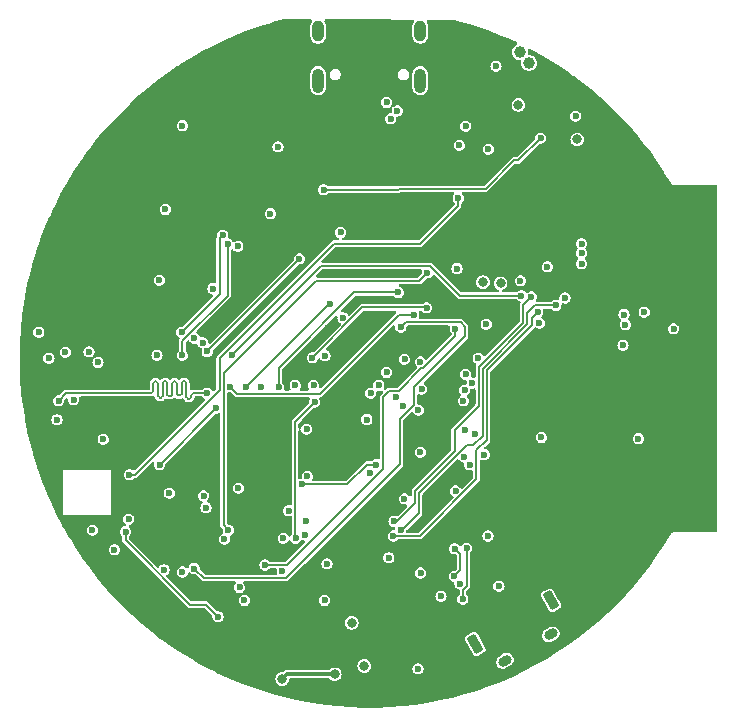
<source format=gbr>
%TF.GenerationSoftware,KiCad,Pcbnew,8.0.1*%
%TF.CreationDate,2024-09-23T16:13:28-04:00*%
%TF.ProjectId,stm32h7,73746d33-3268-4372-9e6b-696361645f70,rev?*%
%TF.SameCoordinates,Original*%
%TF.FileFunction,Copper,L4,Inr*%
%TF.FilePolarity,Positive*%
%FSLAX46Y46*%
G04 Gerber Fmt 4.6, Leading zero omitted, Abs format (unit mm)*
G04 Created by KiCad (PCBNEW 8.0.1) date 2024-09-23 16:13:28*
%MOMM*%
%LPD*%
G01*
G04 APERTURE LIST*
G04 Aperture macros list*
%AMRoundRect*
0 Rectangle with rounded corners*
0 $1 Rounding radius*
0 $2 $3 $4 $5 $6 $7 $8 $9 X,Y pos of 4 corners*
0 Add a 4 corners polygon primitive as box body*
4,1,4,$2,$3,$4,$5,$6,$7,$8,$9,$2,$3,0*
0 Add four circle primitives for the rounded corners*
1,1,$1+$1,$2,$3*
1,1,$1+$1,$4,$5*
1,1,$1+$1,$6,$7*
1,1,$1+$1,$8,$9*
0 Add four rect primitives between the rounded corners*
20,1,$1+$1,$2,$3,$4,$5,0*
20,1,$1+$1,$4,$5,$6,$7,0*
20,1,$1+$1,$6,$7,$8,$9,0*
20,1,$1+$1,$8,$9,$2,$3,0*%
%AMHorizOval*
0 Thick line with rounded ends*
0 $1 width*
0 $2 $3 position (X,Y) of the first rounded end (center of the circle)*
0 $4 $5 position (X,Y) of the second rounded end (center of the circle)*
0 Add line between two ends*
20,1,$1,$2,$3,$4,$5,0*
0 Add two circle primitives to create the rounded ends*
1,1,$1,$2,$3*
1,1,$1,$4,$5*%
G04 Aperture macros list end*
%TA.AperFunction,ComponentPad*%
%ADD10HorizOval,0.800000X0.173205X0.100000X-0.173205X-0.100000X0*%
%TD*%
%TA.AperFunction,ComponentPad*%
%ADD11RoundRect,0.131234X0.101625X-0.713551X0.567141X-0.444785X-0.101625X0.713551X-0.567141X0.444785X0*%
%TD*%
%TA.AperFunction,ComponentPad*%
%ADD12O,1.000000X2.100000*%
%TD*%
%TA.AperFunction,ComponentPad*%
%ADD13O,1.000000X1.800000*%
%TD*%
%TA.AperFunction,ViaPad*%
%ADD14C,0.600000*%
%TD*%
%TA.AperFunction,ViaPad*%
%ADD15C,1.000000*%
%TD*%
%TA.AperFunction,ViaPad*%
%ADD16C,0.800000*%
%TD*%
%TA.AperFunction,Conductor*%
%ADD17C,0.200000*%
%TD*%
%TA.AperFunction,Conductor*%
%ADD18C,0.350000*%
%TD*%
G04 APERTURE END LIST*
D10*
%TO.N,BTN*%
%TO.C,SW1*%
X141509397Y-97626403D03*
%TO.N,VCC*%
X145397851Y-95381403D03*
D11*
%TO.N,N/C*%
X145417248Y-92495000D03*
X139000000Y-96200000D03*
%TD*%
D12*
%TO.N,unconnected-(J1-SHIELD-PadS1)_1*%
%TO.C,J1*%
X134345000Y-48490000D03*
D13*
%TO.N,unconnected-(J1-SHIELD-PadS1)_2*%
X134345000Y-44290000D03*
D12*
%TO.N,unconnected-(J1-SHIELD-PadS1)*%
X125705000Y-48490000D03*
D13*
%TO.N,unconnected-(J1-SHIELD-PadS1)_0*%
X125705000Y-44290000D03*
%TD*%
D14*
%TO.N,GND*%
X119125000Y-89950000D03*
X118276409Y-89848591D03*
X114325000Y-86850000D03*
X112750000Y-86825000D03*
X111800000Y-88725000D03*
X134925000Y-84625000D03*
X104450000Y-78900000D03*
X120055251Y-82163282D03*
X119450000Y-76050000D03*
X124800000Y-79650000D03*
%TO.N,LCD_G2*%
X122750000Y-87250000D03*
%TO.N,+3V3*%
X134365000Y-90185000D03*
X151500000Y-70900000D03*
X148000000Y-63100000D03*
X102900000Y-72000000D03*
X127600000Y-61350000D03*
X121650000Y-59750000D03*
X106590796Y-86549452D03*
X144600000Y-78700000D03*
X133000000Y-83900000D03*
X103595000Y-77200000D03*
X148000000Y-62300000D03*
X126450000Y-89400000D03*
D15*
X143550000Y-47000000D03*
X142780000Y-46080000D03*
D14*
X122300000Y-54100000D03*
X134358012Y-79962744D03*
X107500000Y-78850000D03*
X108450000Y-88200000D03*
X137450000Y-64400000D03*
X102050000Y-69800000D03*
X141000000Y-91300000D03*
X114200000Y-52300000D03*
X148000000Y-64000000D03*
X112650000Y-89900000D03*
X112050000Y-71750000D03*
X126275000Y-71775000D03*
X116800000Y-66100000D03*
%TO.N,GPS_TXD*%
X118025000Y-62300000D03*
X114200000Y-71750000D03*
%TO.N,GPS_RXD*%
X117625000Y-61575000D03*
X114143367Y-69793367D03*
D16*
%TO.N,VCC*%
X142650000Y-50550000D03*
X147625000Y-53475000D03*
D14*
X134150000Y-98300000D03*
%TO.N,VBUS*%
X131850000Y-51725000D03*
X124725000Y-78000000D03*
%TO.N,Net-(J1-CC1)*%
X131486091Y-50336091D03*
X132400000Y-51050000D03*
%TO.N,Net-(U6-XTB)*%
X151600000Y-68300000D03*
X153300000Y-68100000D03*
%TO.N,Net-(U6-XTA)*%
X155800000Y-69500000D03*
X151700000Y-69141158D03*
%TO.N,Net-(U4-PROG)*%
X140100000Y-54300000D03*
X138200000Y-52350000D03*
%TO.N,ANT_SW_CTRL*%
X146600000Y-66900000D03*
X152800000Y-78800000D03*
%TO.N,LCD_RST*%
X134950000Y-64750000D03*
X118100000Y-86550000D03*
%TO.N,LoRa_BUSY*%
X132110071Y-85813654D03*
X143750000Y-66800000D03*
%TO.N,LoRa_NSS*%
X127811091Y-68561091D03*
X139925000Y-69125000D03*
%TO.N,LCD_B3*%
X118950000Y-83000000D03*
X132300000Y-75300000D03*
%TO.N,SCK*%
X118250000Y-74400000D03*
X133793046Y-68306955D03*
%TO.N,LCD_CS*%
X125200000Y-71950000D03*
X134875000Y-67725000D03*
X129820978Y-77186091D03*
X125306921Y-74300000D03*
%TO.N,LCD_HSYNC*%
X130834887Y-74300000D03*
X124790000Y-81990000D03*
%TO.N,LCD_R1*%
X119450000Y-92500000D03*
X139750000Y-80151370D03*
%TO.N,LoRa_RST*%
X144275000Y-68102818D03*
X132075000Y-87050000D03*
%TO.N,LCD_B2*%
X124575000Y-86950000D03*
X138000000Y-75600000D03*
%TO.N,LCD_G3*%
X126250000Y-92500000D03*
X138188909Y-73361091D03*
%TO.N,LCD_R4*%
X138525000Y-81025000D03*
X119050000Y-91400000D03*
%TO.N,LCD_B1*%
X131500000Y-73200000D03*
X139250000Y-72000000D03*
%TO.N,LCD_G0*%
X132850000Y-76050000D03*
X123200000Y-84900000D03*
%TO.N,LCD_VSYNC*%
X130150000Y-74950000D03*
X116000000Y-83650000D03*
%TO.N,LoRa_DIO1*%
X132687020Y-86500000D03*
X145825000Y-67525000D03*
%TO.N,LCD_G4*%
X130100000Y-81700000D03*
X138750000Y-74100000D03*
%TO.N,LCD_R3*%
X138138909Y-78111091D03*
X113086091Y-83413909D03*
%TO.N,LCD_G1*%
X134188909Y-76388909D03*
X124650000Y-85800000D03*
%TO.N,LCD_B5*%
X134350000Y-72300000D03*
X115200000Y-70300000D03*
%TO.N,LCD_DE*%
X121200000Y-89500000D03*
X137300000Y-69500000D03*
%TO.N,LCD_R5*%
X122650000Y-90050000D03*
X138049210Y-80350790D03*
%TO.N,LCD_B4*%
X115937500Y-70687500D03*
X133011091Y-72088909D03*
%TO.N,Net-(J5-Pin_29)*%
X137336091Y-83236091D03*
X131684922Y-88884922D03*
%TO.N,LCD_G5*%
X138100000Y-74700000D03*
X120900000Y-74450000D03*
%TO.N,LCD_G2*%
X134450000Y-74600000D03*
%TO.N,LCD_R2*%
X114200000Y-90100000D03*
X138961396Y-78438604D03*
%TO.N,SDA*%
X145100000Y-64250000D03*
X137950000Y-92400000D03*
X138275000Y-88075000D03*
%TO.N,SCL*%
X137266942Y-88116942D03*
X142825000Y-65450000D03*
X137225000Y-90450000D03*
%TO.N,MISO*%
X142900000Y-66700000D03*
X118375000Y-71762500D03*
X144425000Y-69025000D03*
%TO.N,MOSI*%
X132700000Y-69350000D03*
X115200000Y-89800000D03*
%TO.N,/Accel & Magnetometer/CS_MAG*%
X137700000Y-91100000D03*
X136100000Y-92150000D03*
%TO.N,GND*%
X143050000Y-95850000D03*
X107780000Y-54130000D03*
X152600000Y-77000000D03*
X128100000Y-45240000D03*
X158580000Y-79530000D03*
X114700000Y-67550000D03*
X145900000Y-75000000D03*
X130450000Y-45100000D03*
X146500000Y-82400000D03*
X144400000Y-76650000D03*
X107650000Y-68650000D03*
X121700000Y-45100000D03*
X143300000Y-59600000D03*
X109500000Y-63900000D03*
X104400000Y-73400000D03*
X103100000Y-67400000D03*
X154100000Y-59200000D03*
X112850000Y-55800000D03*
X152400000Y-62100000D03*
X151800000Y-75600000D03*
X110100000Y-51700000D03*
X109050000Y-73180000D03*
X120250000Y-98900000D03*
X148300000Y-55250000D03*
X138400000Y-48900000D03*
X152800000Y-86800000D03*
X155000000Y-72900000D03*
X120800000Y-45100000D03*
X152800000Y-76000000D03*
X126950000Y-50250000D03*
X144000000Y-60000000D03*
X131910000Y-45240000D03*
X149900000Y-61100000D03*
X153500000Y-56670000D03*
X136990000Y-43970000D03*
X116670000Y-55400000D03*
X157600000Y-84250000D03*
X121750000Y-78260000D03*
X104500000Y-68100000D03*
X144550000Y-94650000D03*
X118800000Y-84400000D03*
X154770000Y-82070000D03*
X147100000Y-81000000D03*
X157310000Y-61750000D03*
X135500000Y-48900000D03*
X112800000Y-95200000D03*
X147650000Y-50550000D03*
X157600000Y-83350000D03*
X123900000Y-48300000D03*
X147900000Y-71800000D03*
X158580000Y-61750000D03*
X152800000Y-85900000D03*
X132550000Y-52150000D03*
X157300000Y-78950000D03*
X147600000Y-76800000D03*
X149900000Y-82500000D03*
X149700000Y-68800000D03*
X147150000Y-94770000D03*
X119210000Y-50320000D03*
X143350000Y-49750000D03*
X103700000Y-73900000D03*
X133180000Y-60480000D03*
X151450000Y-57100000D03*
X122500000Y-58500000D03*
X145800000Y-84000000D03*
X104000000Y-67400000D03*
X156040000Y-84610000D03*
X126600000Y-53300000D03*
X153400000Y-59700000D03*
X145900000Y-57850000D03*
X152000000Y-87200000D03*
X128400000Y-55950000D03*
X145100000Y-83600000D03*
X154100000Y-60100000D03*
X158580000Y-76990000D03*
X116800000Y-64050000D03*
X158580000Y-82070000D03*
X127000000Y-52600000D03*
X127850000Y-58500000D03*
X135450000Y-58900000D03*
X117350000Y-52900000D03*
X144550000Y-93750000D03*
X151450000Y-55300000D03*
X133180000Y-46510000D03*
X149400000Y-62400000D03*
X124290000Y-55400000D03*
X127500000Y-55950000D03*
X146350000Y-90750000D03*
X158580000Y-70640000D03*
X143050000Y-53900000D03*
X103970000Y-59210000D03*
X145250000Y-59370000D03*
X131910000Y-55400000D03*
X155200000Y-71200000D03*
X115500000Y-58700000D03*
X147800000Y-58750000D03*
X153500000Y-55400000D03*
X143850000Y-94250000D03*
X129750000Y-45600000D03*
X145500000Y-76700000D03*
X117450000Y-59450000D03*
X148100000Y-83200000D03*
X140200000Y-50000000D03*
X116650000Y-53400000D03*
X123900000Y-49200000D03*
X151400000Y-80800000D03*
X142900000Y-52450000D03*
X154770000Y-85880000D03*
X158580000Y-80800000D03*
X153300000Y-62300000D03*
X146700000Y-73600000D03*
X110500000Y-90350000D03*
X142450000Y-94500000D03*
X148800000Y-68000000D03*
X123700000Y-58650000D03*
X112150000Y-93550000D03*
X145290000Y-57270000D03*
X127000000Y-95950000D03*
X135700000Y-55250000D03*
X142150000Y-92100000D03*
X150750000Y-56700000D03*
X113650000Y-92900000D03*
X108600000Y-63900000D03*
X109800000Y-91750000D03*
X129100000Y-92200000D03*
X142650000Y-48950000D03*
X147274997Y-82900000D03*
X137150000Y-99150000D03*
X153200000Y-72300000D03*
X144000000Y-59100000D03*
X112000000Y-69200000D03*
X123100000Y-45800000D03*
X123020000Y-55400000D03*
X130350000Y-91200000D03*
X158580000Y-69370000D03*
X125200000Y-90410000D03*
X147300000Y-88100000D03*
X133180000Y-43970000D03*
X114800000Y-58300000D03*
X135850000Y-58200000D03*
X147800000Y-80600000D03*
X134050000Y-52900000D03*
X158580000Y-65560000D03*
X119700000Y-95150000D03*
X142100000Y-95400000D03*
X146800000Y-76700000D03*
X144400000Y-75750000D03*
X114800000Y-60100000D03*
X131910000Y-46510000D03*
X150960000Y-59210000D03*
X153000000Y-81000000D03*
X119050000Y-94600000D03*
X152400000Y-80400000D03*
X151500000Y-81900000D03*
X156600000Y-67300000D03*
X141550000Y-52050000D03*
X158350000Y-75200000D03*
X144400000Y-74850000D03*
X158580000Y-64290000D03*
X127800000Y-64750000D03*
X127900000Y-52600000D03*
X117940000Y-46510000D03*
X152000000Y-86300000D03*
X107150000Y-67950000D03*
X129750000Y-46500000D03*
X135720000Y-43970000D03*
X140200000Y-49100000D03*
X115400000Y-55400000D03*
X156600000Y-79450000D03*
X136350000Y-58900000D03*
X121750000Y-79530000D03*
X148900000Y-77750000D03*
X150700000Y-81700000D03*
X154300000Y-64200000D03*
X120600000Y-49150000D03*
X136990000Y-96040000D03*
X145100000Y-84500000D03*
X113550000Y-55300000D03*
X145650000Y-89450000D03*
X143340000Y-88420000D03*
X149700000Y-68000000D03*
X120542112Y-63664552D03*
X114700000Y-48600000D03*
X146100000Y-65200000D03*
X116670000Y-79530000D03*
X110500000Y-92150000D03*
X152700000Y-83100000D03*
X143340000Y-61750000D03*
X112860000Y-57940000D03*
X145600000Y-81400000D03*
X156040000Y-82070000D03*
X116950000Y-58750000D03*
X153700000Y-75800000D03*
X147000000Y-71900000D03*
X134300000Y-52050000D03*
X129750000Y-44700000D03*
X158300000Y-84650000D03*
X153500000Y-82600000D03*
X153400000Y-64300000D03*
X139600000Y-44750000D03*
X151600000Y-61900000D03*
X108500000Y-60800000D03*
X125300000Y-81300000D03*
X150200000Y-84100000D03*
X112850000Y-54900000D03*
X101430000Y-76990000D03*
X140800000Y-63020000D03*
X112860000Y-76990000D03*
X143300000Y-94900000D03*
X135980000Y-82640000D03*
X147900000Y-69600000D03*
X143340000Y-63020000D03*
X114800000Y-59200000D03*
X112150000Y-92650000D03*
X106510000Y-55400000D03*
X126750000Y-96900000D03*
X153400000Y-58800000D03*
X115500000Y-56900000D03*
X120480000Y-78260000D03*
X132300000Y-53000000D03*
X146400000Y-81400000D03*
X130450000Y-46000000D03*
X148800000Y-68800000D03*
X150800000Y-61300000D03*
X156200000Y-68200000D03*
X101430000Y-73180000D03*
X128450000Y-97450000D03*
X116500000Y-62700000D03*
X151900000Y-66800000D03*
X110500000Y-91250000D03*
X131700000Y-97500000D03*
X115400000Y-79530000D03*
X158580000Y-71910000D03*
X150600000Y-80800000D03*
X110800000Y-51200000D03*
X154200000Y-62500000D03*
X138400000Y-47100000D03*
X145250000Y-58500000D03*
X147900000Y-82300000D03*
X118650000Y-98300000D03*
X128100000Y-46510000D03*
X128100000Y-43970000D03*
X145800000Y-85800000D03*
X123200000Y-48800000D03*
X145100000Y-85400000D03*
X154770000Y-87150000D03*
X143850000Y-93350000D03*
X145100000Y-73200000D03*
X141300000Y-95500000D03*
X156040000Y-85880000D03*
X112850000Y-93050000D03*
X145800000Y-84900000D03*
X124400000Y-50050000D03*
X147300000Y-84200000D03*
X123200000Y-49700000D03*
X154770000Y-80800000D03*
X153500000Y-63400000D03*
X152000000Y-84500000D03*
X133150000Y-52750000D03*
X117350000Y-52000000D03*
X114800000Y-57400000D03*
X154770000Y-57940000D03*
X147300000Y-77700000D03*
X115500000Y-57800000D03*
X128850000Y-69400000D03*
X157310000Y-82070000D03*
X143340000Y-85880000D03*
X153500000Y-84400000D03*
X142070000Y-93500000D03*
X124950000Y-97700000D03*
X158580000Y-78260000D03*
X149700000Y-69600000D03*
X106200000Y-60100000D03*
X107780000Y-65560000D03*
X120480000Y-93500000D03*
X143300000Y-58700000D03*
X147500000Y-61300000D03*
X148900000Y-91800000D03*
X138900000Y-47800000D03*
X146600000Y-63600000D03*
X129250000Y-100600000D03*
X146200000Y-77400000D03*
X157300000Y-79850000D03*
X150200000Y-77100000D03*
X116800000Y-64950000D03*
X103750000Y-80850000D03*
X155900000Y-70600000D03*
X149100000Y-61500000D03*
X153900000Y-72900000D03*
X129370000Y-89690000D03*
X150750000Y-57600000D03*
X133180000Y-59210000D03*
X152300000Y-65000000D03*
X132500000Y-97500000D03*
X121750000Y-76990000D03*
X146000000Y-80700000D03*
X146350000Y-89850000D03*
X142070000Y-87150000D03*
X150700000Y-82600000D03*
X122750000Y-100000000D03*
X157650000Y-73900000D03*
X110400000Y-63900000D03*
X116670000Y-80800000D03*
X145300000Y-75800000D03*
X147300000Y-76000000D03*
X153300000Y-77800000D03*
X152000000Y-82700000D03*
X156040000Y-61750000D03*
X140600000Y-45850000D03*
X152700000Y-82200000D03*
X142450000Y-54600000D03*
X154400000Y-73600000D03*
X101430000Y-71910000D03*
X145100000Y-86300000D03*
X152000000Y-83600000D03*
X153200000Y-65500000D03*
X150960000Y-90960000D03*
X103050000Y-81350000D03*
X115550000Y-97050000D03*
X116670000Y-46510000D03*
X136300000Y-55850000D03*
X110320000Y-71910000D03*
X144600000Y-73900000D03*
X130650000Y-64900000D03*
X145000000Y-80800000D03*
X157400000Y-58950000D03*
X157650000Y-74800000D03*
X147100000Y-59250000D03*
X153800000Y-79300000D03*
X148800000Y-69600000D03*
X148200000Y-93200000D03*
X155900000Y-65900000D03*
X147500000Y-78700000D03*
X103700000Y-83450000D03*
X106750000Y-68650000D03*
X113800000Y-67550000D03*
X145800000Y-66000000D03*
X148900000Y-92700000D03*
X106250000Y-67950000D03*
X147900000Y-49700000D03*
X109800000Y-90850000D03*
X119650000Y-96800000D03*
X155500000Y-63600000D03*
X151450000Y-56200000D03*
X118350000Y-59450000D03*
X103750000Y-81750000D03*
X156000000Y-64900000D03*
X103050000Y-80450000D03*
X114000000Y-50000000D03*
X145200000Y-77500000D03*
X113550000Y-54400000D03*
X127900000Y-100450000D03*
X147100000Y-81800000D03*
X135000000Y-49950000D03*
X121900000Y-84250000D03*
X145800000Y-86700000D03*
X154770000Y-84610000D03*
X134450000Y-99850000D03*
X103750000Y-79950000D03*
X150750000Y-55800000D03*
X148900000Y-90900000D03*
X152230000Y-89690000D03*
X142500000Y-55800000D03*
X145600000Y-82200000D03*
X157100000Y-68700000D03*
X155500000Y-73600000D03*
X141250000Y-94600000D03*
X149800000Y-80800000D03*
X125560000Y-46510000D03*
X156040000Y-60480000D03*
X156000000Y-72800000D03*
X111300000Y-63900000D03*
X121650000Y-62500000D03*
X112000000Y-67750000D03*
X130900000Y-97500000D03*
X119210000Y-45240000D03*
X155100000Y-65300000D03*
X138000000Y-48150000D03*
X114150000Y-96200000D03*
X152600000Y-64000000D03*
X153400000Y-80200000D03*
X156600000Y-78550000D03*
X158350000Y-74300000D03*
X119210000Y-46510000D03*
X136990000Y-97310000D03*
X122200000Y-45800000D03*
X157310000Y-76990000D03*
X119450000Y-97750000D03*
X134900000Y-52650000D03*
X115400000Y-80800000D03*
X128600000Y-71450000D03*
X153300000Y-71400000D03*
X133180000Y-93500000D03*
X143340000Y-87150000D03*
X146300000Y-64400000D03*
X103970000Y-60480000D03*
X153500000Y-81700000D03*
X153900000Y-78400000D03*
X145800000Y-83100000D03*
X154500000Y-76300000D03*
X129370000Y-59210000D03*
X101430000Y-75720000D03*
X112850000Y-93950000D03*
X152100000Y-81300000D03*
X147300000Y-74300000D03*
X156700000Y-66300000D03*
X148500000Y-50300000D03*
X155100000Y-64400000D03*
X107600000Y-60800000D03*
X148050000Y-56100000D03*
X158580000Y-63020000D03*
X146100000Y-76100000D03*
X136450000Y-99650000D03*
X126830000Y-46510000D03*
X148900000Y-78550000D03*
X145800000Y-87600000D03*
X103050000Y-82250000D03*
X135450000Y-47950000D03*
X155400000Y-72100000D03*
X150100000Y-64900000D03*
X103700000Y-74800000D03*
X149900000Y-81700000D03*
X119900000Y-95950000D03*
X156900000Y-69700000D03*
X153500000Y-76600000D03*
X147700000Y-72700000D03*
X121300000Y-45800000D03*
X111400000Y-94100000D03*
X153500000Y-83500000D03*
X150600000Y-83400000D03*
X105100000Y-73800000D03*
X154500000Y-75400000D03*
X145800000Y-72800000D03*
X150800000Y-62400000D03*
X119900000Y-48750000D03*
X126150000Y-50150000D03*
X156040000Y-76990000D03*
X117850000Y-58750000D03*
X113000000Y-69200000D03*
X145880000Y-47780000D03*
X152700000Y-84900000D03*
X145650000Y-90350000D03*
X157400000Y-67800000D03*
X151200000Y-74500000D03*
X140150000Y-52400000D03*
X150960000Y-89690000D03*
X122600000Y-45100000D03*
X111590000Y-73180000D03*
X129100000Y-91300000D03*
X143340000Y-84610000D03*
X102200000Y-67400000D03*
X157400000Y-59850000D03*
X123500000Y-45100000D03*
X152500000Y-66200000D03*
X110800000Y-52100000D03*
X124000000Y-45800000D03*
X125560000Y-94770000D03*
X120480000Y-79530000D03*
X146600000Y-75400000D03*
X158100000Y-60250000D03*
X133300000Y-97500000D03*
X156040000Y-59210000D03*
X142070000Y-85880000D03*
X140450000Y-44900000D03*
X120600000Y-48250000D03*
X152600000Y-62900000D03*
X151700000Y-76700000D03*
X148400000Y-61100000D03*
X109050000Y-71910000D03*
X153500000Y-88420000D03*
X149800000Y-83300000D03*
X108000000Y-60100000D03*
X133350000Y-49800000D03*
X149690000Y-59210000D03*
X152700000Y-84000000D03*
X155000000Y-74500000D03*
X146700000Y-62700000D03*
X150600000Y-77800000D03*
X147800000Y-81400000D03*
X158300000Y-83750000D03*
X156300000Y-64100000D03*
X134950000Y-58200000D03*
X154500000Y-63400000D03*
X156040000Y-80800000D03*
X154770000Y-83340000D03*
X156200000Y-71500000D03*
X105100000Y-72900000D03*
X104400000Y-74300000D03*
X110100000Y-52600000D03*
X155900000Y-66900000D03*
X125800000Y-99650000D03*
X121650000Y-99400000D03*
X144900000Y-79800000D03*
X156040000Y-83340000D03*
X127900000Y-55250000D03*
X148200000Y-92300000D03*
X146500000Y-74400000D03*
X148900000Y-55850000D03*
X150600000Y-75400000D03*
X147400000Y-75100000D03*
X112900000Y-67750000D03*
X150700000Y-73800000D03*
X144400000Y-77450000D03*
X114700000Y-49500000D03*
X146900000Y-61900000D03*
X147100000Y-60150000D03*
X145300000Y-74400000D03*
X126650000Y-99600000D03*
X114130000Y-75720000D03*
X119900000Y-47850000D03*
X114000000Y-49100000D03*
X127000000Y-55250000D03*
X147800000Y-59650000D03*
X126550000Y-69400000D03*
X135450000Y-56100000D03*
X117100000Y-97700000D03*
X106700000Y-60800000D03*
X115400000Y-82070000D03*
X155200000Y-66300000D03*
X115500000Y-59600000D03*
X158100000Y-59350000D03*
X112860000Y-75720000D03*
X148200000Y-91400000D03*
X103600000Y-68100000D03*
X150100000Y-62000000D03*
X105240000Y-87150000D03*
X135200000Y-46900000D03*
X147900000Y-68000000D03*
X133180000Y-45240000D03*
X103700000Y-73000000D03*
X101430000Y-74450000D03*
X156800000Y-70500000D03*
X116650000Y-52500000D03*
X147900000Y-68800000D03*
X131910000Y-43970000D03*
X130450000Y-44200000D03*
X142070000Y-88420000D03*
X105240000Y-69370000D03*
X145900000Y-73800000D03*
X150960000Y-52860000D03*
X104400000Y-72500000D03*
X154100000Y-74500000D03*
X154200000Y-77300000D03*
X125300000Y-50250000D03*
X127500000Y-53300000D03*
X110320000Y-73180000D03*
X156040000Y-57940000D03*
X122650000Y-81850000D03*
X121750000Y-94770000D03*
X107100000Y-60100000D03*
X102700000Y-68100000D03*
X150600000Y-88200000D03*
X152000000Y-85400000D03*
%TO.N,Net-(C1-Pad2)*%
X125391752Y-75725414D03*
X123800000Y-87250000D03*
%TO.N,NRST*%
X112275688Y-81025333D03*
X117050000Y-76225000D03*
X119600000Y-74450000D03*
X126675000Y-67416501D03*
%TO.N,Net-(U1-BOOT0)*%
X124100000Y-63575000D03*
X116300000Y-71425000D03*
%TO.N,QSPI_CLK*%
X106300000Y-71450000D03*
X117750000Y-87300000D03*
%TO.N,QSPI_NCS*%
X116300000Y-74950000D03*
X103725000Y-75600000D03*
%TO.N,QSPI_D0*%
X116200000Y-84650000D03*
X107050000Y-72350000D03*
%TO.N,QSPI_D1*%
X105000000Y-75500000D03*
X123750000Y-74300000D03*
%TO.N,QSPI_D3*%
X109662500Y-85637500D03*
X104300000Y-71500000D03*
%TO.N,FG_NALERT*%
X144525000Y-53375000D03*
X126175000Y-57725000D03*
%TO.N,Net-(J6-Pin_2)*%
X117225000Y-93875000D03*
X109400000Y-86675000D03*
%TO.N,BTN*%
X132500000Y-66425000D03*
X140076409Y-87051409D03*
X130612705Y-81000000D03*
X122350000Y-74450000D03*
X124300000Y-82675000D03*
%TO.N,Net-(ATGM336H1-GND)*%
X118900000Y-62522182D03*
X112750000Y-59400000D03*
X112250000Y-65400000D03*
%TO.N,LDO_EN*%
X137550000Y-58450000D03*
X140750000Y-47268674D03*
X137650000Y-53975000D03*
X109725000Y-81850000D03*
X147500000Y-51500000D03*
D16*
%TO.N,BL_ANODE*%
X141150000Y-65650000D03*
X129600000Y-98050000D03*
X122650000Y-99150000D03*
X127100000Y-98750000D03*
%TO.N,BL_CATHODE*%
X128550000Y-94400000D03*
X139650000Y-65550000D03*
%TD*%
D17*
%TO.N,MISO*%
X137677818Y-66700000D02*
X142900000Y-66700000D01*
X125925000Y-64200000D02*
X135177818Y-64200000D01*
X118375000Y-71750000D02*
X125925000Y-64200000D01*
X118375000Y-71762500D02*
X118375000Y-71750000D01*
X135177818Y-64200000D02*
X137677818Y-66700000D01*
%TO.N,Net-(J6-Pin_2)*%
X109400000Y-87427818D02*
X109400000Y-86675000D01*
X114822182Y-92850000D02*
X109400000Y-87427818D01*
X116200000Y-92850000D02*
X114822182Y-92850000D01*
X117225000Y-93875000D02*
X116200000Y-92850000D01*
%TO.N,QSPI_NCS*%
X112940183Y-75075000D02*
G75*
G03*
X113065183Y-75200017I125017J0D01*
G01*
X111980183Y-73950000D02*
G75*
G02*
X112140200Y-74110000I17J-160000D01*
G01*
X112140183Y-75190000D02*
G75*
G03*
X112300183Y-75350017I160017J0D01*
G01*
X112380183Y-75350000D02*
G75*
G03*
X112540200Y-75190000I17J160000D01*
G01*
X114540183Y-75290000D02*
G75*
G03*
X114700183Y-75450017I160017J0D01*
G01*
X112780183Y-73950000D02*
G75*
G02*
X112940200Y-74110000I17J-160000D01*
G01*
X113740183Y-75050000D02*
G75*
G03*
X113840183Y-75150017I100017J0D01*
G01*
X114140183Y-74110000D02*
G75*
G02*
X114300183Y-73949983I160017J0D01*
G01*
X112540183Y-74110000D02*
G75*
G02*
X112700183Y-73949983I160017J0D01*
G01*
X114380183Y-73950000D02*
G75*
G02*
X114540200Y-74110000I17J-160000D01*
G01*
X113580183Y-73950000D02*
G75*
G02*
X113740200Y-74110000I17J-160000D01*
G01*
X111580183Y-74950000D02*
G75*
G03*
X111740200Y-74790000I17J160000D01*
G01*
X111740183Y-74110000D02*
G75*
G02*
X111900183Y-73949983I160017J0D01*
G01*
X114940183Y-75110000D02*
G75*
G02*
X115100183Y-74949983I160017J0D01*
G01*
X114780183Y-75450000D02*
G75*
G03*
X114940200Y-75290000I17J160000D01*
G01*
X114040183Y-75150000D02*
G75*
G03*
X114140200Y-75050000I17J100000D01*
G01*
X113340183Y-74110000D02*
G75*
G02*
X113500183Y-73949983I160017J0D01*
G01*
X113215183Y-75200000D02*
G75*
G03*
X113340200Y-75075000I17J125000D01*
G01*
X113065183Y-75200000D02*
X113215183Y-75200000D01*
X114700183Y-75450000D02*
X114780183Y-75450000D01*
X114140183Y-74950000D02*
X114140183Y-74110000D01*
X114940183Y-75290000D02*
X114940183Y-75110000D01*
X114300183Y-73950000D02*
X114380183Y-73950000D01*
X113840183Y-75150000D02*
X114040183Y-75150000D01*
X113740183Y-74110000D02*
X113740183Y-74950000D01*
X115180183Y-74950000D02*
X115669228Y-74950000D01*
X114140183Y-75050000D02*
X114140183Y-74950000D01*
X115669228Y-74950000D02*
X116300000Y-74950000D01*
X114540183Y-74950000D02*
X114540183Y-75290000D01*
X112540183Y-74950000D02*
X112540183Y-74110000D01*
X113340183Y-74950000D02*
X113340183Y-74110000D01*
X113340183Y-75075000D02*
X113340183Y-74950000D01*
X112140183Y-74110000D02*
X112140183Y-74790000D01*
X111900183Y-73950000D02*
X111980183Y-73950000D01*
X103725000Y-75600000D02*
X104375000Y-74950000D01*
X112940183Y-74950000D02*
X112940183Y-75075000D01*
X111740183Y-74790000D02*
X111740183Y-74110000D01*
X114540183Y-74110000D02*
X114540183Y-74950000D01*
X104375000Y-74950000D02*
X111580183Y-74950000D01*
X115100183Y-74950000D02*
X115180183Y-74950000D01*
X112540183Y-75190000D02*
X112540183Y-74950000D01*
X113500183Y-73950000D02*
X113580183Y-73950000D01*
X112300183Y-75350000D02*
X112380183Y-75350000D01*
X113740183Y-74950000D02*
X113740183Y-75050000D01*
X112700183Y-73950000D02*
X112780183Y-73950000D01*
X112940183Y-74110000D02*
X112940183Y-74950000D01*
X112140183Y-74790000D02*
X112140183Y-75190000D01*
%TO.N,LoRa_RST*%
X139100000Y-79800000D02*
X139100000Y-82250000D01*
X140000000Y-78900000D02*
X139100000Y-79800000D01*
X140000000Y-73017766D02*
X140000000Y-78900000D01*
X134300000Y-87050000D02*
X132075000Y-87050000D01*
X143800000Y-68577818D02*
X143800000Y-69217766D01*
X143800000Y-69217766D02*
X140000000Y-73017766D01*
X139100000Y-82250000D02*
X134300000Y-87050000D01*
X144275000Y-68102818D02*
X143800000Y-68577818D01*
%TO.N,LoRa_DIO1*%
X132825000Y-86500000D02*
X132687020Y-86500000D01*
X134250000Y-85075000D02*
X132825000Y-86500000D01*
X134250000Y-83372182D02*
X134250000Y-85075000D01*
X138272182Y-79350000D02*
X134250000Y-83372182D01*
X139650000Y-78550000D02*
X138850000Y-79350000D01*
X143400000Y-69122792D02*
X139650000Y-72872792D01*
X138850000Y-79350000D02*
X138272182Y-79350000D01*
X143400000Y-68200000D02*
X143400000Y-69122792D01*
X139650000Y-72872792D02*
X139650000Y-78550000D01*
X145825000Y-67525000D02*
X144075000Y-67525000D01*
X144075000Y-67525000D02*
X143400000Y-68200000D01*
%TO.N,LoRa_BUSY*%
X132361346Y-85813654D02*
X132110071Y-85813654D01*
X133900000Y-84275000D02*
X132361346Y-85813654D01*
X133900000Y-83200000D02*
X133900000Y-84275000D01*
X137250000Y-78050000D02*
X137250000Y-79850000D01*
X139300000Y-72727818D02*
X139300000Y-76000000D01*
X137250000Y-79850000D02*
X133900000Y-83200000D01*
X143050000Y-67500000D02*
X143050000Y-68977818D01*
X143050000Y-68977818D02*
X139300000Y-72727818D01*
X139300000Y-76000000D02*
X137250000Y-78050000D01*
X143750000Y-66800000D02*
X143050000Y-67500000D01*
%TO.N,Net-(C1-Pad2)*%
X123750000Y-77367166D02*
X125391752Y-75725414D01*
X123750000Y-87200000D02*
X123750000Y-77367166D01*
X123800000Y-87250000D02*
X123750000Y-87200000D01*
%TO.N,LCD_RST*%
X134250000Y-65450000D02*
X134950000Y-64750000D01*
X125500000Y-65450000D02*
X134250000Y-65450000D01*
X117700000Y-73250000D02*
X125500000Y-65450000D01*
X118100000Y-86550000D02*
X117700000Y-86150000D01*
X117700000Y-86150000D02*
X117700000Y-73250000D01*
%TO.N,BTN*%
X130612705Y-81000000D02*
X129794364Y-81000000D01*
X128119364Y-82675000D02*
X124300000Y-82675000D01*
X129794364Y-81000000D02*
X128119364Y-82675000D01*
%TO.N,GPS_TXD*%
X118025000Y-66689552D02*
X118025000Y-62300000D01*
X114200000Y-71750000D02*
X114200000Y-70514552D01*
X114200000Y-70514552D02*
X118025000Y-66689552D01*
%TO.N,GPS_RXD*%
X114143367Y-69793367D02*
X117350000Y-66586734D01*
X117350000Y-66586734D02*
X117350000Y-61850000D01*
X117350000Y-61850000D02*
X117625000Y-61575000D01*
%TO.N,SCK*%
X132543045Y-68306955D02*
X125850000Y-75000000D01*
X118850000Y-75000000D02*
X118250000Y-74400000D01*
X133793046Y-68306955D02*
X132543045Y-68306955D01*
X125850000Y-75000000D02*
X118850000Y-75000000D01*
%TO.N,LCD_CS*%
X134850000Y-67700000D02*
X129450000Y-67700000D01*
X134875000Y-67725000D02*
X134850000Y-67700000D01*
X129450000Y-67700000D02*
X125200000Y-71950000D01*
%TO.N,LCD_DE*%
X131162705Y-75312295D02*
X131162705Y-81415113D01*
X137300000Y-70127818D02*
X134577818Y-72850000D01*
X134425000Y-72850000D02*
X132525000Y-74750000D01*
X134577818Y-72850000D02*
X134425000Y-72850000D01*
X131162705Y-81415113D02*
X123077818Y-89500000D01*
X123077818Y-89500000D02*
X121200000Y-89500000D01*
X132525000Y-74750000D02*
X131725000Y-74750000D01*
X137300000Y-69500000D02*
X137300000Y-70127818D01*
X131725000Y-74750000D02*
X131162705Y-75312295D01*
%TO.N,SDA*%
X137950000Y-91627818D02*
X137950000Y-92400000D01*
X138275000Y-91302818D02*
X137950000Y-91627818D01*
X138275000Y-88075000D02*
X138275000Y-91302818D01*
%TO.N,SCL*%
X137725000Y-89950000D02*
X137225000Y-90450000D01*
X137266942Y-88116942D02*
X137725000Y-88575000D01*
X137725000Y-88575000D02*
X137725000Y-89950000D01*
%TO.N,MOSI*%
X122977818Y-90600000D02*
X116000000Y-90600000D01*
X132700000Y-69350000D02*
X133100000Y-68950000D01*
X138150000Y-69350000D02*
X138150000Y-70100000D01*
X133800000Y-74450000D02*
X133800000Y-75950000D01*
X137750000Y-68950000D02*
X138150000Y-69350000D01*
X138150000Y-70100000D02*
X133800000Y-74450000D01*
X116000000Y-90600000D02*
X115200000Y-89800000D01*
X133800000Y-75950000D02*
X132622182Y-77127818D01*
X132622182Y-77127818D02*
X132622182Y-80955636D01*
X133100000Y-68950000D02*
X137750000Y-68950000D01*
X132622182Y-80955636D02*
X122977818Y-90600000D01*
%TO.N,NRST*%
X126633499Y-67416501D02*
X126675000Y-67416501D01*
X119600000Y-74450000D02*
X126633499Y-67416501D01*
X112275688Y-80999312D02*
X117050000Y-76225000D01*
X112275688Y-81025333D02*
X112275688Y-80999312D01*
%TO.N,Net-(U1-BOOT0)*%
X116300000Y-71425000D02*
X124100000Y-63625000D01*
X124100000Y-63625000D02*
X124100000Y-63575000D01*
%TO.N,FG_NALERT*%
X139872182Y-57650000D02*
X142272182Y-55250000D01*
X142272182Y-55250000D02*
X142650000Y-55250000D01*
X142650000Y-55250000D02*
X144525000Y-53375000D01*
X132447182Y-57725000D02*
X132522182Y-57650000D01*
X132522182Y-57650000D02*
X139872182Y-57650000D01*
X126175000Y-57725000D02*
X132447182Y-57725000D01*
%TO.N,BTN*%
X122350000Y-74450000D02*
X122350000Y-72822182D01*
X128747182Y-66425000D02*
X132500000Y-66425000D01*
X122350000Y-72822182D02*
X128747182Y-66425000D01*
%TO.N,LDO_EN*%
X137550000Y-59100000D02*
X137550000Y-58450000D01*
X110177818Y-81850000D02*
X117350000Y-74677818D01*
X117350000Y-74677818D02*
X117350000Y-71997182D01*
X117350000Y-71997182D02*
X127050000Y-62297182D01*
X109725000Y-81850000D02*
X110177818Y-81850000D01*
X127050000Y-62297182D02*
X134352818Y-62297182D01*
X134352818Y-62297182D02*
X137550000Y-59100000D01*
D18*
%TO.N,BL_ANODE*%
X123050000Y-98750000D02*
X127100000Y-98750000D01*
X122650000Y-99150000D02*
X123050000Y-98750000D01*
%TD*%
%TA.AperFunction,Conductor*%
%TO.N,GND*%
G36*
X137574936Y-80532303D02*
G01*
X137630869Y-80574175D01*
X137644396Y-80596972D01*
X137649330Y-80607777D01*
X137649334Y-80607782D01*
X137677913Y-80640764D01*
X137737930Y-80710026D01*
X137768232Y-80729500D01*
X137851748Y-80783174D01*
X137943386Y-80810080D01*
X137971911Y-80818456D01*
X138030689Y-80856230D01*
X138059715Y-80919785D01*
X138059715Y-80955080D01*
X138049662Y-81024999D01*
X138068916Y-81158918D01*
X138125119Y-81281985D01*
X138125124Y-81281992D01*
X138193852Y-81361308D01*
X138213720Y-81384236D01*
X138327537Y-81457383D01*
X138358110Y-81466360D01*
X138457351Y-81495500D01*
X138457352Y-81495500D01*
X138592648Y-81495500D01*
X138670567Y-81472621D01*
X138740434Y-81472621D01*
X138799212Y-81510395D01*
X138828238Y-81573950D01*
X138829500Y-81591598D01*
X138829500Y-82086592D01*
X138809815Y-82153631D01*
X138793181Y-82174273D01*
X137941378Y-83026075D01*
X137880055Y-83059560D01*
X137810363Y-83054576D01*
X137754430Y-83012704D01*
X137740906Y-82989910D01*
X137735971Y-82979104D01*
X137735966Y-82979098D01*
X137647373Y-82876857D01*
X137647372Y-82876856D01*
X137647371Y-82876855D01*
X137533554Y-82803708D01*
X137533553Y-82803707D01*
X137533552Y-82803707D01*
X137403740Y-82765591D01*
X137403739Y-82765591D01*
X137268443Y-82765591D01*
X137268442Y-82765591D01*
X137138629Y-82803707D01*
X137024812Y-82876854D01*
X137024808Y-82876857D01*
X136936215Y-82979098D01*
X136936210Y-82979105D01*
X136880007Y-83102172D01*
X136860753Y-83236091D01*
X136880007Y-83370009D01*
X136936210Y-83493076D01*
X136936215Y-83493083D01*
X136983651Y-83547827D01*
X137024811Y-83595327D01*
X137106799Y-83648018D01*
X137152553Y-83700823D01*
X137162496Y-83769981D01*
X137133470Y-83833537D01*
X137127439Y-83840014D01*
X134224274Y-86743181D01*
X134162951Y-86776666D01*
X134136593Y-86779500D01*
X133265275Y-86779500D01*
X133198236Y-86759815D01*
X133152481Y-86707011D01*
X133142537Y-86637856D01*
X133145075Y-86620202D01*
X133148895Y-86593626D01*
X133177918Y-86530071D01*
X133183938Y-86523605D01*
X134479319Y-85228226D01*
X134504679Y-85167000D01*
X134520500Y-85128806D01*
X134520500Y-83535588D01*
X134540185Y-83468549D01*
X134556814Y-83447912D01*
X137443923Y-80560802D01*
X137505244Y-80527319D01*
X137574936Y-80532303D01*
G37*
%TD.AperFunction*%
%TA.AperFunction,Conductor*%
G36*
X132149686Y-69185372D02*
G01*
X132205619Y-69227244D01*
X132230036Y-69292708D01*
X132229090Y-69319200D01*
X132224662Y-69349999D01*
X132243916Y-69483918D01*
X132300119Y-69606985D01*
X132300124Y-69606992D01*
X132351326Y-69666082D01*
X132388720Y-69709236D01*
X132502537Y-69782383D01*
X132562535Y-69800000D01*
X132632351Y-69820500D01*
X132632352Y-69820500D01*
X132767648Y-69820500D01*
X132897463Y-69782383D01*
X133011280Y-69709236D01*
X133099880Y-69606987D01*
X133156083Y-69483918D01*
X133175338Y-69350000D01*
X133175338Y-69349999D01*
X133175338Y-69344500D01*
X133195023Y-69277461D01*
X133247827Y-69231706D01*
X133299338Y-69220500D01*
X136721745Y-69220500D01*
X136788784Y-69240185D01*
X136834539Y-69292989D01*
X136844483Y-69362147D01*
X136844483Y-69362148D01*
X136843917Y-69366080D01*
X136843917Y-69366082D01*
X136833179Y-69440763D01*
X136824662Y-69500000D01*
X136843916Y-69633918D01*
X136900119Y-69756985D01*
X136900124Y-69756992D01*
X136994527Y-69865938D01*
X136992988Y-69867271D01*
X137024475Y-69916257D01*
X137029500Y-69951200D01*
X137029500Y-69964410D01*
X137009815Y-70031449D01*
X136993181Y-70052091D01*
X134955287Y-72089984D01*
X134893964Y-72123469D01*
X134824272Y-72118485D01*
X134768339Y-72076613D01*
X134754815Y-72053819D01*
X134749880Y-72043013D01*
X134736722Y-72027828D01*
X134661282Y-71940766D01*
X134661281Y-71940765D01*
X134661280Y-71940764D01*
X134547463Y-71867617D01*
X134547462Y-71867616D01*
X134547461Y-71867616D01*
X134417649Y-71829500D01*
X134417648Y-71829500D01*
X134282352Y-71829500D01*
X134282351Y-71829500D01*
X134152538Y-71867616D01*
X134038721Y-71940763D01*
X134038717Y-71940766D01*
X133950124Y-72043007D01*
X133950119Y-72043014D01*
X133893916Y-72166081D01*
X133874662Y-72300000D01*
X133893916Y-72433918D01*
X133950119Y-72556985D01*
X133950124Y-72556992D01*
X133993450Y-72606992D01*
X134038720Y-72659236D01*
X134038728Y-72659241D01*
X134042268Y-72662309D01*
X134080043Y-72721086D01*
X134080045Y-72790956D01*
X134048748Y-72843705D01*
X132449274Y-74443181D01*
X132387951Y-74476666D01*
X132361593Y-74479500D01*
X131671194Y-74479500D01*
X131671192Y-74479500D01*
X131671190Y-74479501D01*
X131612955Y-74503622D01*
X131612955Y-74503623D01*
X131573602Y-74519924D01*
X131571772Y-74520682D01*
X131467995Y-74624459D01*
X131406672Y-74657943D01*
X131336980Y-74652959D01*
X131281047Y-74611087D01*
X131256630Y-74545623D01*
X131267519Y-74485268D01*
X131290970Y-74433918D01*
X131310225Y-74300000D01*
X131290970Y-74166082D01*
X131288822Y-74161379D01*
X131252905Y-74082730D01*
X131234767Y-74043013D01*
X131232818Y-74040764D01*
X131146169Y-73940766D01*
X131146168Y-73940765D01*
X131146167Y-73940764D01*
X131032350Y-73867617D01*
X131032349Y-73867616D01*
X131032348Y-73867616D01*
X130902536Y-73829500D01*
X130902535Y-73829500D01*
X130767239Y-73829500D01*
X130767238Y-73829500D01*
X130637425Y-73867616D01*
X130523608Y-73940763D01*
X130523604Y-73940766D01*
X130435011Y-74043007D01*
X130435006Y-74043014D01*
X130378803Y-74166081D01*
X130359549Y-74300000D01*
X130359549Y-74300002D01*
X130365323Y-74340165D01*
X130355379Y-74409323D01*
X130309623Y-74462126D01*
X130242583Y-74481810D01*
X130224940Y-74480548D01*
X130217650Y-74479500D01*
X130217648Y-74479500D01*
X130082352Y-74479500D01*
X130082351Y-74479500D01*
X129952538Y-74517616D01*
X129838721Y-74590763D01*
X129838717Y-74590766D01*
X129750124Y-74693007D01*
X129750119Y-74693014D01*
X129693916Y-74816081D01*
X129674662Y-74950000D01*
X129693916Y-75083918D01*
X129750119Y-75206985D01*
X129750124Y-75206992D01*
X129830716Y-75300000D01*
X129838720Y-75309236D01*
X129952537Y-75382383D01*
X129996372Y-75395254D01*
X130082351Y-75420500D01*
X130082352Y-75420500D01*
X130217648Y-75420500D01*
X130347463Y-75382383D01*
X130461280Y-75309236D01*
X130549880Y-75206987D01*
X130606083Y-75083918D01*
X130625338Y-74950000D01*
X130619563Y-74909836D01*
X130629506Y-74840678D01*
X130675261Y-74787874D01*
X130742300Y-74768189D01*
X130759953Y-74769452D01*
X130767238Y-74770499D01*
X130767239Y-74770500D01*
X130767240Y-74770500D01*
X130902535Y-74770500D01*
X131030153Y-74733028D01*
X131100020Y-74733028D01*
X131158799Y-74770802D01*
X131187824Y-74834357D01*
X131177881Y-74903516D01*
X131152768Y-74939686D01*
X130933386Y-75159069D01*
X130933385Y-75159071D01*
X130930482Y-75166081D01*
X130920094Y-75191160D01*
X130917346Y-75197794D01*
X130892205Y-75258488D01*
X130892205Y-80426060D01*
X130872520Y-80493099D01*
X130819716Y-80538854D01*
X130750558Y-80548798D01*
X130733271Y-80545037D01*
X130680356Y-80529500D01*
X130680353Y-80529500D01*
X130545057Y-80529500D01*
X130545056Y-80529500D01*
X130415243Y-80567616D01*
X130301426Y-80640763D01*
X130301425Y-80640764D01*
X130261617Y-80686704D01*
X130202838Y-80724478D01*
X130167905Y-80729500D01*
X129740558Y-80729500D01*
X129732030Y-80733032D01*
X129711438Y-80741560D01*
X129711438Y-80741561D01*
X129688004Y-80751267D01*
X129641136Y-80770681D01*
X128043638Y-82368181D01*
X127982315Y-82401666D01*
X127955957Y-82404500D01*
X125310894Y-82404500D01*
X125243855Y-82384815D01*
X125198100Y-82332011D01*
X125188156Y-82262853D01*
X125198099Y-82228989D01*
X125207120Y-82209236D01*
X125246083Y-82123918D01*
X125265338Y-81990000D01*
X125246083Y-81856082D01*
X125243305Y-81850000D01*
X125201909Y-81759354D01*
X125189880Y-81733013D01*
X125175208Y-81716081D01*
X125101282Y-81630766D01*
X125101281Y-81630765D01*
X125101280Y-81630764D01*
X124987463Y-81557617D01*
X124987462Y-81557616D01*
X124987461Y-81557616D01*
X124857649Y-81519500D01*
X124857648Y-81519500D01*
X124722352Y-81519500D01*
X124722351Y-81519500D01*
X124592538Y-81557616D01*
X124478721Y-81630763D01*
X124478717Y-81630766D01*
X124390124Y-81733007D01*
X124390119Y-81733014D01*
X124333916Y-81856081D01*
X124314662Y-81990000D01*
X124325627Y-82066269D01*
X124315683Y-82135427D01*
X124269928Y-82188231D01*
X124237825Y-82202892D01*
X124179436Y-82220037D01*
X124109566Y-82220037D01*
X124050788Y-82182263D01*
X124021762Y-82118708D01*
X124020500Y-82101060D01*
X124020500Y-78139889D01*
X124040185Y-78072850D01*
X124092989Y-78027095D01*
X124162147Y-78017151D01*
X124225703Y-78046176D01*
X124263477Y-78104954D01*
X124267238Y-78122242D01*
X124268916Y-78133918D01*
X124325119Y-78256985D01*
X124325124Y-78256992D01*
X124397715Y-78340766D01*
X124413720Y-78359236D01*
X124527537Y-78432383D01*
X124563740Y-78443013D01*
X124657351Y-78470500D01*
X124657352Y-78470500D01*
X124792648Y-78470500D01*
X124922463Y-78432383D01*
X125036280Y-78359236D01*
X125124880Y-78256987D01*
X125181083Y-78133918D01*
X125200338Y-78000000D01*
X125181083Y-77866082D01*
X125175614Y-77854107D01*
X125152981Y-77804547D01*
X125124880Y-77743013D01*
X125054775Y-77662108D01*
X125036282Y-77640766D01*
X125036281Y-77640765D01*
X125036280Y-77640764D01*
X124922463Y-77567617D01*
X124922462Y-77567616D01*
X124922461Y-77567616D01*
X124792649Y-77529500D01*
X124792648Y-77529500D01*
X124657352Y-77529500D01*
X124657351Y-77529500D01*
X124527538Y-77567616D01*
X124413721Y-77640763D01*
X124413717Y-77640766D01*
X124325124Y-77743007D01*
X124325119Y-77743014D01*
X124268916Y-77866081D01*
X124267238Y-77877758D01*
X124238212Y-77941313D01*
X124179434Y-77979087D01*
X124109564Y-77979087D01*
X124050786Y-77941312D01*
X124021762Y-77877756D01*
X124020500Y-77860110D01*
X124020500Y-77530572D01*
X124040185Y-77463533D01*
X124056814Y-77442896D01*
X124313619Y-77186091D01*
X129345640Y-77186091D01*
X129364894Y-77320009D01*
X129421097Y-77443076D01*
X129421102Y-77443083D01*
X129496912Y-77530572D01*
X129509698Y-77545327D01*
X129623515Y-77618474D01*
X129670885Y-77632383D01*
X129753329Y-77656591D01*
X129753330Y-77656591D01*
X129888626Y-77656591D01*
X130018441Y-77618474D01*
X130132258Y-77545327D01*
X130220858Y-77443078D01*
X130277061Y-77320009D01*
X130296316Y-77186091D01*
X130277061Y-77052173D01*
X130260438Y-77015774D01*
X130220858Y-76929105D01*
X130220858Y-76929104D01*
X130220853Y-76929098D01*
X130132260Y-76826857D01*
X130132259Y-76826856D01*
X130132258Y-76826855D01*
X130018441Y-76753708D01*
X130018440Y-76753707D01*
X130018439Y-76753707D01*
X129888627Y-76715591D01*
X129888626Y-76715591D01*
X129753330Y-76715591D01*
X129753329Y-76715591D01*
X129623516Y-76753707D01*
X129509699Y-76826854D01*
X129509695Y-76826857D01*
X129421102Y-76929098D01*
X129421097Y-76929105D01*
X129364894Y-77052172D01*
X129345640Y-77186091D01*
X124313619Y-77186091D01*
X125267477Y-76232232D01*
X125328800Y-76198748D01*
X125355158Y-76195914D01*
X125459400Y-76195914D01*
X125589215Y-76157797D01*
X125703032Y-76084650D01*
X125791632Y-75982401D01*
X125847835Y-75859332D01*
X125867090Y-75725414D01*
X125847835Y-75591496D01*
X125847676Y-75591148D01*
X125814669Y-75518871D01*
X125791632Y-75468427D01*
X125791630Y-75468425D01*
X125787204Y-75461537D01*
X125767521Y-75394497D01*
X125787207Y-75327458D01*
X125840013Y-75281704D01*
X125891521Y-75270500D01*
X125903804Y-75270500D01*
X125903806Y-75270500D01*
X125962044Y-75246376D01*
X126003226Y-75229319D01*
X128032545Y-73200000D01*
X131024662Y-73200000D01*
X131043916Y-73333918D01*
X131100119Y-73456985D01*
X131100124Y-73456992D01*
X131159972Y-73526060D01*
X131188720Y-73559236D01*
X131302537Y-73632383D01*
X131345633Y-73645037D01*
X131432351Y-73670500D01*
X131432352Y-73670500D01*
X131567648Y-73670500D01*
X131697463Y-73632383D01*
X131811280Y-73559236D01*
X131899880Y-73456987D01*
X131956083Y-73333918D01*
X131975338Y-73200000D01*
X131956083Y-73066082D01*
X131899880Y-72943013D01*
X131838746Y-72872461D01*
X131811282Y-72840766D01*
X131811281Y-72840765D01*
X131811280Y-72840764D01*
X131697463Y-72767617D01*
X131697462Y-72767616D01*
X131697461Y-72767616D01*
X131567649Y-72729500D01*
X131567648Y-72729500D01*
X131432352Y-72729500D01*
X131432351Y-72729500D01*
X131302538Y-72767616D01*
X131188721Y-72840763D01*
X131188717Y-72840766D01*
X131100124Y-72943007D01*
X131100119Y-72943014D01*
X131043916Y-73066081D01*
X131024662Y-73200000D01*
X128032545Y-73200000D01*
X129143636Y-72088909D01*
X132535753Y-72088909D01*
X132555007Y-72222827D01*
X132611210Y-72345894D01*
X132611215Y-72345901D01*
X132671490Y-72415462D01*
X132699811Y-72448145D01*
X132813628Y-72521292D01*
X132868572Y-72537425D01*
X132943442Y-72559409D01*
X132943443Y-72559409D01*
X133078739Y-72559409D01*
X133208554Y-72521292D01*
X133322371Y-72448145D01*
X133410971Y-72345896D01*
X133467174Y-72222827D01*
X133486429Y-72088909D01*
X133467174Y-71954991D01*
X133461869Y-71943375D01*
X133426571Y-71866082D01*
X133410971Y-71831922D01*
X133410966Y-71831916D01*
X133322373Y-71729675D01*
X133322372Y-71729674D01*
X133322371Y-71729673D01*
X133208554Y-71656526D01*
X133208553Y-71656525D01*
X133208552Y-71656525D01*
X133078740Y-71618409D01*
X133078739Y-71618409D01*
X132943443Y-71618409D01*
X132943442Y-71618409D01*
X132813629Y-71656525D01*
X132699812Y-71729672D01*
X132699808Y-71729675D01*
X132611215Y-71831916D01*
X132611210Y-71831923D01*
X132555007Y-71954990D01*
X132535753Y-72088909D01*
X129143636Y-72088909D01*
X132018673Y-69213871D01*
X132079994Y-69180388D01*
X132149686Y-69185372D01*
G37*
%TD.AperFunction*%
%TA.AperFunction,Conductor*%
G36*
X132264631Y-67990185D02*
G01*
X132310386Y-68042989D01*
X132320330Y-68112147D01*
X132291305Y-68175703D01*
X132285273Y-68182181D01*
X125981015Y-74486439D01*
X125919692Y-74519924D01*
X125850000Y-74514940D01*
X125794067Y-74473068D01*
X125769650Y-74407604D01*
X125770595Y-74381117D01*
X125782259Y-74300000D01*
X125763004Y-74166082D01*
X125760856Y-74161379D01*
X125724939Y-74082730D01*
X125706801Y-74043013D01*
X125704852Y-74040764D01*
X125618203Y-73940766D01*
X125618202Y-73940765D01*
X125618201Y-73940764D01*
X125504384Y-73867617D01*
X125504383Y-73867616D01*
X125504382Y-73867616D01*
X125374570Y-73829500D01*
X125374569Y-73829500D01*
X125239273Y-73829500D01*
X125239272Y-73829500D01*
X125109459Y-73867616D01*
X124995642Y-73940763D01*
X124995638Y-73940766D01*
X124907045Y-74043007D01*
X124907040Y-74043014D01*
X124850837Y-74166081D01*
X124831583Y-74300000D01*
X124850837Y-74433918D01*
X124874823Y-74486439D01*
X124905672Y-74553989D01*
X124915616Y-74623147D01*
X124886591Y-74686703D01*
X124827813Y-74724477D01*
X124792878Y-74729500D01*
X124264043Y-74729500D01*
X124197004Y-74709815D01*
X124151249Y-74657011D01*
X124141305Y-74587853D01*
X124151247Y-74553991D01*
X124206083Y-74433918D01*
X124225338Y-74300000D01*
X124206083Y-74166082D01*
X124203935Y-74161379D01*
X124168018Y-74082730D01*
X124149880Y-74043013D01*
X124147931Y-74040764D01*
X124061282Y-73940766D01*
X124061281Y-73940765D01*
X124061280Y-73940764D01*
X123947463Y-73867617D01*
X123947462Y-73867616D01*
X123947461Y-73867616D01*
X123817649Y-73829500D01*
X123817648Y-73829500D01*
X123682352Y-73829500D01*
X123682351Y-73829500D01*
X123552538Y-73867616D01*
X123438721Y-73940763D01*
X123438717Y-73940766D01*
X123350124Y-74043007D01*
X123350119Y-74043014D01*
X123293916Y-74166081D01*
X123274662Y-74300000D01*
X123293916Y-74433918D01*
X123317902Y-74486439D01*
X123348751Y-74553989D01*
X123358695Y-74623147D01*
X123329670Y-74686703D01*
X123270892Y-74724477D01*
X123235957Y-74729500D01*
X122928255Y-74729500D01*
X122861216Y-74709815D01*
X122815461Y-74657011D01*
X122805517Y-74587853D01*
X122805517Y-74587852D01*
X122808647Y-74566082D01*
X122825338Y-74450000D01*
X122806083Y-74316082D01*
X122802022Y-74307190D01*
X122757369Y-74209412D01*
X122749880Y-74193013D01*
X122727874Y-74167617D01*
X122655473Y-74084062D01*
X122657009Y-74082730D01*
X122625521Y-74033728D01*
X122620500Y-73998799D01*
X122620500Y-72985588D01*
X122640185Y-72918549D01*
X122656819Y-72897907D01*
X124876768Y-70677958D01*
X127129764Y-68424961D01*
X127191085Y-68391478D01*
X127260777Y-68396462D01*
X127316710Y-68438334D01*
X127341127Y-68503798D01*
X127340181Y-68530290D01*
X127335753Y-68561089D01*
X127335753Y-68561090D01*
X127355007Y-68695009D01*
X127411210Y-68818076D01*
X127411215Y-68818083D01*
X127497462Y-68917617D01*
X127499811Y-68920327D01*
X127581799Y-68973018D01*
X127627553Y-69025823D01*
X127637496Y-69094981D01*
X127608470Y-69158537D01*
X127602439Y-69165014D01*
X125324273Y-71443181D01*
X125262950Y-71476666D01*
X125236592Y-71479500D01*
X125132351Y-71479500D01*
X125002538Y-71517616D01*
X124888721Y-71590763D01*
X124888717Y-71590766D01*
X124800124Y-71693007D01*
X124800119Y-71693014D01*
X124743916Y-71816081D01*
X124724662Y-71950000D01*
X124743916Y-72083918D01*
X124800119Y-72206985D01*
X124800124Y-72206992D01*
X124880716Y-72300000D01*
X124888720Y-72309236D01*
X125002537Y-72382383D01*
X125067444Y-72401441D01*
X125132351Y-72420500D01*
X125132352Y-72420500D01*
X125267648Y-72420500D01*
X125397463Y-72382383D01*
X125511280Y-72309236D01*
X125599880Y-72206987D01*
X125656083Y-72083918D01*
X125656083Y-72083916D01*
X125658582Y-72075409D01*
X125661859Y-72076371D01*
X125683994Y-72027828D01*
X125742749Y-71990019D01*
X125812619Y-71989977D01*
X125871420Y-72027716D01*
X125871467Y-72027772D01*
X125954390Y-72123469D01*
X125963720Y-72134236D01*
X126077537Y-72207383D01*
X126122210Y-72220500D01*
X126207351Y-72245500D01*
X126207352Y-72245500D01*
X126342648Y-72245500D01*
X126472463Y-72207383D01*
X126586280Y-72134236D01*
X126674880Y-72031987D01*
X126731083Y-71908918D01*
X126750338Y-71775000D01*
X126731083Y-71641082D01*
X126730937Y-71640763D01*
X126693560Y-71558918D01*
X126674880Y-71518013D01*
X126641508Y-71479500D01*
X126586282Y-71415766D01*
X126586281Y-71415765D01*
X126586280Y-71415764D01*
X126506599Y-71364555D01*
X126472462Y-71342616D01*
X126454581Y-71337366D01*
X126395803Y-71299591D01*
X126366779Y-71236035D01*
X126376723Y-71166877D01*
X126401833Y-71130711D01*
X129525726Y-68006819D01*
X129587049Y-67973334D01*
X129613407Y-67970500D01*
X132197592Y-67970500D01*
X132264631Y-67990185D01*
G37*
%TD.AperFunction*%
%TA.AperFunction,Conductor*%
G36*
X134438784Y-64490185D02*
G01*
X134484539Y-64542989D01*
X134494483Y-64612147D01*
X134494483Y-64612148D01*
X134474662Y-64750000D01*
X134477493Y-64769691D01*
X134467549Y-64838849D01*
X134442436Y-64875018D01*
X134174274Y-65143181D01*
X134112951Y-65176666D01*
X134086593Y-65179500D01*
X125627407Y-65179500D01*
X125560368Y-65159815D01*
X125514613Y-65107011D01*
X125504669Y-65037853D01*
X125533694Y-64974297D01*
X125539726Y-64967819D01*
X126000726Y-64506819D01*
X126062049Y-64473334D01*
X126088407Y-64470500D01*
X134371745Y-64470500D01*
X134438784Y-64490185D01*
G37*
%TD.AperFunction*%
%TA.AperFunction,Conductor*%
G36*
X125127539Y-43320185D02*
G01*
X125173294Y-43372989D01*
X125183238Y-43442147D01*
X125163602Y-43493391D01*
X125110814Y-43572392D01*
X125110809Y-43572401D01*
X125060267Y-43694421D01*
X125060265Y-43694429D01*
X125034500Y-43823957D01*
X125034500Y-44756042D01*
X125060265Y-44885570D01*
X125060267Y-44885578D01*
X125110809Y-45007598D01*
X125110814Y-45007607D01*
X125184188Y-45117418D01*
X125184191Y-45117422D01*
X125277577Y-45210808D01*
X125277581Y-45210811D01*
X125387392Y-45284185D01*
X125387401Y-45284190D01*
X125415042Y-45295639D01*
X125509422Y-45334733D01*
X125638957Y-45360499D01*
X125638961Y-45360500D01*
X125638962Y-45360500D01*
X125771039Y-45360500D01*
X125771040Y-45360499D01*
X125900578Y-45334733D01*
X126022601Y-45284189D01*
X126132419Y-45210811D01*
X126225811Y-45117419D01*
X126299189Y-45007601D01*
X126349733Y-44885578D01*
X126375500Y-44756038D01*
X126375500Y-43823962D01*
X126349733Y-43694422D01*
X126299189Y-43572399D01*
X126299186Y-43572394D01*
X126299185Y-43572392D01*
X126246398Y-43493391D01*
X126225520Y-43426713D01*
X126244004Y-43359333D01*
X126295983Y-43312643D01*
X126349500Y-43300500D01*
X129998961Y-43300500D01*
X129999577Y-43300502D01*
X133688862Y-43318842D01*
X133755802Y-43338859D01*
X133801294Y-43391890D01*
X133810894Y-43461097D01*
X133791348Y-43511730D01*
X133750813Y-43572394D01*
X133750809Y-43572401D01*
X133700267Y-43694421D01*
X133700265Y-43694429D01*
X133674500Y-43823957D01*
X133674500Y-44756042D01*
X133700265Y-44885570D01*
X133700267Y-44885578D01*
X133750809Y-45007598D01*
X133750814Y-45007607D01*
X133824188Y-45117418D01*
X133824191Y-45117422D01*
X133917577Y-45210808D01*
X133917581Y-45210811D01*
X134027392Y-45284185D01*
X134027401Y-45284190D01*
X134055042Y-45295639D01*
X134149422Y-45334733D01*
X134278957Y-45360499D01*
X134278961Y-45360500D01*
X134278962Y-45360500D01*
X134411039Y-45360500D01*
X134411040Y-45360499D01*
X134540578Y-45334733D01*
X134662601Y-45284189D01*
X134772419Y-45210811D01*
X134865811Y-45117419D01*
X134939189Y-45007601D01*
X134989733Y-44885578D01*
X135015500Y-44756038D01*
X135015500Y-43823962D01*
X134989733Y-43694422D01*
X134939189Y-43572399D01*
X134903030Y-43518283D01*
X134882152Y-43451606D01*
X134900636Y-43384226D01*
X134952615Y-43337535D01*
X135006748Y-43325394D01*
X137135218Y-43335975D01*
X137166560Y-43340164D01*
X138110466Y-43592035D01*
X138114578Y-43593210D01*
X138446959Y-43694421D01*
X139094421Y-43891575D01*
X139098528Y-43892904D01*
X140067379Y-44225192D01*
X140071438Y-44226663D01*
X141028163Y-44592488D01*
X141032168Y-44594100D01*
X141975556Y-44992998D01*
X141979496Y-44994745D01*
X142508198Y-45240332D01*
X142560705Y-45286426D01*
X142579956Y-45353591D01*
X142559840Y-45420502D01*
X142513585Y-45462587D01*
X142396317Y-45524134D01*
X142274436Y-45632110D01*
X142181942Y-45766112D01*
X142181941Y-45766113D01*
X142124202Y-45918356D01*
X142124201Y-45918361D01*
X142104575Y-46080000D01*
X142124201Y-46241638D01*
X142124202Y-46241643D01*
X142172301Y-46368467D01*
X142181941Y-46393886D01*
X142274437Y-46527890D01*
X142396315Y-46635864D01*
X142540491Y-46711533D01*
X142698587Y-46750500D01*
X142764903Y-46750500D01*
X142831942Y-46770185D01*
X142877697Y-46822989D01*
X142887998Y-46889446D01*
X142885571Y-46909440D01*
X142874575Y-47000000D01*
X142894201Y-47161638D01*
X142894202Y-47161643D01*
X142951941Y-47313886D01*
X142951942Y-47313887D01*
X143024627Y-47419191D01*
X143044437Y-47447890D01*
X143166315Y-47555864D01*
X143310491Y-47631533D01*
X143468587Y-47670500D01*
X143631413Y-47670500D01*
X143789509Y-47631533D01*
X143933685Y-47555864D01*
X144055563Y-47447890D01*
X144148059Y-47313886D01*
X144205798Y-47161640D01*
X144225425Y-47000000D01*
X144205798Y-46838360D01*
X144205797Y-46838358D01*
X144205797Y-46838356D01*
X144157699Y-46711533D01*
X144148059Y-46686114D01*
X144055563Y-46552110D01*
X143933685Y-46444136D01*
X143789509Y-46368467D01*
X143789508Y-46368466D01*
X143789507Y-46368466D01*
X143631413Y-46329500D01*
X143565097Y-46329500D01*
X143498058Y-46309815D01*
X143452303Y-46257011D01*
X143442001Y-46190553D01*
X143455425Y-46080000D01*
X143435798Y-45918360D01*
X143434894Y-45910914D01*
X143437908Y-45910548D01*
X143440353Y-45854650D01*
X143480661Y-45797579D01*
X143545424Y-45771359D01*
X143613811Y-45784177D01*
X143825682Y-45891714D01*
X143829498Y-45893735D01*
X144726168Y-46388829D01*
X144729873Y-46390960D01*
X145608785Y-46916979D01*
X145612400Y-46919228D01*
X146429742Y-47447890D01*
X146472497Y-47475544D01*
X146476069Y-47477945D01*
X146796013Y-47701057D01*
X147316195Y-48063805D01*
X147319693Y-48066335D01*
X147710440Y-48359554D01*
X147781787Y-48413094D01*
X148138967Y-48681124D01*
X148142364Y-48683767D01*
X148826714Y-49235570D01*
X148939721Y-49326689D01*
X148943028Y-49329452D01*
X149562517Y-49865591D01*
X149717523Y-49999741D01*
X149720728Y-50002614D01*
X150196575Y-50444329D01*
X150471415Y-50699455D01*
X150474528Y-50702447D01*
X151159943Y-51384629D01*
X151200507Y-51425001D01*
X151203507Y-51428093D01*
X151903902Y-52175490D01*
X151906768Y-52178657D01*
X152370362Y-52709233D01*
X152580719Y-52949983D01*
X152583503Y-52953283D01*
X152774017Y-53187287D01*
X153224628Y-53740763D01*
X153230190Y-53747594D01*
X153232857Y-53750989D01*
X153851500Y-54567329D01*
X153854047Y-54570815D01*
X154326096Y-55240959D01*
X154413003Y-55364337D01*
X154443888Y-55408182D01*
X154446309Y-55411749D01*
X154490468Y-55479319D01*
X155006637Y-56269135D01*
X155008936Y-56272789D01*
X155539558Y-57149954D01*
X155540845Y-57152132D01*
X155562886Y-57190306D01*
X155564090Y-57192102D01*
X155564136Y-57192182D01*
X155564137Y-57192183D01*
X155590855Y-57216094D01*
X155595843Y-57220814D01*
X155615489Y-57240460D01*
X155615492Y-57240462D01*
X155621938Y-57245408D01*
X155621798Y-57245590D01*
X155632360Y-57253239D01*
X155635067Y-57255662D01*
X155635068Y-57255662D01*
X155635069Y-57255663D01*
X155649658Y-57262105D01*
X155657668Y-57265643D01*
X155669577Y-57271688D01*
X155684011Y-57280021D01*
X155690569Y-57281778D01*
X155708573Y-57288122D01*
X155722146Y-57294116D01*
X155735615Y-57295490D01*
X155755111Y-57299072D01*
X155760438Y-57300500D01*
X155778402Y-57300500D01*
X155790991Y-57301141D01*
X155816842Y-57303779D01*
X155816842Y-57303778D01*
X155816843Y-57303779D01*
X155818369Y-57303449D01*
X155819121Y-57303288D01*
X155845267Y-57300500D01*
X159375500Y-57300500D01*
X159442539Y-57320185D01*
X159488294Y-57372989D01*
X159499500Y-57424500D01*
X159499500Y-86577509D01*
X159479815Y-86644548D01*
X159427011Y-86690303D01*
X159376088Y-86701508D01*
X155877248Y-86718112D01*
X155850525Y-86715327D01*
X155849237Y-86715049D01*
X155849226Y-86715048D01*
X155822361Y-86717790D01*
X155810369Y-86718430D01*
X155791696Y-86718519D01*
X155791402Y-86718521D01*
X155791400Y-86718521D01*
X155791396Y-86718522D01*
X155787059Y-86719706D01*
X155767009Y-86723439D01*
X155754537Y-86724712D01*
X155754529Y-86724714D01*
X155740027Y-86731119D01*
X155722601Y-86737307D01*
X155715078Y-86739361D01*
X155715071Y-86739364D01*
X155701544Y-86747258D01*
X155689146Y-86753588D01*
X155667457Y-86763167D01*
X155667452Y-86763170D01*
X155663982Y-86766276D01*
X155653106Y-86774193D01*
X155653165Y-86774269D01*
X155646741Y-86779247D01*
X155627884Y-86798281D01*
X155622494Y-86803404D01*
X155596526Y-86826645D01*
X155596519Y-86826654D01*
X155596344Y-86826957D01*
X155593339Y-86831465D01*
X155573248Y-86866646D01*
X155571614Y-86869423D01*
X155014143Y-87789246D01*
X155011727Y-87793073D01*
X154421258Y-88691628D01*
X154418704Y-88695365D01*
X153795823Y-89571792D01*
X153793134Y-89575433D01*
X153138685Y-90428538D01*
X153135865Y-90432078D01*
X152450715Y-91260733D01*
X152447767Y-91264168D01*
X151732854Y-92067239D01*
X151729784Y-92070564D01*
X150986001Y-92847048D01*
X150982811Y-92850259D01*
X150211229Y-93599039D01*
X150207923Y-93602132D01*
X149409492Y-94322286D01*
X149406077Y-94325255D01*
X148581906Y-95015781D01*
X148578384Y-95018624D01*
X147729562Y-95678609D01*
X147725938Y-95681322D01*
X146853604Y-96309883D01*
X146849884Y-96312462D01*
X145955180Y-96908776D01*
X145951369Y-96911217D01*
X145035488Y-97474487D01*
X145031590Y-97476787D01*
X144095785Y-98006242D01*
X144091805Y-98008399D01*
X143137273Y-98503363D01*
X143133218Y-98505372D01*
X142161300Y-98965150D01*
X142157174Y-98967011D01*
X141169087Y-99391028D01*
X141164895Y-99392737D01*
X140161987Y-99780412D01*
X140157736Y-99781966D01*
X139141400Y-100132762D01*
X139137096Y-100134161D01*
X138108566Y-100447652D01*
X138104213Y-100448892D01*
X137064974Y-100724625D01*
X137060578Y-100725706D01*
X136011939Y-100963335D01*
X136007508Y-100964254D01*
X134950938Y-101163445D01*
X134946475Y-101164203D01*
X133883297Y-101324707D01*
X133878810Y-101325301D01*
X132810472Y-101446898D01*
X132805966Y-101447327D01*
X131733948Y-101529850D01*
X131729430Y-101530115D01*
X130655093Y-101573459D01*
X130650568Y-101573559D01*
X129575371Y-101577666D01*
X129570845Y-101577601D01*
X128496185Y-101542464D01*
X128491664Y-101542233D01*
X127419044Y-101467901D01*
X127414536Y-101467506D01*
X126345308Y-101354075D01*
X126340816Y-101353515D01*
X125276471Y-101201141D01*
X125272003Y-101200418D01*
X124213930Y-101009301D01*
X124209491Y-101008416D01*
X123159061Y-100778805D01*
X123154658Y-100777758D01*
X122113311Y-100509963D01*
X122108948Y-100508755D01*
X121078114Y-100203147D01*
X121073799Y-100201782D01*
X120054762Y-99858742D01*
X120050500Y-99857220D01*
X119044678Y-99477225D01*
X119040473Y-99475548D01*
X118265565Y-99150000D01*
X122074577Y-99150000D01*
X122094183Y-99298928D01*
X122094185Y-99298933D01*
X122151668Y-99437711D01*
X122151669Y-99437712D01*
X122243114Y-99556886D01*
X122362288Y-99648331D01*
X122362287Y-99648331D01*
X122414901Y-99670124D01*
X122501070Y-99705816D01*
X122575535Y-99715619D01*
X122649999Y-99725423D01*
X122650000Y-99725423D01*
X122650001Y-99725423D01*
X122699643Y-99718887D01*
X122798930Y-99705816D01*
X122937712Y-99648331D01*
X123056886Y-99556886D01*
X123148331Y-99437712D01*
X123205816Y-99298930D01*
X123218404Y-99203315D01*
X123246671Y-99139418D01*
X123304995Y-99100947D01*
X123341343Y-99095500D01*
X126584861Y-99095500D01*
X126651900Y-99115185D01*
X126683236Y-99144013D01*
X126693113Y-99156885D01*
X126812288Y-99248331D01*
X126812287Y-99248331D01*
X126888186Y-99279768D01*
X126951070Y-99305816D01*
X127025535Y-99315619D01*
X127099999Y-99325423D01*
X127100000Y-99325423D01*
X127100001Y-99325423D01*
X127149643Y-99318887D01*
X127248930Y-99305816D01*
X127387712Y-99248331D01*
X127506886Y-99156886D01*
X127598331Y-99037712D01*
X127655816Y-98898930D01*
X127675423Y-98750000D01*
X127674516Y-98743114D01*
X127656441Y-98605816D01*
X127655816Y-98601070D01*
X127598331Y-98462289D01*
X127598330Y-98462288D01*
X127598330Y-98462287D01*
X127506888Y-98343115D01*
X127387711Y-98251668D01*
X127387712Y-98251668D01*
X127248933Y-98194185D01*
X127248928Y-98194183D01*
X127100001Y-98174577D01*
X127099999Y-98174577D01*
X126951071Y-98194183D01*
X126951069Y-98194184D01*
X126812287Y-98251669D01*
X126693115Y-98343112D01*
X126683236Y-98355987D01*
X126626808Y-98397190D01*
X126584861Y-98404500D01*
X123095486Y-98404500D01*
X123004514Y-98404500D01*
X122916642Y-98428046D01*
X122916640Y-98428046D01*
X122916640Y-98428047D01*
X122837854Y-98473532D01*
X122769949Y-98541437D01*
X122708625Y-98574922D01*
X122666086Y-98576694D01*
X122650004Y-98574577D01*
X122649999Y-98574577D01*
X122501070Y-98594184D01*
X122501069Y-98594184D01*
X122362287Y-98651669D01*
X122243114Y-98743114D01*
X122151669Y-98862287D01*
X122094184Y-99001069D01*
X122094183Y-99001071D01*
X122074577Y-99149999D01*
X122074577Y-99150000D01*
X118265565Y-99150000D01*
X118049185Y-99059096D01*
X118045045Y-99057267D01*
X117069621Y-98604917D01*
X117065550Y-98602938D01*
X116107287Y-98115291D01*
X116103291Y-98113165D01*
X115989631Y-98050000D01*
X129024577Y-98050000D01*
X129044183Y-98198928D01*
X129044185Y-98198933D01*
X129101668Y-98337711D01*
X129105814Y-98343114D01*
X129193114Y-98456886D01*
X129312288Y-98548331D01*
X129312287Y-98548331D01*
X129375652Y-98574577D01*
X129451070Y-98605816D01*
X129525535Y-98615619D01*
X129599999Y-98625423D01*
X129600000Y-98625423D01*
X129600001Y-98625423D01*
X129649643Y-98618887D01*
X129748930Y-98605816D01*
X129887712Y-98548331D01*
X130006886Y-98456886D01*
X130098331Y-98337712D01*
X130113952Y-98300000D01*
X133674662Y-98300000D01*
X133693916Y-98433918D01*
X133750119Y-98556985D01*
X133750124Y-98556992D01*
X133809420Y-98625423D01*
X133838720Y-98659236D01*
X133952537Y-98732383D01*
X133989084Y-98743114D01*
X134082351Y-98770500D01*
X134082352Y-98770500D01*
X134217648Y-98770500D01*
X134347463Y-98732383D01*
X134461280Y-98659236D01*
X134549880Y-98556987D01*
X134606083Y-98433918D01*
X134625338Y-98300000D01*
X134606083Y-98166082D01*
X134549880Y-98043013D01*
X134519887Y-98008399D01*
X134461282Y-97940766D01*
X134461281Y-97940765D01*
X134461280Y-97940764D01*
X134347463Y-97867617D01*
X134347462Y-97867616D01*
X134347461Y-97867616D01*
X134217649Y-97829500D01*
X134217648Y-97829500D01*
X134082352Y-97829500D01*
X134082351Y-97829500D01*
X133952538Y-97867616D01*
X133838721Y-97940763D01*
X133838717Y-97940766D01*
X133750124Y-98043007D01*
X133750119Y-98043014D01*
X133693916Y-98166081D01*
X133674662Y-98300000D01*
X130113952Y-98300000D01*
X130155816Y-98198930D01*
X130175423Y-98050000D01*
X130155816Y-97901070D01*
X130114577Y-97801511D01*
X140765691Y-97801511D01*
X140773191Y-97829500D01*
X140804571Y-97946610D01*
X140804572Y-97946611D01*
X140879676Y-98076695D01*
X140879680Y-98076700D01*
X140985892Y-98182914D01*
X140985894Y-98182916D01*
X141005411Y-98194184D01*
X141115987Y-98258024D01*
X141261085Y-98296903D01*
X141411300Y-98296904D01*
X141556397Y-98258024D01*
X142032898Y-97982916D01*
X142139116Y-97876698D01*
X142214224Y-97746608D01*
X142253102Y-97601510D01*
X142253103Y-97451295D01*
X142214224Y-97306198D01*
X142139116Y-97176107D01*
X142032898Y-97069889D01*
X141902807Y-96994782D01*
X141902808Y-96994782D01*
X141757706Y-96955902D01*
X141607496Y-96955902D01*
X141607495Y-96955902D01*
X141607494Y-96955902D01*
X141479538Y-96990187D01*
X141462393Y-96994782D01*
X140985899Y-97269888D01*
X140985892Y-97269893D01*
X140879680Y-97376103D01*
X140879678Y-97376105D01*
X140804571Y-97506197D01*
X140765691Y-97651298D01*
X140765691Y-97746608D01*
X140765691Y-97801511D01*
X130114577Y-97801511D01*
X130098331Y-97762289D01*
X130098330Y-97762288D01*
X130098330Y-97762287D01*
X130006888Y-97643115D01*
X129887711Y-97551668D01*
X129887712Y-97551668D01*
X129748933Y-97494185D01*
X129748928Y-97494183D01*
X129600001Y-97474577D01*
X129599999Y-97474577D01*
X129451071Y-97494183D01*
X129451069Y-97494184D01*
X129312287Y-97551669D01*
X129193114Y-97643114D01*
X129101669Y-97762287D01*
X129044184Y-97901069D01*
X129044183Y-97901071D01*
X129024577Y-98049999D01*
X129024577Y-98050000D01*
X115989631Y-98050000D01*
X115163458Y-97590867D01*
X115159543Y-97588597D01*
X114239391Y-97032344D01*
X114235561Y-97029932D01*
X113336341Y-96440479D01*
X113332601Y-96437929D01*
X112455472Y-95816036D01*
X112451828Y-95813351D01*
X112345015Y-95731602D01*
X138126807Y-95731602D01*
X138138943Y-95843752D01*
X138138944Y-95843756D01*
X138149019Y-95867057D01*
X138149025Y-95867069D01*
X138470024Y-96423054D01*
X138843474Y-97069888D01*
X138862846Y-97103440D01*
X138862852Y-97103449D01*
X138877986Y-97123816D01*
X138877988Y-97123818D01*
X138969046Y-97190405D01*
X138969047Y-97190405D01*
X138969048Y-97190406D01*
X139078012Y-97219603D01*
X139190165Y-97207466D01*
X139213471Y-97197389D01*
X139757027Y-96883566D01*
X139777409Y-96868421D01*
X139843996Y-96777362D01*
X139873193Y-96668398D01*
X139861056Y-96556245D01*
X139850979Y-96532939D01*
X139287237Y-95556511D01*
X144654145Y-95556511D01*
X144671864Y-95622636D01*
X144693025Y-95701610D01*
X144693026Y-95701611D01*
X144768130Y-95831695D01*
X144768134Y-95831700D01*
X144874346Y-95937914D01*
X144874348Y-95937916D01*
X144874350Y-95937917D01*
X145004441Y-96013024D01*
X145149539Y-96051903D01*
X145299754Y-96051904D01*
X145444851Y-96013024D01*
X145921352Y-95737916D01*
X146027570Y-95631698D01*
X146102678Y-95501608D01*
X146141556Y-95356510D01*
X146141557Y-95206295D01*
X146102678Y-95061198D01*
X146027570Y-94931107D01*
X145921352Y-94824889D01*
X145791261Y-94749782D01*
X145791262Y-94749782D01*
X145646160Y-94710902D01*
X145495950Y-94710902D01*
X145495949Y-94710902D01*
X145495948Y-94710902D01*
X145367992Y-94745187D01*
X145350847Y-94749782D01*
X144874353Y-95024888D01*
X144874346Y-95024893D01*
X144768134Y-95131103D01*
X144768132Y-95131105D01*
X144693025Y-95261197D01*
X144654145Y-95406298D01*
X144654145Y-95501608D01*
X144654145Y-95556511D01*
X139287237Y-95556511D01*
X139137156Y-95296563D01*
X139137152Y-95296558D01*
X139137147Y-95296550D01*
X139122013Y-95276183D01*
X139122011Y-95276181D01*
X139030953Y-95209594D01*
X139030954Y-95209594D01*
X138921988Y-95180397D01*
X138921987Y-95180397D01*
X138809837Y-95192533D01*
X138809833Y-95192534D01*
X138786532Y-95202609D01*
X138786520Y-95202615D01*
X138242969Y-95516436D01*
X138242960Y-95516442D01*
X138222593Y-95531576D01*
X138222591Y-95531578D01*
X138156004Y-95622636D01*
X138126807Y-95731601D01*
X138126807Y-95731602D01*
X112345015Y-95731602D01*
X111597985Y-95159866D01*
X111594442Y-95157050D01*
X110765028Y-94472846D01*
X110761589Y-94469902D01*
X110682888Y-94400000D01*
X127974577Y-94400000D01*
X127994183Y-94548928D01*
X127994185Y-94548933D01*
X128051668Y-94687711D01*
X128051669Y-94687712D01*
X128143114Y-94806886D01*
X128262288Y-94898331D01*
X128262287Y-94898331D01*
X128338186Y-94929768D01*
X128401070Y-94955816D01*
X128475535Y-94965619D01*
X128549999Y-94975423D01*
X128550000Y-94975423D01*
X128550001Y-94975423D01*
X128599643Y-94968887D01*
X128698930Y-94955816D01*
X128837712Y-94898331D01*
X128956886Y-94806886D01*
X129048331Y-94687712D01*
X129105816Y-94548930D01*
X129125423Y-94400000D01*
X129105816Y-94251070D01*
X129048331Y-94112289D01*
X129048330Y-94112288D01*
X129048330Y-94112287D01*
X128956888Y-93993115D01*
X128837711Y-93901668D01*
X128837712Y-93901668D01*
X128698933Y-93844185D01*
X128698928Y-93844183D01*
X128550001Y-93824577D01*
X128549999Y-93824577D01*
X128401071Y-93844183D01*
X128401069Y-93844184D01*
X128262287Y-93901669D01*
X128143114Y-93993114D01*
X128051669Y-94112287D01*
X127994184Y-94251069D01*
X127994183Y-94251071D01*
X127974577Y-94399999D01*
X127974577Y-94400000D01*
X110682888Y-94400000D01*
X109957683Y-93755871D01*
X109954355Y-93752804D01*
X109177073Y-93009939D01*
X109173858Y-93006753D01*
X108424167Y-92235974D01*
X108421071Y-92232672D01*
X107841499Y-91591559D01*
X107700027Y-91435066D01*
X107697058Y-91431658D01*
X107679970Y-91411310D01*
X107005602Y-90608267D01*
X107002755Y-90604748D01*
X106341822Y-89756683D01*
X106339105Y-89753063D01*
X105709550Y-88881426D01*
X105706967Y-88877709D01*
X105622312Y-88751004D01*
X105254173Y-88200000D01*
X107974662Y-88200000D01*
X107993916Y-88333918D01*
X108050119Y-88456985D01*
X108050124Y-88456992D01*
X108109648Y-88525686D01*
X108138720Y-88559236D01*
X108252537Y-88632383D01*
X108315008Y-88650726D01*
X108382351Y-88670500D01*
X108382352Y-88670500D01*
X108517648Y-88670500D01*
X108647463Y-88632383D01*
X108761280Y-88559236D01*
X108849880Y-88456987D01*
X108906083Y-88333918D01*
X108925338Y-88200000D01*
X108906083Y-88066082D01*
X108849880Y-87943013D01*
X108761280Y-87840764D01*
X108647463Y-87767617D01*
X108647462Y-87767616D01*
X108647461Y-87767616D01*
X108517649Y-87729500D01*
X108517648Y-87729500D01*
X108382352Y-87729500D01*
X108382351Y-87729500D01*
X108252538Y-87767616D01*
X108138721Y-87840763D01*
X108138717Y-87840766D01*
X108050124Y-87943007D01*
X108050119Y-87943014D01*
X107993916Y-88066081D01*
X107974662Y-88200000D01*
X105254173Y-88200000D01*
X105109633Y-87983663D01*
X105107190Y-87979857D01*
X105084473Y-87943013D01*
X104815638Y-87506987D01*
X104542901Y-87064634D01*
X104540596Y-87060738D01*
X104250561Y-86549452D01*
X106115458Y-86549452D01*
X106134712Y-86683370D01*
X106190915Y-86806437D01*
X106190920Y-86806444D01*
X106263984Y-86890764D01*
X106279516Y-86908688D01*
X106393333Y-86981835D01*
X106452487Y-86999204D01*
X106523147Y-87019952D01*
X106523148Y-87019952D01*
X106658444Y-87019952D01*
X106788259Y-86981835D01*
X106902076Y-86908688D01*
X106990676Y-86806439D01*
X107046879Y-86683370D01*
X107048082Y-86675000D01*
X108924662Y-86675000D01*
X108943916Y-86808918D01*
X109000119Y-86931985D01*
X109000124Y-86931992D01*
X109094527Y-87040938D01*
X109092988Y-87042271D01*
X109124475Y-87091257D01*
X109129500Y-87126200D01*
X109129500Y-87481624D01*
X109146187Y-87521909D01*
X109146186Y-87521909D01*
X109146187Y-87521910D01*
X109170678Y-87581038D01*
X109170679Y-87581040D01*
X109170681Y-87581044D01*
X114668956Y-93079319D01*
X114710134Y-93096374D01*
X114710136Y-93096376D01*
X114710137Y-93096376D01*
X114768376Y-93120500D01*
X116036593Y-93120500D01*
X116103632Y-93140185D01*
X116124274Y-93156819D01*
X116717436Y-93749981D01*
X116750921Y-93811304D01*
X116752493Y-93855307D01*
X116749662Y-93874998D01*
X116749662Y-93874999D01*
X116768916Y-94008918D01*
X116825119Y-94131985D01*
X116825124Y-94131992D01*
X116854333Y-94165701D01*
X116913720Y-94234236D01*
X117027537Y-94307383D01*
X117078292Y-94322286D01*
X117157351Y-94345500D01*
X117157352Y-94345500D01*
X117292648Y-94345500D01*
X117422463Y-94307383D01*
X117536280Y-94234236D01*
X117624880Y-94131987D01*
X117681083Y-94008918D01*
X117700338Y-93875000D01*
X117681083Y-93741082D01*
X117624880Y-93618013D01*
X117536280Y-93515764D01*
X117422463Y-93442617D01*
X117422462Y-93442616D01*
X117422461Y-93442616D01*
X117292649Y-93404500D01*
X117292648Y-93404500D01*
X117188407Y-93404500D01*
X117121368Y-93384815D01*
X117100726Y-93368181D01*
X116353225Y-92620680D01*
X116353226Y-92620680D01*
X116327257Y-92609924D01*
X116312044Y-92603623D01*
X116253808Y-92579500D01*
X116253806Y-92579500D01*
X114985589Y-92579500D01*
X114918550Y-92559815D01*
X114897908Y-92543181D01*
X114854727Y-92500000D01*
X118974662Y-92500000D01*
X118993916Y-92633918D01*
X119050119Y-92756985D01*
X119050124Y-92756992D01*
X119131795Y-92851245D01*
X119138720Y-92859236D01*
X119252537Y-92932383D01*
X119317444Y-92951441D01*
X119382351Y-92970500D01*
X119382352Y-92970500D01*
X119517648Y-92970500D01*
X119647463Y-92932383D01*
X119761280Y-92859236D01*
X119849880Y-92756987D01*
X119906083Y-92633918D01*
X119925338Y-92500000D01*
X125774662Y-92500000D01*
X125793916Y-92633918D01*
X125850119Y-92756985D01*
X125850124Y-92756992D01*
X125931795Y-92851245D01*
X125938720Y-92859236D01*
X126052537Y-92932383D01*
X126117444Y-92951441D01*
X126182351Y-92970500D01*
X126182352Y-92970500D01*
X126317648Y-92970500D01*
X126447463Y-92932383D01*
X126561280Y-92859236D01*
X126649880Y-92756987D01*
X126706083Y-92633918D01*
X126725338Y-92500000D01*
X126706083Y-92366082D01*
X126649880Y-92243013D01*
X126643781Y-92235974D01*
X126569283Y-92150000D01*
X135624662Y-92150000D01*
X135643916Y-92283918D01*
X135700119Y-92406985D01*
X135700124Y-92406992D01*
X135780716Y-92500000D01*
X135788720Y-92509236D01*
X135902537Y-92582383D01*
X135967444Y-92601441D01*
X136032351Y-92620500D01*
X136032352Y-92620500D01*
X136167648Y-92620500D01*
X136297463Y-92582383D01*
X136411280Y-92509236D01*
X136499880Y-92406987D01*
X136556083Y-92283918D01*
X136575338Y-92150000D01*
X136557595Y-92026601D01*
X136556083Y-92016081D01*
X136513177Y-91922130D01*
X136499880Y-91893013D01*
X136454277Y-91840385D01*
X136411282Y-91790766D01*
X136411281Y-91790765D01*
X136411280Y-91790764D01*
X136297463Y-91717617D01*
X136297462Y-91717616D01*
X136297461Y-91717616D01*
X136167649Y-91679500D01*
X136167648Y-91679500D01*
X136032352Y-91679500D01*
X136032351Y-91679500D01*
X135902538Y-91717616D01*
X135788721Y-91790763D01*
X135788717Y-91790766D01*
X135700124Y-91893007D01*
X135700119Y-91893014D01*
X135643916Y-92016081D01*
X135624662Y-92150000D01*
X126569283Y-92150000D01*
X126561282Y-92140766D01*
X126561281Y-92140765D01*
X126561280Y-92140764D01*
X126447463Y-92067617D01*
X126447462Y-92067616D01*
X126447461Y-92067616D01*
X126317649Y-92029500D01*
X126317648Y-92029500D01*
X126182352Y-92029500D01*
X126182351Y-92029500D01*
X126052538Y-92067616D01*
X125938721Y-92140763D01*
X125938717Y-92140766D01*
X125850124Y-92243007D01*
X125850119Y-92243014D01*
X125793916Y-92366081D01*
X125774662Y-92500000D01*
X119925338Y-92500000D01*
X119906083Y-92366082D01*
X119849880Y-92243013D01*
X119843781Y-92235974D01*
X119761282Y-92140766D01*
X119761281Y-92140765D01*
X119761280Y-92140764D01*
X119647463Y-92067617D01*
X119647462Y-92067616D01*
X119647461Y-92067616D01*
X119517649Y-92029500D01*
X119517648Y-92029500D01*
X119382352Y-92029500D01*
X119382346Y-92029500D01*
X119377677Y-92030171D01*
X119308520Y-92020223D01*
X119259643Y-91977865D01*
X119263960Y-91992565D01*
X119244276Y-92059605D01*
X119207001Y-92096882D01*
X119138718Y-92140765D01*
X119138717Y-92140766D01*
X119050124Y-92243007D01*
X119050119Y-92243014D01*
X118993916Y-92366081D01*
X118974662Y-92500000D01*
X114854727Y-92500000D01*
X112858650Y-90503923D01*
X112825165Y-90442600D01*
X112830149Y-90372908D01*
X112872021Y-90316975D01*
X112879284Y-90311932D01*
X112961280Y-90259236D01*
X113049880Y-90156987D01*
X113106083Y-90033918D01*
X113125338Y-89900000D01*
X113106083Y-89766082D01*
X113102955Y-89759233D01*
X113061116Y-89667617D01*
X113049880Y-89643013D01*
X112961280Y-89540764D01*
X112847463Y-89467617D01*
X112847462Y-89467616D01*
X112847461Y-89467616D01*
X112717649Y-89429500D01*
X112717648Y-89429500D01*
X112582352Y-89429500D01*
X112582351Y-89429500D01*
X112452538Y-89467616D01*
X112338721Y-89540763D01*
X112338717Y-89540766D01*
X112250124Y-89643007D01*
X112250117Y-89643018D01*
X112245183Y-89653821D01*
X112199426Y-89706622D01*
X112132385Y-89726303D01*
X112065347Y-89706615D01*
X112044711Y-89689984D01*
X109706819Y-87352092D01*
X109673334Y-87290769D01*
X109670500Y-87264411D01*
X109670500Y-87126200D01*
X109690185Y-87059161D01*
X109705760Y-87041186D01*
X109705473Y-87040938D01*
X109763679Y-86973765D01*
X109799880Y-86931987D01*
X109856083Y-86808918D01*
X109875338Y-86675000D01*
X109857365Y-86549998D01*
X109856083Y-86541081D01*
X109799880Y-86418014D01*
X109799880Y-86418013D01*
X109797702Y-86415500D01*
X109711280Y-86315764D01*
X109708588Y-86313431D01*
X109706662Y-86310434D01*
X109705473Y-86309062D01*
X109705670Y-86308890D01*
X109670815Y-86254651D01*
X109670818Y-86184781D01*
X109708595Y-86126005D01*
X109754860Y-86100744D01*
X109859960Y-86069884D01*
X109859961Y-86069884D01*
X109859963Y-86069883D01*
X109973780Y-85996736D01*
X110062380Y-85894487D01*
X110118583Y-85771418D01*
X110137838Y-85637500D01*
X110118583Y-85503582D01*
X110108042Y-85480501D01*
X110067962Y-85392736D01*
X110062380Y-85380513D01*
X110053704Y-85370500D01*
X109973782Y-85278266D01*
X109973781Y-85278265D01*
X109973780Y-85278264D01*
X109859963Y-85205117D01*
X109859962Y-85205116D01*
X109859961Y-85205116D01*
X109730149Y-85167000D01*
X109730148Y-85167000D01*
X109594852Y-85167000D01*
X109594851Y-85167000D01*
X109465038Y-85205116D01*
X109351221Y-85278263D01*
X109351217Y-85278266D01*
X109262624Y-85380507D01*
X109262619Y-85380514D01*
X109206416Y-85503581D01*
X109187162Y-85637500D01*
X109206416Y-85771418D01*
X109262619Y-85894485D01*
X109262624Y-85894492D01*
X109351218Y-85996734D01*
X109353911Y-85999068D01*
X109355835Y-86002063D01*
X109357027Y-86003438D01*
X109356829Y-86003609D01*
X109391683Y-86057847D01*
X109391681Y-86127717D01*
X109353905Y-86186494D01*
X109307640Y-86211755D01*
X109202538Y-86242616D01*
X109088721Y-86315763D01*
X109088717Y-86315766D01*
X109000124Y-86418007D01*
X109000119Y-86418014D01*
X108943916Y-86541081D01*
X108924662Y-86675000D01*
X107048082Y-86675000D01*
X107066134Y-86549452D01*
X107047236Y-86418014D01*
X107046879Y-86415533D01*
X107001316Y-86315764D01*
X106990676Y-86292465D01*
X106990671Y-86292459D01*
X106902078Y-86190218D01*
X106902077Y-86190217D01*
X106902076Y-86190216D01*
X106788259Y-86117069D01*
X106788258Y-86117068D01*
X106788257Y-86117068D01*
X106658445Y-86078952D01*
X106658444Y-86078952D01*
X106523148Y-86078952D01*
X106523147Y-86078952D01*
X106393334Y-86117068D01*
X106279517Y-86190215D01*
X106279513Y-86190218D01*
X106190920Y-86292459D01*
X106190915Y-86292466D01*
X106134712Y-86415533D01*
X106115458Y-86549452D01*
X104250561Y-86549452D01*
X104029203Y-86159233D01*
X104010084Y-86125529D01*
X104007925Y-86121555D01*
X103511889Y-85167592D01*
X103509874Y-85163539D01*
X103048984Y-84192109D01*
X103047119Y-84187985D01*
X102900032Y-83846292D01*
X102621981Y-83200362D01*
X102620288Y-83196221D01*
X102231482Y-82193755D01*
X102229926Y-82189515D01*
X102207757Y-82125522D01*
X101991063Y-81500000D01*
X104100000Y-81500000D01*
X104100000Y-85300000D01*
X108200000Y-85300000D01*
X108200000Y-83413909D01*
X112610753Y-83413909D01*
X112630007Y-83547827D01*
X112686210Y-83670894D01*
X112686215Y-83670901D01*
X112768690Y-83766082D01*
X112774811Y-83773145D01*
X112888628Y-83846292D01*
X112953535Y-83865350D01*
X113018442Y-83884409D01*
X113018443Y-83884409D01*
X113153739Y-83884409D01*
X113283554Y-83846292D01*
X113397371Y-83773145D01*
X113485971Y-83670896D01*
X113495514Y-83650000D01*
X115524662Y-83650000D01*
X115543916Y-83783918D01*
X115589809Y-83884409D01*
X115600120Y-83906987D01*
X115688720Y-84009236D01*
X115802537Y-84082383D01*
X115830048Y-84090461D01*
X115888825Y-84128234D01*
X115917851Y-84191790D01*
X115907908Y-84260948D01*
X115888826Y-84290641D01*
X115800121Y-84393011D01*
X115800119Y-84393014D01*
X115743916Y-84516081D01*
X115724662Y-84650000D01*
X115743916Y-84783918D01*
X115782571Y-84868560D01*
X115800120Y-84906987D01*
X115888720Y-85009236D01*
X116002537Y-85082383D01*
X116067444Y-85101441D01*
X116132351Y-85120500D01*
X116132352Y-85120500D01*
X116267648Y-85120500D01*
X116397463Y-85082383D01*
X116511280Y-85009236D01*
X116599880Y-84906987D01*
X116656083Y-84783918D01*
X116675338Y-84650000D01*
X116656083Y-84516082D01*
X116631120Y-84461421D01*
X116623638Y-84445037D01*
X116599880Y-84393013D01*
X116580372Y-84370500D01*
X116511282Y-84290766D01*
X116511281Y-84290765D01*
X116511280Y-84290764D01*
X116460744Y-84258286D01*
X116397462Y-84217616D01*
X116369950Y-84209538D01*
X116311172Y-84171763D01*
X116282148Y-84108207D01*
X116292092Y-84039049D01*
X116311174Y-84009357D01*
X116311277Y-84009237D01*
X116311280Y-84009236D01*
X116399880Y-83906987D01*
X116456083Y-83783918D01*
X116475338Y-83650000D01*
X116456083Y-83516082D01*
X116441535Y-83484227D01*
X116416543Y-83429500D01*
X116399880Y-83393013D01*
X116311280Y-83290764D01*
X116197463Y-83217617D01*
X116197462Y-83217616D01*
X116197461Y-83217616D01*
X116067649Y-83179500D01*
X116067648Y-83179500D01*
X115932352Y-83179500D01*
X115932351Y-83179500D01*
X115802538Y-83217616D01*
X115688721Y-83290763D01*
X115688717Y-83290766D01*
X115600124Y-83393007D01*
X115600119Y-83393014D01*
X115543916Y-83516081D01*
X115524662Y-83650000D01*
X113495514Y-83650000D01*
X113542174Y-83547827D01*
X113561429Y-83413909D01*
X113542174Y-83279991D01*
X113485971Y-83156922D01*
X113476074Y-83145500D01*
X113397373Y-83054675D01*
X113397372Y-83054674D01*
X113397371Y-83054673D01*
X113283554Y-82981526D01*
X113283553Y-82981525D01*
X113283552Y-82981525D01*
X113153740Y-82943409D01*
X113153739Y-82943409D01*
X113018443Y-82943409D01*
X113018442Y-82943409D01*
X112888629Y-82981525D01*
X112774812Y-83054672D01*
X112774808Y-83054675D01*
X112686215Y-83156916D01*
X112686210Y-83156923D01*
X112630007Y-83279990D01*
X112610753Y-83413909D01*
X108200000Y-83413909D01*
X108200000Y-81500000D01*
X104100000Y-81500000D01*
X101991063Y-81500000D01*
X101877958Y-81173503D01*
X101876558Y-81169207D01*
X101858090Y-81108861D01*
X101561918Y-80141071D01*
X101560674Y-80136722D01*
X101521982Y-79991553D01*
X101283763Y-79097777D01*
X101282681Y-79093399D01*
X101274898Y-79059233D01*
X101227236Y-78850000D01*
X107024662Y-78850000D01*
X107043916Y-78983918D01*
X107100119Y-79106985D01*
X107100124Y-79106992D01*
X107155154Y-79170500D01*
X107188720Y-79209236D01*
X107302537Y-79282383D01*
X107367444Y-79301441D01*
X107432351Y-79320500D01*
X107432352Y-79320500D01*
X107567648Y-79320500D01*
X107697463Y-79282383D01*
X107811280Y-79209236D01*
X107899880Y-79106987D01*
X107956083Y-78983918D01*
X107975338Y-78850000D01*
X107956083Y-78716082D01*
X107946727Y-78695596D01*
X107927981Y-78654547D01*
X107899880Y-78593013D01*
X107889983Y-78581591D01*
X107811282Y-78490766D01*
X107811281Y-78490765D01*
X107811280Y-78490764D01*
X107697463Y-78417617D01*
X107697462Y-78417616D01*
X107697461Y-78417616D01*
X107567649Y-78379500D01*
X107567648Y-78379500D01*
X107432352Y-78379500D01*
X107432351Y-78379500D01*
X107302538Y-78417616D01*
X107188721Y-78490763D01*
X107188717Y-78490766D01*
X107100124Y-78593007D01*
X107100119Y-78593014D01*
X107043916Y-78716081D01*
X107024662Y-78850000D01*
X101227236Y-78850000D01*
X101084074Y-78221522D01*
X101043867Y-78045017D01*
X101042943Y-78040586D01*
X100886132Y-77213938D01*
X100883488Y-77200000D01*
X103119662Y-77200000D01*
X103138916Y-77333918D01*
X103195119Y-77456985D01*
X103195124Y-77456992D01*
X103271667Y-77545327D01*
X103283720Y-77559236D01*
X103397537Y-77632383D01*
X103462444Y-77651441D01*
X103527351Y-77670500D01*
X103527352Y-77670500D01*
X103662648Y-77670500D01*
X103792463Y-77632383D01*
X103906280Y-77559236D01*
X103994880Y-77456987D01*
X104051083Y-77333918D01*
X104070338Y-77200000D01*
X104051083Y-77066082D01*
X103994880Y-76943013D01*
X103982828Y-76929104D01*
X103906282Y-76840766D01*
X103906281Y-76840765D01*
X103906280Y-76840764D01*
X103792463Y-76767617D01*
X103792462Y-76767616D01*
X103792461Y-76767616D01*
X103662649Y-76729500D01*
X103662648Y-76729500D01*
X103527352Y-76729500D01*
X103527351Y-76729500D01*
X103397538Y-76767616D01*
X103283721Y-76840763D01*
X103283717Y-76840766D01*
X103195124Y-76943007D01*
X103195119Y-76943014D01*
X103138916Y-77066081D01*
X103119662Y-77200000D01*
X100883488Y-77200000D01*
X100842560Y-76984241D01*
X100841798Y-76979786D01*
X100841008Y-76974592D01*
X100680085Y-75916733D01*
X100679500Y-75912352D01*
X100643591Y-75600000D01*
X103249662Y-75600000D01*
X103268916Y-75733918D01*
X103325119Y-75856985D01*
X103325124Y-75856992D01*
X103411371Y-75956526D01*
X103413720Y-75959236D01*
X103527537Y-76032383D01*
X103587535Y-76050000D01*
X103657351Y-76070500D01*
X103657352Y-76070500D01*
X103792648Y-76070500D01*
X103922463Y-76032383D01*
X104036280Y-75959236D01*
X104124880Y-75856987D01*
X104181083Y-75733918D01*
X104200338Y-75600000D01*
X104199065Y-75591149D01*
X104197507Y-75580311D01*
X104207449Y-75511152D01*
X104232558Y-75474986D01*
X104314476Y-75393068D01*
X104375797Y-75359586D01*
X104445488Y-75364570D01*
X104501422Y-75406442D01*
X104525838Y-75471907D01*
X104524892Y-75498396D01*
X104524662Y-75499995D01*
X104524662Y-75499999D01*
X104524662Y-75500000D01*
X104527082Y-75516833D01*
X104543916Y-75633918D01*
X104600119Y-75756985D01*
X104600124Y-75756992D01*
X104686775Y-75856992D01*
X104688720Y-75859236D01*
X104802537Y-75932383D01*
X104843780Y-75944493D01*
X104932351Y-75970500D01*
X104932352Y-75970500D01*
X105067648Y-75970500D01*
X105197463Y-75932383D01*
X105311280Y-75859236D01*
X105399880Y-75756987D01*
X105456083Y-75633918D01*
X105475338Y-75500000D01*
X105456083Y-75366082D01*
X105456082Y-75366080D01*
X105455517Y-75362148D01*
X105465460Y-75292989D01*
X105511215Y-75240185D01*
X105578254Y-75220500D01*
X111636751Y-75220500D01*
X111636828Y-75220489D01*
X111636828Y-75220488D01*
X111636832Y-75220489D01*
X111727791Y-75196125D01*
X111797641Y-75197794D01*
X111855500Y-75236962D01*
X111879649Y-75283811D01*
X111897831Y-75351670D01*
X111899033Y-75356156D01*
X111955702Y-75454318D01*
X112035845Y-75534470D01*
X112134001Y-75591149D01*
X112243482Y-75620495D01*
X112243486Y-75620495D01*
X112243522Y-75620500D01*
X112300154Y-75620500D01*
X112347851Y-75620505D01*
X112347853Y-75620504D01*
X112358465Y-75620505D01*
X112358536Y-75620500D01*
X112436751Y-75620500D01*
X112436829Y-75620489D01*
X112436829Y-75620488D01*
X112436832Y-75620489D01*
X112546328Y-75591160D01*
X112644502Y-75534489D01*
X112724661Y-75454338D01*
X112724661Y-75454336D01*
X112730408Y-75448591D01*
X112732229Y-75450412D01*
X112778273Y-75416772D01*
X112848018Y-75412598D01*
X112882262Y-75426068D01*
X112895856Y-75433918D01*
X112912505Y-75443532D01*
X113000362Y-75467083D01*
X113009069Y-75470040D01*
X113011375Y-75470499D01*
X113011377Y-75470500D01*
X113011379Y-75470500D01*
X113065146Y-75470500D01*
X113112843Y-75470507D01*
X113112844Y-75470506D01*
X113123750Y-75470508D01*
X113123851Y-75470500D01*
X113268988Y-75470500D01*
X113268989Y-75470500D01*
X113268989Y-75470499D01*
X113271241Y-75470051D01*
X113280161Y-75467022D01*
X113367813Y-75443547D01*
X113441275Y-75401143D01*
X113458002Y-75391488D01*
X113458002Y-75391487D01*
X113458007Y-75391485D01*
X113475898Y-75373596D01*
X113537218Y-75340117D01*
X113606909Y-75345104D01*
X113625583Y-75353904D01*
X113697148Y-75395233D01*
X113769328Y-75414583D01*
X113784675Y-75419795D01*
X113786374Y-75420499D01*
X113786375Y-75420499D01*
X113786377Y-75420500D01*
X113786379Y-75420500D01*
X113840137Y-75420500D01*
X113887833Y-75420508D01*
X113887834Y-75420507D01*
X113898599Y-75420509D01*
X113898714Y-75420500D01*
X114093989Y-75420500D01*
X114095801Y-75419749D01*
X114111184Y-75414528D01*
X114154922Y-75402815D01*
X114161165Y-75401143D01*
X114231015Y-75402815D01*
X114288872Y-75441986D01*
X114300631Y-75458925D01*
X114310317Y-75475702D01*
X114355702Y-75554318D01*
X114435845Y-75634470D01*
X114534001Y-75691149D01*
X114643482Y-75720495D01*
X114643486Y-75720495D01*
X114643522Y-75720500D01*
X114700154Y-75720500D01*
X114747851Y-75720505D01*
X114747853Y-75720504D01*
X114758465Y-75720505D01*
X114758536Y-75720500D01*
X114836751Y-75720500D01*
X114836829Y-75720489D01*
X114836829Y-75720488D01*
X114836832Y-75720489D01*
X114946328Y-75691160D01*
X115044502Y-75634489D01*
X115124661Y-75554338D01*
X115181342Y-75456171D01*
X115210683Y-75346678D01*
X115210683Y-75344500D01*
X115211202Y-75342729D01*
X115211744Y-75338620D01*
X115212384Y-75338704D01*
X115230368Y-75277461D01*
X115283172Y-75231706D01*
X115334683Y-75220500D01*
X115615422Y-75220500D01*
X115855200Y-75220500D01*
X115922239Y-75240185D01*
X115948912Y-75263296D01*
X115964863Y-75281704D01*
X115988720Y-75309236D01*
X116070708Y-75361927D01*
X116116462Y-75414732D01*
X116126405Y-75483890D01*
X116097379Y-75547446D01*
X116091348Y-75553923D01*
X110178911Y-81466360D01*
X110117588Y-81499845D01*
X110047896Y-81494861D01*
X110024190Y-81482994D01*
X109984339Y-81457383D01*
X109922463Y-81417617D01*
X109922462Y-81417616D01*
X109922461Y-81417616D01*
X109792649Y-81379500D01*
X109792648Y-81379500D01*
X109657352Y-81379500D01*
X109657351Y-81379500D01*
X109527538Y-81417616D01*
X109413721Y-81490763D01*
X109413717Y-81490766D01*
X109325124Y-81593007D01*
X109325119Y-81593014D01*
X109268916Y-81716081D01*
X109249662Y-81850000D01*
X109268916Y-81983918D01*
X109325119Y-82106985D01*
X109325124Y-82106992D01*
X109408222Y-82202892D01*
X109413720Y-82209236D01*
X109527537Y-82282383D01*
X109578837Y-82297446D01*
X109657351Y-82320500D01*
X109657352Y-82320500D01*
X109792648Y-82320500D01*
X109922463Y-82282383D01*
X110036280Y-82209236D01*
X110071337Y-82168779D01*
X110076088Y-82163296D01*
X110134867Y-82125522D01*
X110169800Y-82120500D01*
X110231622Y-82120500D01*
X110231624Y-82120500D01*
X110289862Y-82096376D01*
X110331044Y-82079319D01*
X111606651Y-80803712D01*
X111667974Y-80770227D01*
X111737666Y-80775211D01*
X111793599Y-80817083D01*
X111818016Y-80882547D01*
X111817070Y-80909040D01*
X111800350Y-81025332D01*
X111819604Y-81159251D01*
X111875807Y-81282318D01*
X111875812Y-81282325D01*
X111964116Y-81384233D01*
X111964408Y-81384569D01*
X112078225Y-81457716D01*
X112125343Y-81471551D01*
X112208039Y-81495833D01*
X112208040Y-81495833D01*
X112343336Y-81495833D01*
X112473151Y-81457716D01*
X112586968Y-81384569D01*
X112675568Y-81282320D01*
X112731771Y-81159251D01*
X112751026Y-81025333D01*
X112744923Y-80982889D01*
X112754866Y-80913734D01*
X112779977Y-80877566D01*
X116925725Y-76731819D01*
X116987048Y-76698334D01*
X117013406Y-76695500D01*
X117117648Y-76695500D01*
X117247463Y-76657383D01*
X117247469Y-76657378D01*
X117253985Y-76654404D01*
X117323143Y-76644459D01*
X117386700Y-76673481D01*
X117424476Y-76732258D01*
X117429500Y-76767197D01*
X117429500Y-86203808D01*
X117446993Y-86246038D01*
X117470678Y-86303220D01*
X117470679Y-86303222D01*
X117470681Y-86303226D01*
X117470683Y-86303228D01*
X117592436Y-86424981D01*
X117625921Y-86486304D01*
X117627493Y-86530307D01*
X117624662Y-86549998D01*
X117624662Y-86549999D01*
X117643916Y-86683917D01*
X117647638Y-86692066D01*
X117657581Y-86761225D01*
X117628555Y-86824780D01*
X117569778Y-86862554D01*
X117552538Y-86867616D01*
X117438721Y-86940763D01*
X117438717Y-86940766D01*
X117350124Y-87043007D01*
X117350119Y-87043014D01*
X117293916Y-87166081D01*
X117274662Y-87300000D01*
X117293916Y-87433918D01*
X117350119Y-87556985D01*
X117350124Y-87556992D01*
X117427633Y-87646442D01*
X117438720Y-87659236D01*
X117552537Y-87732383D01*
X117617444Y-87751441D01*
X117682351Y-87770500D01*
X117682352Y-87770500D01*
X117817648Y-87770500D01*
X117947463Y-87732383D01*
X118061280Y-87659236D01*
X118149880Y-87556987D01*
X118206083Y-87433918D01*
X118225338Y-87300000D01*
X118206083Y-87166082D01*
X118202363Y-87157936D01*
X118192418Y-87088777D01*
X118221441Y-87025221D01*
X118280218Y-86987446D01*
X118297463Y-86982383D01*
X118411280Y-86909236D01*
X118499880Y-86806987D01*
X118556083Y-86683918D01*
X118575338Y-86550000D01*
X118556083Y-86416082D01*
X118555832Y-86415533D01*
X118509204Y-86313431D01*
X118499880Y-86293013D01*
X118456211Y-86242617D01*
X118411282Y-86190766D01*
X118411281Y-86190765D01*
X118411280Y-86190764D01*
X118297463Y-86117617D01*
X118297462Y-86117616D01*
X118297461Y-86117616D01*
X118167649Y-86079500D01*
X118167648Y-86079500D01*
X118094500Y-86079500D01*
X118027461Y-86059815D01*
X117981706Y-86007011D01*
X117970500Y-85955500D01*
X117970500Y-83000000D01*
X118474662Y-83000000D01*
X118493916Y-83133918D01*
X118540577Y-83236091D01*
X118550120Y-83256987D01*
X118638720Y-83359236D01*
X118752537Y-83432383D01*
X118805407Y-83447907D01*
X118882351Y-83470500D01*
X118882352Y-83470500D01*
X119017648Y-83470500D01*
X119147463Y-83432383D01*
X119261280Y-83359236D01*
X119349880Y-83256987D01*
X119406083Y-83133918D01*
X119425338Y-83000000D01*
X119406083Y-82866082D01*
X119349880Y-82743013D01*
X119261280Y-82640764D01*
X119147463Y-82567617D01*
X119147462Y-82567616D01*
X119147461Y-82567616D01*
X119017649Y-82529500D01*
X119017648Y-82529500D01*
X118882352Y-82529500D01*
X118882351Y-82529500D01*
X118752538Y-82567616D01*
X118638721Y-82640763D01*
X118638717Y-82640766D01*
X118550124Y-82743007D01*
X118550119Y-82743014D01*
X118493916Y-82866081D01*
X118474662Y-83000000D01*
X117970500Y-83000000D01*
X117970500Y-74973939D01*
X117990185Y-74906900D01*
X118042989Y-74861145D01*
X118112147Y-74851201D01*
X118129429Y-74854960D01*
X118182352Y-74870500D01*
X118286593Y-74870500D01*
X118353632Y-74890185D01*
X118374274Y-74906819D01*
X118696774Y-75229319D01*
X118737952Y-75246374D01*
X118737954Y-75246376D01*
X118737955Y-75246376D01*
X118796194Y-75270500D01*
X124891983Y-75270500D01*
X124959022Y-75290185D01*
X125004777Y-75342989D01*
X125014721Y-75412147D01*
X124996300Y-75461537D01*
X124991872Y-75468426D01*
X124935668Y-75591495D01*
X124916414Y-75725413D01*
X124919245Y-75745103D01*
X124909301Y-75814262D01*
X124884188Y-75850431D01*
X123520682Y-77213938D01*
X123520681Y-77213939D01*
X123520681Y-77213940D01*
X123503623Y-77255121D01*
X123503623Y-77255122D01*
X123503622Y-77255121D01*
X123479501Y-77313356D01*
X123479500Y-77313361D01*
X123479500Y-84326060D01*
X123459815Y-84393099D01*
X123407011Y-84438854D01*
X123337853Y-84448798D01*
X123320566Y-84445037D01*
X123267651Y-84429500D01*
X123267648Y-84429500D01*
X123132352Y-84429500D01*
X123132351Y-84429500D01*
X123002538Y-84467616D01*
X122888721Y-84540763D01*
X122888717Y-84540766D01*
X122800124Y-84643007D01*
X122800119Y-84643014D01*
X122743916Y-84766081D01*
X122724662Y-84900000D01*
X122743916Y-85033918D01*
X122800119Y-85156985D01*
X122800124Y-85156992D01*
X122807567Y-85165582D01*
X122888720Y-85259236D01*
X123002537Y-85332383D01*
X123039220Y-85343154D01*
X123132351Y-85370500D01*
X123132352Y-85370500D01*
X123267648Y-85370500D01*
X123320566Y-85354962D01*
X123390434Y-85354962D01*
X123449212Y-85392736D01*
X123478238Y-85456291D01*
X123479500Y-85473939D01*
X123479500Y-86855153D01*
X123459815Y-86922192D01*
X123449213Y-86936355D01*
X123400124Y-86993007D01*
X123400121Y-86993011D01*
X123400120Y-86993013D01*
X123400120Y-86993014D01*
X123387794Y-87020004D01*
X123342038Y-87072807D01*
X123274999Y-87092491D01*
X123207959Y-87072806D01*
X123162206Y-87020004D01*
X123162182Y-87019952D01*
X123149880Y-86993013D01*
X123137520Y-86978749D01*
X123061282Y-86890766D01*
X123061281Y-86890765D01*
X123061280Y-86890764D01*
X122947463Y-86817617D01*
X122947462Y-86817616D01*
X122947461Y-86817616D01*
X122817649Y-86779500D01*
X122817648Y-86779500D01*
X122682352Y-86779500D01*
X122682351Y-86779500D01*
X122552538Y-86817616D01*
X122438721Y-86890763D01*
X122438717Y-86890766D01*
X122350124Y-86993007D01*
X122350119Y-86993014D01*
X122293916Y-87116081D01*
X122274662Y-87250000D01*
X122293916Y-87383918D01*
X122350119Y-87506985D01*
X122350124Y-87506992D01*
X122393445Y-87556987D01*
X122438720Y-87609236D01*
X122552537Y-87682383D01*
X122617444Y-87701441D01*
X122682351Y-87720500D01*
X122682352Y-87720500D01*
X122817648Y-87720500D01*
X122947463Y-87682383D01*
X123061280Y-87609236D01*
X123149880Y-87506987D01*
X123162206Y-87479997D01*
X123207961Y-87427193D01*
X123275000Y-87407508D01*
X123342039Y-87427193D01*
X123387794Y-87479997D01*
X123400120Y-87506987D01*
X123400122Y-87506989D01*
X123400124Y-87506992D01*
X123443445Y-87556987D01*
X123488720Y-87609236D01*
X123602537Y-87682383D01*
X123667444Y-87701441D01*
X123732351Y-87720500D01*
X123732352Y-87720500D01*
X123867648Y-87720500D01*
X123997463Y-87682383D01*
X124111280Y-87609236D01*
X124199880Y-87506987D01*
X124226428Y-87448853D01*
X124272181Y-87396052D01*
X124339220Y-87376367D01*
X124374156Y-87381390D01*
X124377536Y-87382382D01*
X124377537Y-87382383D01*
X124507352Y-87420500D01*
X124507353Y-87420500D01*
X124513548Y-87422319D01*
X124572326Y-87460093D01*
X124601351Y-87523649D01*
X124591407Y-87592807D01*
X124566294Y-87628977D01*
X123002092Y-89193181D01*
X122940769Y-89226666D01*
X122914411Y-89229500D01*
X121644800Y-89229500D01*
X121577761Y-89209815D01*
X121551088Y-89186704D01*
X121540992Y-89175053D01*
X121511280Y-89140764D01*
X121397463Y-89067617D01*
X121397462Y-89067616D01*
X121397461Y-89067616D01*
X121267649Y-89029500D01*
X121267648Y-89029500D01*
X121132352Y-89029500D01*
X121132351Y-89029500D01*
X121002538Y-89067616D01*
X120888721Y-89140763D01*
X120888717Y-89140766D01*
X120800124Y-89243007D01*
X120800119Y-89243014D01*
X120743916Y-89366081D01*
X120724662Y-89500000D01*
X120743916Y-89633918D01*
X120800119Y-89756985D01*
X120800124Y-89756992D01*
X120874662Y-89843013D01*
X120888720Y-89859236D01*
X121002537Y-89932383D01*
X121039312Y-89943181D01*
X121132351Y-89970500D01*
X121132352Y-89970500D01*
X121267648Y-89970500D01*
X121397463Y-89932383D01*
X121511280Y-89859236D01*
X121551088Y-89813296D01*
X121609867Y-89775522D01*
X121644800Y-89770500D01*
X122071745Y-89770500D01*
X122138784Y-89790185D01*
X122184539Y-89842989D01*
X122194483Y-89912147D01*
X122194483Y-89912148D01*
X122193917Y-89916080D01*
X122193917Y-89916082D01*
X122174662Y-90050000D01*
X122180523Y-90090766D01*
X122194483Y-90187852D01*
X122184540Y-90257011D01*
X122138785Y-90309815D01*
X122071746Y-90329500D01*
X116163407Y-90329500D01*
X116096368Y-90309815D01*
X116075726Y-90293181D01*
X115707563Y-89925018D01*
X115674078Y-89863695D01*
X115672507Y-89819686D01*
X115675338Y-89800000D01*
X115656083Y-89666081D01*
X115627981Y-89604547D01*
X115599880Y-89543013D01*
X115597931Y-89540764D01*
X115511282Y-89440766D01*
X115511281Y-89440765D01*
X115511280Y-89440764D01*
X115397463Y-89367617D01*
X115397462Y-89367616D01*
X115397461Y-89367616D01*
X115267649Y-89329500D01*
X115267648Y-89329500D01*
X115132352Y-89329500D01*
X115132351Y-89329500D01*
X115002538Y-89367616D01*
X114888721Y-89440763D01*
X114888717Y-89440766D01*
X114800124Y-89543007D01*
X114800119Y-89543014D01*
X114743917Y-89666080D01*
X114740241Y-89691647D01*
X114711215Y-89755202D01*
X114652437Y-89792976D01*
X114582567Y-89792976D01*
X114523791Y-89755203D01*
X114511280Y-89740764D01*
X114397463Y-89667617D01*
X114397462Y-89667616D01*
X114397461Y-89667616D01*
X114267649Y-89629500D01*
X114267648Y-89629500D01*
X114132352Y-89629500D01*
X114132351Y-89629500D01*
X114002538Y-89667616D01*
X113888721Y-89740763D01*
X113888717Y-89740766D01*
X113800124Y-89843007D01*
X113800119Y-89843014D01*
X113743916Y-89966081D01*
X113724662Y-90100000D01*
X113743916Y-90233918D01*
X113800119Y-90356985D01*
X113800124Y-90356992D01*
X113880716Y-90450000D01*
X113888720Y-90459236D01*
X114002537Y-90532383D01*
X114042895Y-90544233D01*
X114132351Y-90570500D01*
X114132352Y-90570500D01*
X114267648Y-90570500D01*
X114397463Y-90532383D01*
X114511280Y-90459236D01*
X114599880Y-90356987D01*
X114656083Y-90233918D01*
X114659758Y-90208354D01*
X114688781Y-90144800D01*
X114747558Y-90107024D01*
X114817428Y-90107022D01*
X114876207Y-90144795D01*
X114876208Y-90144797D01*
X114888717Y-90159233D01*
X114888720Y-90159236D01*
X115002537Y-90232383D01*
X115067444Y-90251441D01*
X115132351Y-90270500D01*
X115236593Y-90270500D01*
X115303632Y-90290185D01*
X115324274Y-90306819D01*
X115846774Y-90829319D01*
X115917074Y-90858438D01*
X115946194Y-90870500D01*
X115946195Y-90870500D01*
X118614732Y-90870500D01*
X118681771Y-90890185D01*
X118727526Y-90942989D01*
X118737470Y-91012147D01*
X118708445Y-91075703D01*
X118650121Y-91143011D01*
X118650119Y-91143014D01*
X118593916Y-91266081D01*
X118574662Y-91400000D01*
X118593916Y-91533918D01*
X118650119Y-91656985D01*
X118650124Y-91656992D01*
X118715451Y-91732383D01*
X118738720Y-91759236D01*
X118852537Y-91832383D01*
X118917444Y-91851441D01*
X118982351Y-91870500D01*
X118982352Y-91870500D01*
X119117645Y-91870500D01*
X119117648Y-91870500D01*
X119117650Y-91870499D01*
X119122311Y-91869829D01*
X119191470Y-91879772D01*
X119240356Y-91922130D01*
X119236039Y-91907423D01*
X119255728Y-91840385D01*
X119292995Y-91803120D01*
X119361280Y-91759236D01*
X119449880Y-91656987D01*
X119506083Y-91533918D01*
X119525338Y-91400000D01*
X119506083Y-91266082D01*
X119504432Y-91262467D01*
X119460415Y-91166082D01*
X119449880Y-91143013D01*
X119391554Y-91075702D01*
X119362530Y-91012147D01*
X119372473Y-90942989D01*
X119418228Y-90890185D01*
X119485268Y-90870500D01*
X123031622Y-90870500D01*
X123031624Y-90870500D01*
X123089862Y-90846376D01*
X123131044Y-90829319D01*
X123775363Y-90185000D01*
X133889662Y-90185000D01*
X133908916Y-90318918D01*
X133958978Y-90428538D01*
X133965120Y-90441987D01*
X134053720Y-90544236D01*
X134167537Y-90617383D01*
X134208804Y-90629500D01*
X134297351Y-90655500D01*
X134297352Y-90655500D01*
X134432648Y-90655500D01*
X134562463Y-90617383D01*
X134676280Y-90544236D01*
X134757937Y-90450000D01*
X136749662Y-90450000D01*
X136768916Y-90583918D01*
X136825119Y-90706985D01*
X136825120Y-90706987D01*
X136913720Y-90809236D01*
X136945251Y-90829500D01*
X137027538Y-90882384D01*
X137143603Y-90916463D01*
X137202381Y-90954237D01*
X137231407Y-91017792D01*
X137231407Y-91053087D01*
X137224662Y-91099999D01*
X137243916Y-91233918D01*
X137300119Y-91356985D01*
X137300124Y-91356992D01*
X137367779Y-91435070D01*
X137388720Y-91459236D01*
X137432752Y-91487534D01*
X137502538Y-91532384D01*
X137590434Y-91558192D01*
X137649212Y-91595966D01*
X137678238Y-91659521D01*
X137679500Y-91677169D01*
X137679500Y-91948799D01*
X137659815Y-92015838D01*
X137644240Y-92033813D01*
X137644527Y-92034062D01*
X137550124Y-92143007D01*
X137550119Y-92143014D01*
X137493916Y-92266081D01*
X137474662Y-92400000D01*
X137493916Y-92533918D01*
X137550119Y-92656985D01*
X137550124Y-92656992D01*
X137636775Y-92756992D01*
X137638720Y-92759236D01*
X137752537Y-92832383D01*
X137813417Y-92850259D01*
X137882351Y-92870500D01*
X137882352Y-92870500D01*
X138017648Y-92870500D01*
X138147463Y-92832383D01*
X138261280Y-92759236D01*
X138349880Y-92656987D01*
X138406083Y-92533918D01*
X138425338Y-92400000D01*
X138406083Y-92266082D01*
X138395548Y-92243014D01*
X138358577Y-92162057D01*
X138349880Y-92143013D01*
X138347931Y-92140764D01*
X138255473Y-92034062D01*
X138257009Y-92032730D01*
X138253071Y-92026602D01*
X144544055Y-92026602D01*
X144556191Y-92138752D01*
X144556192Y-92138756D01*
X144566267Y-92162057D01*
X144566273Y-92162069D01*
X144963601Y-92850259D01*
X145272227Y-93384815D01*
X145280094Y-93398440D01*
X145280100Y-93398449D01*
X145295234Y-93418816D01*
X145295236Y-93418818D01*
X145386294Y-93485405D01*
X145386295Y-93485405D01*
X145386296Y-93485406D01*
X145495260Y-93514603D01*
X145607413Y-93502466D01*
X145630719Y-93492389D01*
X146174275Y-93178566D01*
X146194657Y-93163421D01*
X146261244Y-93072362D01*
X146290441Y-92963398D01*
X146278304Y-92851245D01*
X146268227Y-92827939D01*
X146138718Y-92603624D01*
X145943838Y-92266082D01*
X145554404Y-91591563D01*
X145554400Y-91591558D01*
X145554395Y-91591550D01*
X145539261Y-91571183D01*
X145539259Y-91571181D01*
X145448201Y-91504594D01*
X145448202Y-91504594D01*
X145339236Y-91475397D01*
X145339235Y-91475397D01*
X145227085Y-91487533D01*
X145227081Y-91487534D01*
X145203780Y-91497609D01*
X145203768Y-91497615D01*
X144660217Y-91811436D01*
X144660208Y-91811442D01*
X144639841Y-91826576D01*
X144639839Y-91826578D01*
X144573252Y-91917636D01*
X144544055Y-92026601D01*
X144544055Y-92026602D01*
X138253071Y-92026602D01*
X138225521Y-91983728D01*
X138220500Y-91948799D01*
X138220500Y-91791225D01*
X138240185Y-91724186D01*
X138256819Y-91703544D01*
X138368813Y-91591550D01*
X138504319Y-91456044D01*
X138522849Y-91411308D01*
X138545500Y-91356624D01*
X138545500Y-91300000D01*
X140524662Y-91300000D01*
X140543916Y-91433918D01*
X140600119Y-91556985D01*
X140600124Y-91556992D01*
X140686775Y-91656992D01*
X140688720Y-91659236D01*
X140802537Y-91732383D01*
X140828012Y-91739863D01*
X140932351Y-91770500D01*
X140932352Y-91770500D01*
X141067648Y-91770500D01*
X141197463Y-91732383D01*
X141311280Y-91659236D01*
X141399880Y-91556987D01*
X141456083Y-91433918D01*
X141475338Y-91300000D01*
X141456083Y-91166082D01*
X141445548Y-91143014D01*
X141414809Y-91075703D01*
X141399880Y-91043013D01*
X141345108Y-90979803D01*
X141311282Y-90940766D01*
X141311281Y-90940765D01*
X141311280Y-90940764D01*
X141197463Y-90867617D01*
X141197462Y-90867616D01*
X141197461Y-90867616D01*
X141067649Y-90829500D01*
X141067648Y-90829500D01*
X140932352Y-90829500D01*
X140932351Y-90829500D01*
X140802538Y-90867616D01*
X140688721Y-90940763D01*
X140688717Y-90940766D01*
X140600124Y-91043007D01*
X140600119Y-91043014D01*
X140543916Y-91166081D01*
X140524662Y-91300000D01*
X138545500Y-91300000D01*
X138545500Y-88526200D01*
X138565185Y-88459161D01*
X138580760Y-88441186D01*
X138580473Y-88440938D01*
X138638532Y-88373934D01*
X138674880Y-88331987D01*
X138731083Y-88208918D01*
X138750338Y-88075000D01*
X138731083Y-87941082D01*
X138674880Y-87818013D01*
X138649953Y-87789246D01*
X138586282Y-87715766D01*
X138586281Y-87715765D01*
X138586280Y-87715764D01*
X138472463Y-87642617D01*
X138472462Y-87642616D01*
X138472461Y-87642616D01*
X138342649Y-87604500D01*
X138342648Y-87604500D01*
X138207352Y-87604500D01*
X138207351Y-87604500D01*
X138077538Y-87642616D01*
X137963721Y-87715763D01*
X137963717Y-87715766D01*
X137875124Y-87818007D01*
X137875118Y-87818015D01*
X137870837Y-87827391D01*
X137825081Y-87880194D01*
X137758041Y-87899877D01*
X137691002Y-87880191D01*
X137664332Y-87857081D01*
X137578221Y-87757705D01*
X137464403Y-87684558D01*
X137334591Y-87646442D01*
X137334590Y-87646442D01*
X137199294Y-87646442D01*
X137199293Y-87646442D01*
X137069480Y-87684558D01*
X136955663Y-87757705D01*
X136955659Y-87757708D01*
X136867066Y-87859949D01*
X136867061Y-87859956D01*
X136810858Y-87983023D01*
X136791604Y-88116942D01*
X136810858Y-88250860D01*
X136867061Y-88373927D01*
X136867066Y-88373934D01*
X136940916Y-88459161D01*
X136955662Y-88476178D01*
X137069479Y-88549325D01*
X137103223Y-88559233D01*
X137199293Y-88587442D01*
X137303535Y-88587442D01*
X137370574Y-88607127D01*
X137391216Y-88623761D01*
X137418181Y-88650726D01*
X137451666Y-88712049D01*
X137454500Y-88738407D01*
X137454500Y-89786591D01*
X137434815Y-89853630D01*
X137418181Y-89874272D01*
X137349272Y-89943181D01*
X137287949Y-89976666D01*
X137261591Y-89979500D01*
X137157351Y-89979500D01*
X137027538Y-90017616D01*
X136913721Y-90090763D01*
X136913717Y-90090766D01*
X136825124Y-90193007D01*
X136825119Y-90193014D01*
X136768916Y-90316081D01*
X136749662Y-90450000D01*
X134757937Y-90450000D01*
X134764880Y-90441987D01*
X134821083Y-90318918D01*
X134840338Y-90185000D01*
X134821083Y-90051082D01*
X134764880Y-89928013D01*
X134751132Y-89912147D01*
X134676282Y-89825766D01*
X134676281Y-89825765D01*
X134676280Y-89825764D01*
X134562463Y-89752617D01*
X134562462Y-89752616D01*
X134562461Y-89752616D01*
X134432649Y-89714500D01*
X134432648Y-89714500D01*
X134297352Y-89714500D01*
X134297351Y-89714500D01*
X134167538Y-89752616D01*
X134053721Y-89825763D01*
X134053717Y-89825766D01*
X133965124Y-89928007D01*
X133965119Y-89928014D01*
X133908916Y-90051081D01*
X133889662Y-90185000D01*
X123775363Y-90185000D01*
X124560363Y-89400000D01*
X125974662Y-89400000D01*
X125993916Y-89533918D01*
X126050119Y-89656985D01*
X126050124Y-89656992D01*
X126136775Y-89756992D01*
X126138720Y-89759236D01*
X126252537Y-89832383D01*
X126288740Y-89843013D01*
X126382351Y-89870500D01*
X126382352Y-89870500D01*
X126517648Y-89870500D01*
X126647463Y-89832383D01*
X126761280Y-89759236D01*
X126849880Y-89656987D01*
X126906083Y-89533918D01*
X126925338Y-89400000D01*
X126906083Y-89266082D01*
X126896069Y-89244155D01*
X126849880Y-89143014D01*
X126849880Y-89143013D01*
X126848928Y-89141914D01*
X126761282Y-89040766D01*
X126761281Y-89040765D01*
X126761280Y-89040764D01*
X126647463Y-88967617D01*
X126647462Y-88967616D01*
X126647461Y-88967616D01*
X126517649Y-88929500D01*
X126517648Y-88929500D01*
X126382352Y-88929500D01*
X126382351Y-88929500D01*
X126252538Y-88967616D01*
X126138721Y-89040763D01*
X126138717Y-89040766D01*
X126050124Y-89143007D01*
X126050119Y-89143014D01*
X125993916Y-89266081D01*
X125974662Y-89400000D01*
X124560363Y-89400000D01*
X125075441Y-88884922D01*
X131209584Y-88884922D01*
X131228838Y-89018840D01*
X131285041Y-89141907D01*
X131285046Y-89141914D01*
X131372650Y-89243014D01*
X131373642Y-89244158D01*
X131487459Y-89317305D01*
X131552366Y-89336363D01*
X131617273Y-89355422D01*
X131617274Y-89355422D01*
X131752570Y-89355422D01*
X131882385Y-89317305D01*
X131996202Y-89244158D01*
X132084802Y-89141909D01*
X132141005Y-89018840D01*
X132160260Y-88884922D01*
X132141005Y-88751004D01*
X132135252Y-88738407D01*
X132111796Y-88687045D01*
X132084802Y-88627935D01*
X132066772Y-88607127D01*
X131996204Y-88525688D01*
X131996203Y-88525687D01*
X131996202Y-88525686D01*
X131882385Y-88452539D01*
X131882384Y-88452538D01*
X131882383Y-88452538D01*
X131752571Y-88414422D01*
X131752570Y-88414422D01*
X131617274Y-88414422D01*
X131617273Y-88414422D01*
X131487460Y-88452538D01*
X131373643Y-88525685D01*
X131373639Y-88525688D01*
X131285046Y-88627929D01*
X131285041Y-88627936D01*
X131228838Y-88751003D01*
X131209584Y-88884922D01*
X125075441Y-88884922D01*
X132851501Y-81108862D01*
X132874306Y-81053805D01*
X132892682Y-81009442D01*
X132892682Y-79962744D01*
X133882674Y-79962744D01*
X133901928Y-80096662D01*
X133956826Y-80216871D01*
X133958132Y-80219731D01*
X134046732Y-80321980D01*
X134160549Y-80395127D01*
X134225456Y-80414185D01*
X134290363Y-80433244D01*
X134290364Y-80433244D01*
X134425660Y-80433244D01*
X134555475Y-80395127D01*
X134669292Y-80321980D01*
X134757892Y-80219731D01*
X134814095Y-80096662D01*
X134833350Y-79962744D01*
X134814095Y-79828826D01*
X134808648Y-79816899D01*
X134757892Y-79705758D01*
X134757892Y-79705757D01*
X134757887Y-79705751D01*
X134669294Y-79603510D01*
X134669293Y-79603509D01*
X134669292Y-79603508D01*
X134555475Y-79530361D01*
X134555474Y-79530360D01*
X134555473Y-79530360D01*
X134425661Y-79492244D01*
X134425660Y-79492244D01*
X134290364Y-79492244D01*
X134290363Y-79492244D01*
X134160550Y-79530360D01*
X134046733Y-79603507D01*
X134046729Y-79603510D01*
X133958136Y-79705751D01*
X133958131Y-79705758D01*
X133901928Y-79828825D01*
X133882674Y-79962744D01*
X132892682Y-79962744D01*
X132892682Y-77291224D01*
X132912367Y-77224185D01*
X132928997Y-77203547D01*
X133567945Y-76564598D01*
X133629268Y-76531114D01*
X133698960Y-76536098D01*
X133754893Y-76577970D01*
X133768420Y-76600768D01*
X133789028Y-76645894D01*
X133789033Y-76645901D01*
X133863862Y-76732258D01*
X133877629Y-76748145D01*
X133991446Y-76821292D01*
X134010399Y-76826857D01*
X134121260Y-76859409D01*
X134121261Y-76859409D01*
X134256557Y-76859409D01*
X134386372Y-76821292D01*
X134500189Y-76748145D01*
X134588789Y-76645896D01*
X134644992Y-76522827D01*
X134664247Y-76388909D01*
X134644992Y-76254991D01*
X134640287Y-76244689D01*
X134612534Y-76183918D01*
X134588789Y-76131922D01*
X134511830Y-76043107D01*
X134500191Y-76029675D01*
X134500190Y-76029674D01*
X134500189Y-76029673D01*
X134386372Y-75956526D01*
X134386371Y-75956525D01*
X134386370Y-75956525D01*
X134256558Y-75918409D01*
X134256557Y-75918409D01*
X134194500Y-75918409D01*
X134127461Y-75898724D01*
X134081706Y-75845920D01*
X134070500Y-75794409D01*
X134070500Y-75142197D01*
X134090185Y-75075158D01*
X134142989Y-75029403D01*
X134212147Y-75019459D01*
X134246015Y-75029404D01*
X134252532Y-75032380D01*
X134252537Y-75032383D01*
X134288740Y-75043013D01*
X134382351Y-75070500D01*
X134382352Y-75070500D01*
X134517648Y-75070500D01*
X134647463Y-75032383D01*
X134761280Y-74959236D01*
X134849880Y-74856987D01*
X134906083Y-74733918D01*
X134925338Y-74600000D01*
X134907605Y-74476666D01*
X134906083Y-74466081D01*
X134861689Y-74368871D01*
X134849880Y-74343013D01*
X134847931Y-74340764D01*
X134761282Y-74240766D01*
X134761276Y-74240761D01*
X134665787Y-74179392D01*
X134620033Y-74126588D01*
X134610090Y-74057429D01*
X134639116Y-73993874D01*
X134645133Y-73987411D01*
X138379319Y-70253226D01*
X138406049Y-70188692D01*
X138420500Y-70153806D01*
X138420500Y-69296194D01*
X138389146Y-69220500D01*
X138379319Y-69196774D01*
X138379318Y-69196773D01*
X138379318Y-69196772D01*
X138307546Y-69125000D01*
X139449662Y-69125000D01*
X139468916Y-69258918D01*
X139525119Y-69381985D01*
X139525124Y-69381992D01*
X139590451Y-69457383D01*
X139613720Y-69484236D01*
X139727537Y-69557383D01*
X139782566Y-69573541D01*
X139857351Y-69595500D01*
X139857352Y-69595500D01*
X139992648Y-69595500D01*
X140122463Y-69557383D01*
X140236280Y-69484236D01*
X140324880Y-69381987D01*
X140381083Y-69258918D01*
X140400338Y-69125000D01*
X140381083Y-68991082D01*
X140324880Y-68868013D01*
X140281609Y-68818076D01*
X140236282Y-68765766D01*
X140236281Y-68765765D01*
X140236280Y-68765764D01*
X140122463Y-68692617D01*
X140122462Y-68692616D01*
X140122461Y-68692616D01*
X139992649Y-68654500D01*
X139992648Y-68654500D01*
X139857352Y-68654500D01*
X139857351Y-68654500D01*
X139727538Y-68692616D01*
X139613721Y-68765763D01*
X139613717Y-68765766D01*
X139525124Y-68868007D01*
X139525119Y-68868014D01*
X139468916Y-68991081D01*
X139449662Y-69125000D01*
X138307546Y-69125000D01*
X137903225Y-68720680D01*
X137903226Y-68720680D01*
X137874482Y-68708775D01*
X137862044Y-68703623D01*
X137803808Y-68679500D01*
X137803806Y-68679500D01*
X134333100Y-68679500D01*
X134266061Y-68659815D01*
X134220306Y-68607011D01*
X134210362Y-68537853D01*
X134220306Y-68503989D01*
X134249128Y-68440875D01*
X134249129Y-68440873D01*
X134268384Y-68306955D01*
X134249129Y-68173037D01*
X134245953Y-68166082D01*
X134236787Y-68146010D01*
X134226844Y-68076852D01*
X134255870Y-68013296D01*
X134314648Y-67975523D01*
X134349582Y-67970500D01*
X134408538Y-67970500D01*
X134475577Y-67990185D01*
X134502248Y-68013295D01*
X134563720Y-68084236D01*
X134677537Y-68157383D01*
X134730850Y-68173037D01*
X134807351Y-68195500D01*
X134807352Y-68195500D01*
X134942648Y-68195500D01*
X135072463Y-68157383D01*
X135186280Y-68084236D01*
X135274880Y-67981987D01*
X135331083Y-67858918D01*
X135350338Y-67725000D01*
X135331083Y-67591082D01*
X135274880Y-67468013D01*
X135247251Y-67436128D01*
X135186282Y-67365766D01*
X135186281Y-67365765D01*
X135186280Y-67365764D01*
X135072463Y-67292617D01*
X135072462Y-67292616D01*
X135072461Y-67292616D01*
X134942649Y-67254500D01*
X134942648Y-67254500D01*
X134807352Y-67254500D01*
X134807351Y-67254500D01*
X134677538Y-67292616D01*
X134563721Y-67365763D01*
X134563719Y-67365764D01*
X134545574Y-67386705D01*
X134486796Y-67424478D01*
X134451863Y-67429500D01*
X129396194Y-67429500D01*
X129387666Y-67433032D01*
X129367074Y-67441560D01*
X129367074Y-67441561D01*
X129343640Y-67451267D01*
X129296772Y-67470681D01*
X128416378Y-68351075D01*
X128355055Y-68384560D01*
X128285363Y-68379576D01*
X128229430Y-68337704D01*
X128215906Y-68314910D01*
X128210971Y-68304104D01*
X128122371Y-68201855D01*
X128008554Y-68128708D01*
X128008553Y-68128707D01*
X128008552Y-68128707D01*
X127878740Y-68090591D01*
X127878739Y-68090591D01*
X127763497Y-68090591D01*
X127696458Y-68070906D01*
X127650703Y-68018102D01*
X127640759Y-67948944D01*
X127669784Y-67885388D01*
X127675816Y-67878910D01*
X128822907Y-66731819D01*
X128884230Y-66698334D01*
X128910588Y-66695500D01*
X132055200Y-66695500D01*
X132122239Y-66715185D01*
X132148912Y-66738296D01*
X132153301Y-66743361D01*
X132188720Y-66784236D01*
X132302537Y-66857383D01*
X132367444Y-66876441D01*
X132432351Y-66895500D01*
X132432352Y-66895500D01*
X132567648Y-66895500D01*
X132697463Y-66857383D01*
X132811280Y-66784236D01*
X132899880Y-66681987D01*
X132956083Y-66558918D01*
X132975338Y-66425000D01*
X132956083Y-66291082D01*
X132954608Y-66287853D01*
X132910350Y-66190939D01*
X132899880Y-66168013D01*
X132883819Y-66149478D01*
X132811282Y-66065766D01*
X132811281Y-66065765D01*
X132811280Y-66065764D01*
X132697463Y-65992617D01*
X132697462Y-65992616D01*
X132697461Y-65992616D01*
X132598222Y-65963477D01*
X132539444Y-65925703D01*
X132510419Y-65862147D01*
X132520363Y-65792989D01*
X132566117Y-65740185D01*
X132633157Y-65720500D01*
X134303804Y-65720500D01*
X134303806Y-65720500D01*
X134362044Y-65696376D01*
X134403226Y-65679319D01*
X134825725Y-65256818D01*
X134887048Y-65223334D01*
X134913406Y-65220500D01*
X135017648Y-65220500D01*
X135147463Y-65182383D01*
X135261280Y-65109236D01*
X135349880Y-65006987D01*
X135354814Y-64996182D01*
X135400567Y-64943381D01*
X135467606Y-64923696D01*
X135534646Y-64943380D01*
X135555288Y-64960015D01*
X137524593Y-66929320D01*
X137553723Y-66941385D01*
X137591389Y-66956987D01*
X137624012Y-66970500D01*
X137624013Y-66970500D01*
X137731623Y-66970500D01*
X142455200Y-66970500D01*
X142522239Y-66990185D01*
X142548912Y-67013296D01*
X142588720Y-67059236D01*
X142702537Y-67132383D01*
X142759131Y-67149000D01*
X142817908Y-67186773D01*
X142846934Y-67250328D01*
X142836991Y-67319487D01*
X142827305Y-67336858D01*
X142820681Y-67346772D01*
X142810854Y-67370499D01*
X142810854Y-67370501D01*
X142779500Y-67446193D01*
X142779500Y-68814410D01*
X142759815Y-68881449D01*
X142743181Y-68902091D01*
X139855287Y-71789984D01*
X139793964Y-71823469D01*
X139724272Y-71818485D01*
X139668339Y-71776613D01*
X139654815Y-71753819D01*
X139649880Y-71743013D01*
X139649875Y-71743007D01*
X139561282Y-71640766D01*
X139561281Y-71640765D01*
X139561280Y-71640764D01*
X139447463Y-71567617D01*
X139447462Y-71567616D01*
X139447461Y-71567616D01*
X139317649Y-71529500D01*
X139317648Y-71529500D01*
X139182352Y-71529500D01*
X139182351Y-71529500D01*
X139052538Y-71567616D01*
X138938721Y-71640763D01*
X138938717Y-71640766D01*
X138850124Y-71743007D01*
X138850119Y-71743014D01*
X138793916Y-71866081D01*
X138774662Y-72000000D01*
X138793916Y-72133918D01*
X138850119Y-72256985D01*
X138850124Y-72256992D01*
X138930716Y-72350000D01*
X138938720Y-72359236D01*
X138974737Y-72382383D01*
X139026208Y-72415462D01*
X139071963Y-72468266D01*
X139081906Y-72537425D01*
X139073733Y-72567220D01*
X139067679Y-72581839D01*
X139067675Y-72581849D01*
X139029500Y-72674009D01*
X139029500Y-73526060D01*
X139009815Y-73593099D01*
X138957011Y-73638854D01*
X138887853Y-73648798D01*
X138870566Y-73645037D01*
X138817651Y-73629500D01*
X138817648Y-73629500D01*
X138768759Y-73629500D01*
X138701720Y-73609815D01*
X138655965Y-73557011D01*
X138646021Y-73487853D01*
X138650459Y-73456985D01*
X138664247Y-73361091D01*
X138644992Y-73227173D01*
X138588789Y-73104104D01*
X138578891Y-73092681D01*
X138500191Y-73001857D01*
X138500190Y-73001856D01*
X138500189Y-73001855D01*
X138386372Y-72928708D01*
X138386371Y-72928707D01*
X138386370Y-72928707D01*
X138256558Y-72890591D01*
X138256557Y-72890591D01*
X138121261Y-72890591D01*
X138121260Y-72890591D01*
X137991447Y-72928707D01*
X137877630Y-73001854D01*
X137877626Y-73001857D01*
X137789033Y-73104098D01*
X137789028Y-73104105D01*
X137732825Y-73227172D01*
X137713571Y-73361091D01*
X137732825Y-73495009D01*
X137789028Y-73618076D01*
X137789033Y-73618083D01*
X137867661Y-73708824D01*
X137877629Y-73720327D01*
X137991446Y-73793474D01*
X138037416Y-73806972D01*
X138121260Y-73831591D01*
X138170150Y-73831591D01*
X138237189Y-73851276D01*
X138282944Y-73904080D01*
X138292888Y-73973238D01*
X138274662Y-74100000D01*
X138274662Y-74105500D01*
X138254977Y-74172539D01*
X138202173Y-74218294D01*
X138150662Y-74229500D01*
X138032351Y-74229500D01*
X137902538Y-74267616D01*
X137788721Y-74340763D01*
X137788717Y-74340766D01*
X137700124Y-74443007D01*
X137700119Y-74443014D01*
X137643916Y-74566081D01*
X137624662Y-74700000D01*
X137643916Y-74833918D01*
X137692219Y-74939686D01*
X137700120Y-74956987D01*
X137731828Y-74993580D01*
X137760271Y-75026404D01*
X137789296Y-75089959D01*
X137779353Y-75159118D01*
X137733599Y-75211920D01*
X137720270Y-75220488D01*
X137688718Y-75240765D01*
X137688717Y-75240766D01*
X137600124Y-75343007D01*
X137600119Y-75343014D01*
X137543916Y-75466081D01*
X137524662Y-75600000D01*
X137543916Y-75733918D01*
X137600119Y-75856985D01*
X137600124Y-75856992D01*
X137686371Y-75956526D01*
X137688720Y-75959236D01*
X137802537Y-76032383D01*
X137862535Y-76050000D01*
X137932351Y-76070500D01*
X137932352Y-76070500D01*
X138067648Y-76070500D01*
X138197463Y-76032383D01*
X138311280Y-75959236D01*
X138399880Y-75856987D01*
X138456083Y-75733918D01*
X138475338Y-75600000D01*
X138456652Y-75470040D01*
X138456083Y-75466081D01*
X138422740Y-75393070D01*
X138399880Y-75343013D01*
X138396146Y-75338704D01*
X138339729Y-75273595D01*
X138310703Y-75210040D01*
X138320646Y-75140881D01*
X138366398Y-75088080D01*
X138411280Y-75059236D01*
X138499880Y-74956987D01*
X138556083Y-74833918D01*
X138575338Y-74700000D01*
X138575338Y-74699999D01*
X138575338Y-74694500D01*
X138595023Y-74627461D01*
X138647827Y-74581706D01*
X138699338Y-74570500D01*
X138817648Y-74570500D01*
X138870566Y-74554962D01*
X138940434Y-74554962D01*
X138999212Y-74592736D01*
X139028238Y-74656291D01*
X139029500Y-74673939D01*
X139029500Y-75836592D01*
X139009815Y-75903631D01*
X138993181Y-75924273D01*
X137020683Y-77896771D01*
X137020682Y-77896771D01*
X137020681Y-77896774D01*
X137003623Y-77937955D01*
X137003623Y-77937956D01*
X137003622Y-77937955D01*
X136979501Y-77996190D01*
X136979500Y-77996195D01*
X136979500Y-79686592D01*
X136959815Y-79753631D01*
X136943181Y-79774273D01*
X133670683Y-83046771D01*
X133670682Y-83046771D01*
X133670681Y-83046774D01*
X133653623Y-83087955D01*
X133653623Y-83087956D01*
X133653622Y-83087955D01*
X133629501Y-83146190D01*
X133629500Y-83146195D01*
X133629500Y-83578004D01*
X133609815Y-83645043D01*
X133557011Y-83690798D01*
X133487853Y-83700742D01*
X133424297Y-83671717D01*
X133401182Y-83645040D01*
X133399880Y-83643014D01*
X133399880Y-83643013D01*
X133311280Y-83540764D01*
X133197463Y-83467617D01*
X133197462Y-83467616D01*
X133197461Y-83467616D01*
X133067649Y-83429500D01*
X133067648Y-83429500D01*
X132932352Y-83429500D01*
X132932351Y-83429500D01*
X132802538Y-83467616D01*
X132688721Y-83540763D01*
X132688717Y-83540766D01*
X132600124Y-83643007D01*
X132600119Y-83643014D01*
X132543916Y-83766081D01*
X132524662Y-83900000D01*
X132543916Y-84033918D01*
X132600119Y-84156985D01*
X132600124Y-84156992D01*
X132652656Y-84217617D01*
X132688720Y-84259236D01*
X132802537Y-84332383D01*
X132867444Y-84351441D01*
X132932351Y-84370500D01*
X132932352Y-84370500D01*
X133067649Y-84370500D01*
X133067649Y-84370499D01*
X133103084Y-84360094D01*
X133172952Y-84360093D01*
X133231731Y-84397866D01*
X133260757Y-84461421D01*
X133250815Y-84530580D01*
X133225701Y-84566752D01*
X132439566Y-85352887D01*
X132378243Y-85386372D01*
X132316573Y-85381961D01*
X132316043Y-85383769D01*
X132177720Y-85343154D01*
X132177719Y-85343154D01*
X132042423Y-85343154D01*
X132042422Y-85343154D01*
X131912609Y-85381270D01*
X131798792Y-85454417D01*
X131798788Y-85454420D01*
X131710195Y-85556661D01*
X131710190Y-85556668D01*
X131653987Y-85679735D01*
X131634733Y-85813654D01*
X131653987Y-85947572D01*
X131710190Y-86070639D01*
X131710195Y-86070646D01*
X131786959Y-86159236D01*
X131798791Y-86172890D01*
X131912608Y-86246037D01*
X131941945Y-86254651D01*
X132042422Y-86284154D01*
X132099612Y-86284154D01*
X132166651Y-86303839D01*
X132212406Y-86356643D01*
X132222350Y-86425800D01*
X132215543Y-86473146D01*
X132186518Y-86536702D01*
X132127741Y-86574477D01*
X132092805Y-86579500D01*
X132007351Y-86579500D01*
X131877538Y-86617616D01*
X131763721Y-86690763D01*
X131763717Y-86690766D01*
X131675124Y-86793007D01*
X131675119Y-86793014D01*
X131618916Y-86916081D01*
X131599662Y-87050000D01*
X131618916Y-87183918D01*
X131675119Y-87306985D01*
X131675124Y-87306992D01*
X131762222Y-87407508D01*
X131763720Y-87409236D01*
X131877537Y-87482383D01*
X131942444Y-87501441D01*
X132007351Y-87520500D01*
X132007352Y-87520500D01*
X132142648Y-87520500D01*
X132272463Y-87482383D01*
X132386280Y-87409236D01*
X132426088Y-87363296D01*
X132484867Y-87325522D01*
X132519800Y-87320500D01*
X134353804Y-87320500D01*
X134353806Y-87320500D01*
X134412044Y-87296376D01*
X134453226Y-87279319D01*
X134681136Y-87051409D01*
X139601071Y-87051409D01*
X139620325Y-87185327D01*
X139676528Y-87308394D01*
X139676533Y-87308401D01*
X139762410Y-87407508D01*
X139765129Y-87410645D01*
X139878946Y-87483792D01*
X139943853Y-87502850D01*
X140008760Y-87521909D01*
X140008761Y-87521909D01*
X140144057Y-87521909D01*
X140273872Y-87483792D01*
X140387689Y-87410645D01*
X140476289Y-87308396D01*
X140532492Y-87185327D01*
X140551747Y-87051409D01*
X140532492Y-86917491D01*
X140531848Y-86916081D01*
X140491147Y-86826957D01*
X140476289Y-86794422D01*
X140460903Y-86776666D01*
X140387691Y-86692175D01*
X140387690Y-86692174D01*
X140387689Y-86692173D01*
X140273872Y-86619026D01*
X140273871Y-86619025D01*
X140273870Y-86619025D01*
X140144058Y-86580909D01*
X140144057Y-86580909D01*
X140008761Y-86580909D01*
X140008760Y-86580909D01*
X139878947Y-86619025D01*
X139765130Y-86692172D01*
X139765126Y-86692175D01*
X139676533Y-86794416D01*
X139676528Y-86794423D01*
X139620325Y-86917490D01*
X139601071Y-87051409D01*
X134681136Y-87051409D01*
X139329319Y-82403226D01*
X139351682Y-82349236D01*
X139370500Y-82303806D01*
X139370500Y-80693567D01*
X139390185Y-80626528D01*
X139442989Y-80580773D01*
X139512147Y-80570829D01*
X139546015Y-80580774D01*
X139552532Y-80583750D01*
X139552537Y-80583753D01*
X139582725Y-80592617D01*
X139682351Y-80621870D01*
X139682352Y-80621870D01*
X139817648Y-80621870D01*
X139947463Y-80583753D01*
X140061280Y-80510606D01*
X140149880Y-80408357D01*
X140206083Y-80285288D01*
X140225338Y-80151370D01*
X140206083Y-80017452D01*
X140194255Y-79991553D01*
X140177981Y-79955917D01*
X140149880Y-79894383D01*
X140061280Y-79792134D01*
X139947463Y-79718987D01*
X139947462Y-79718986D01*
X139947461Y-79718986D01*
X139851220Y-79690727D01*
X139792442Y-79652953D01*
X139763417Y-79589397D01*
X139773361Y-79520239D01*
X139798470Y-79484073D01*
X140229319Y-79053226D01*
X140247558Y-79009191D01*
X140270500Y-78953806D01*
X140270500Y-78700000D01*
X144124662Y-78700000D01*
X144143916Y-78833918D01*
X144200119Y-78956985D01*
X144200124Y-78956992D01*
X144286775Y-79056992D01*
X144288720Y-79059236D01*
X144402537Y-79132383D01*
X144467444Y-79151441D01*
X144532351Y-79170500D01*
X144532352Y-79170500D01*
X144667648Y-79170500D01*
X144797463Y-79132383D01*
X144911280Y-79059236D01*
X144999880Y-78956987D01*
X145056083Y-78833918D01*
X145060960Y-78800000D01*
X152324662Y-78800000D01*
X152343916Y-78933918D01*
X152400119Y-79056985D01*
X152400124Y-79056992D01*
X152465451Y-79132383D01*
X152488720Y-79159236D01*
X152602537Y-79232383D01*
X152667444Y-79251441D01*
X152732351Y-79270500D01*
X152732352Y-79270500D01*
X152867648Y-79270500D01*
X152997463Y-79232383D01*
X153111280Y-79159236D01*
X153199880Y-79056987D01*
X153256083Y-78933918D01*
X153275338Y-78800000D01*
X153256083Y-78666082D01*
X153199880Y-78543013D01*
X153183241Y-78523811D01*
X153111282Y-78440766D01*
X153111281Y-78440765D01*
X153111280Y-78440764D01*
X152997463Y-78367617D01*
X152997462Y-78367616D01*
X152997461Y-78367616D01*
X152867649Y-78329500D01*
X152867648Y-78329500D01*
X152732352Y-78329500D01*
X152732351Y-78329500D01*
X152602538Y-78367616D01*
X152488721Y-78440763D01*
X152488717Y-78440766D01*
X152400124Y-78543007D01*
X152400119Y-78543014D01*
X152343916Y-78666081D01*
X152324662Y-78800000D01*
X145060960Y-78800000D01*
X145075338Y-78700000D01*
X145056083Y-78566082D01*
X145045758Y-78543474D01*
X145021686Y-78490763D01*
X144999880Y-78443013D01*
X144997931Y-78440764D01*
X144911282Y-78340766D01*
X144911281Y-78340765D01*
X144911280Y-78340764D01*
X144797463Y-78267617D01*
X144797462Y-78267616D01*
X144797461Y-78267616D01*
X144667649Y-78229500D01*
X144667648Y-78229500D01*
X144532352Y-78229500D01*
X144532351Y-78229500D01*
X144402538Y-78267616D01*
X144288721Y-78340763D01*
X144288717Y-78340766D01*
X144200124Y-78443007D01*
X144200119Y-78443014D01*
X144143916Y-78566081D01*
X144124662Y-78700000D01*
X140270500Y-78700000D01*
X140270500Y-73181172D01*
X140290185Y-73114133D01*
X140306819Y-73093491D01*
X142141077Y-71259233D01*
X142500310Y-70900000D01*
X151024662Y-70900000D01*
X151043916Y-71033918D01*
X151100119Y-71156985D01*
X151100124Y-71156992D01*
X151174662Y-71243013D01*
X151188720Y-71259236D01*
X151302537Y-71332383D01*
X151319508Y-71337366D01*
X151432351Y-71370500D01*
X151432352Y-71370500D01*
X151567648Y-71370500D01*
X151697463Y-71332383D01*
X151811280Y-71259236D01*
X151899880Y-71156987D01*
X151956083Y-71033918D01*
X151975338Y-70900000D01*
X151956083Y-70766082D01*
X151952164Y-70757501D01*
X151920196Y-70687500D01*
X151899880Y-70643013D01*
X151899875Y-70643007D01*
X151811282Y-70540766D01*
X151811281Y-70540765D01*
X151811280Y-70540764D01*
X151697463Y-70467617D01*
X151697462Y-70467616D01*
X151697461Y-70467616D01*
X151567649Y-70429500D01*
X151567648Y-70429500D01*
X151432352Y-70429500D01*
X151432351Y-70429500D01*
X151302538Y-70467616D01*
X151188721Y-70540763D01*
X151188717Y-70540766D01*
X151100124Y-70643007D01*
X151100119Y-70643014D01*
X151043916Y-70766081D01*
X151024662Y-70900000D01*
X142500310Y-70900000D01*
X143983620Y-69416689D01*
X144044941Y-69383206D01*
X144114633Y-69388190D01*
X144138335Y-69400055D01*
X144191357Y-69434131D01*
X144227537Y-69457383D01*
X144357351Y-69495500D01*
X144357352Y-69495500D01*
X144492648Y-69495500D01*
X144622463Y-69457383D01*
X144736280Y-69384236D01*
X144824880Y-69281987D01*
X144881083Y-69158918D01*
X144900338Y-69025000D01*
X144881083Y-68891082D01*
X144877927Y-68884172D01*
X144847743Y-68818076D01*
X144824880Y-68768013D01*
X144822931Y-68765764D01*
X144736282Y-68665766D01*
X144736281Y-68665765D01*
X144736280Y-68665764D01*
X144646939Y-68608347D01*
X144601185Y-68555544D01*
X144591242Y-68486385D01*
X144620268Y-68422830D01*
X144674880Y-68359805D01*
X144702192Y-68300000D01*
X151124662Y-68300000D01*
X151143916Y-68433918D01*
X151200119Y-68556985D01*
X151200124Y-68556992D01*
X151230993Y-68592617D01*
X151288720Y-68659236D01*
X151300848Y-68667030D01*
X151346602Y-68719833D01*
X151356546Y-68788992D01*
X151327522Y-68852547D01*
X151300121Y-68884169D01*
X151300119Y-68884172D01*
X151243916Y-69007239D01*
X151224662Y-69141158D01*
X151243916Y-69275076D01*
X151300119Y-69398143D01*
X151300124Y-69398150D01*
X151388378Y-69500000D01*
X151388720Y-69500394D01*
X151502537Y-69573541D01*
X151567444Y-69592599D01*
X151632351Y-69611658D01*
X151632352Y-69611658D01*
X151767648Y-69611658D01*
X151897463Y-69573541D01*
X152011280Y-69500394D01*
X152011621Y-69500000D01*
X155324662Y-69500000D01*
X155343916Y-69633918D01*
X155400119Y-69756985D01*
X155400124Y-69756992D01*
X155455154Y-69820500D01*
X155488720Y-69859236D01*
X155602537Y-69932383D01*
X155666622Y-69951200D01*
X155732351Y-69970500D01*
X155732352Y-69970500D01*
X155867648Y-69970500D01*
X155997463Y-69932383D01*
X156111280Y-69859236D01*
X156199880Y-69756987D01*
X156256083Y-69633918D01*
X156275338Y-69500000D01*
X156256083Y-69366082D01*
X156254286Y-69362148D01*
X156222575Y-69292708D01*
X156199880Y-69243013D01*
X156197430Y-69240185D01*
X156111282Y-69140766D01*
X156111281Y-69140765D01*
X156111280Y-69140764D01*
X155997463Y-69067617D01*
X155997462Y-69067616D01*
X155997461Y-69067616D01*
X155867649Y-69029500D01*
X155867648Y-69029500D01*
X155732352Y-69029500D01*
X155732351Y-69029500D01*
X155602538Y-69067616D01*
X155488721Y-69140763D01*
X155488717Y-69140766D01*
X155400124Y-69243007D01*
X155400119Y-69243014D01*
X155343916Y-69366081D01*
X155324662Y-69500000D01*
X152011621Y-69500000D01*
X152099880Y-69398145D01*
X152156083Y-69275076D01*
X152175338Y-69141158D01*
X152156083Y-69007240D01*
X152149796Y-68993474D01*
X152127981Y-68945705D01*
X152099880Y-68884171D01*
X152099826Y-68884109D01*
X152011282Y-68781924D01*
X152011278Y-68781920D01*
X151999151Y-68774127D01*
X151953396Y-68721322D01*
X151943453Y-68652164D01*
X151972477Y-68588610D01*
X151999880Y-68556987D01*
X152056083Y-68433918D01*
X152075338Y-68300000D01*
X152056083Y-68166082D01*
X152052110Y-68157383D01*
X152025904Y-68100000D01*
X152824662Y-68100000D01*
X152843916Y-68233918D01*
X152900119Y-68356985D01*
X152900124Y-68356992D01*
X152966781Y-68433918D01*
X152988720Y-68459236D01*
X153102537Y-68532383D01*
X153167444Y-68551441D01*
X153232351Y-68570500D01*
X153232352Y-68570500D01*
X153367648Y-68570500D01*
X153497463Y-68532383D01*
X153611280Y-68459236D01*
X153699880Y-68356987D01*
X153756083Y-68233918D01*
X153775338Y-68100000D01*
X153758370Y-67981985D01*
X153756083Y-67966081D01*
X153711116Y-67867617D01*
X153699880Y-67843013D01*
X153663062Y-67800523D01*
X153611282Y-67740766D01*
X153611281Y-67740765D01*
X153611280Y-67740764D01*
X153497463Y-67667617D01*
X153497462Y-67667616D01*
X153497461Y-67667616D01*
X153367649Y-67629500D01*
X153367648Y-67629500D01*
X153232352Y-67629500D01*
X153232351Y-67629500D01*
X153102538Y-67667616D01*
X152988721Y-67740763D01*
X152988717Y-67740766D01*
X152900124Y-67843007D01*
X152900119Y-67843014D01*
X152843916Y-67966081D01*
X152824662Y-68100000D01*
X152025904Y-68100000D01*
X152018704Y-68084233D01*
X151999880Y-68043013D01*
X151999859Y-68042989D01*
X151911282Y-67940766D01*
X151911281Y-67940765D01*
X151911280Y-67940764D01*
X151797463Y-67867617D01*
X151797462Y-67867616D01*
X151797461Y-67867616D01*
X151667649Y-67829500D01*
X151667648Y-67829500D01*
X151532352Y-67829500D01*
X151532351Y-67829500D01*
X151402538Y-67867616D01*
X151288721Y-67940763D01*
X151288717Y-67940766D01*
X151200124Y-68043007D01*
X151200119Y-68043014D01*
X151143916Y-68166081D01*
X151124662Y-68300000D01*
X144702192Y-68300000D01*
X144731083Y-68236736D01*
X144750338Y-68102818D01*
X144731083Y-67968900D01*
X144731081Y-67968897D01*
X144728585Y-67960391D01*
X144730442Y-67959845D01*
X144722104Y-67901853D01*
X144751129Y-67838297D01*
X144809907Y-67800523D01*
X144844842Y-67795500D01*
X145380200Y-67795500D01*
X145447239Y-67815185D01*
X145473912Y-67838296D01*
X145483087Y-67848884D01*
X145513720Y-67884236D01*
X145627537Y-67957383D01*
X145672210Y-67970500D01*
X145757351Y-67995500D01*
X145757352Y-67995500D01*
X145892648Y-67995500D01*
X146022463Y-67957383D01*
X146136280Y-67884236D01*
X146224880Y-67781987D01*
X146281083Y-67658918D01*
X146300338Y-67525000D01*
X146294377Y-67483543D01*
X146304320Y-67414388D01*
X146350074Y-67361583D01*
X146417114Y-67341898D01*
X146452048Y-67346920D01*
X146491358Y-67358463D01*
X146532351Y-67370500D01*
X146532352Y-67370500D01*
X146667648Y-67370500D01*
X146797463Y-67332383D01*
X146911280Y-67259236D01*
X146999880Y-67156987D01*
X147056083Y-67033918D01*
X147075338Y-66900000D01*
X147056083Y-66766082D01*
X147045705Y-66743358D01*
X147017681Y-66681992D01*
X146999880Y-66643013D01*
X146911280Y-66540764D01*
X146797463Y-66467617D01*
X146797462Y-66467616D01*
X146797461Y-66467616D01*
X146667649Y-66429500D01*
X146667648Y-66429500D01*
X146532352Y-66429500D01*
X146532351Y-66429500D01*
X146402538Y-66467616D01*
X146288721Y-66540763D01*
X146288717Y-66540766D01*
X146200124Y-66643007D01*
X146200119Y-66643014D01*
X146143916Y-66766081D01*
X146124662Y-66900000D01*
X146130622Y-66941455D01*
X146120678Y-67010613D01*
X146074923Y-67063417D01*
X146007883Y-67083101D01*
X145972949Y-67078078D01*
X145892649Y-67054500D01*
X145892648Y-67054500D01*
X145757352Y-67054500D01*
X145757351Y-67054500D01*
X145627538Y-67092616D01*
X145513721Y-67165763D01*
X145513720Y-67165764D01*
X145473912Y-67211704D01*
X145415133Y-67249478D01*
X145380200Y-67254500D01*
X144250035Y-67254500D01*
X144182996Y-67234815D01*
X144137241Y-67182011D01*
X144127297Y-67112853D01*
X144145718Y-67063463D01*
X144149876Y-67056991D01*
X144149880Y-67056987D01*
X144206083Y-66933918D01*
X144225338Y-66800000D01*
X144206083Y-66666082D01*
X144195548Y-66643014D01*
X144177981Y-66604547D01*
X144149880Y-66543013D01*
X144147931Y-66540764D01*
X144061282Y-66440766D01*
X144061281Y-66440765D01*
X144061280Y-66440764D01*
X143947463Y-66367617D01*
X143947462Y-66367616D01*
X143947461Y-66367616D01*
X143817649Y-66329500D01*
X143817648Y-66329500D01*
X143682352Y-66329500D01*
X143682351Y-66329500D01*
X143552538Y-66367616D01*
X143438679Y-66440790D01*
X143371640Y-66460475D01*
X143304600Y-66440791D01*
X143277929Y-66417681D01*
X143211280Y-66340764D01*
X143097463Y-66267617D01*
X143097462Y-66267616D01*
X143097461Y-66267616D01*
X142967649Y-66229500D01*
X142967648Y-66229500D01*
X142832352Y-66229500D01*
X142832351Y-66229500D01*
X142702538Y-66267616D01*
X142588721Y-66340763D01*
X142588720Y-66340764D01*
X142548912Y-66386704D01*
X142490133Y-66424478D01*
X142455200Y-66429500D01*
X141382299Y-66429500D01*
X141315260Y-66409815D01*
X141269505Y-66357011D01*
X141259561Y-66287853D01*
X141288586Y-66224297D01*
X141334847Y-66190939D01*
X141381637Y-66171558D01*
X141437712Y-66148331D01*
X141556886Y-66056886D01*
X141648331Y-65937712D01*
X141705816Y-65798930D01*
X141725423Y-65650000D01*
X141705816Y-65501070D01*
X141684662Y-65450000D01*
X142349662Y-65450000D01*
X142368916Y-65583918D01*
X142425119Y-65706985D01*
X142425124Y-65706992D01*
X142504789Y-65798930D01*
X142513720Y-65809236D01*
X142627537Y-65882383D01*
X142692444Y-65901441D01*
X142757351Y-65920500D01*
X142757352Y-65920500D01*
X142892648Y-65920500D01*
X143022463Y-65882383D01*
X143136280Y-65809236D01*
X143224880Y-65706987D01*
X143281083Y-65583918D01*
X143300338Y-65450000D01*
X143281083Y-65316082D01*
X143224880Y-65193013D01*
X143181555Y-65143014D01*
X143136282Y-65090766D01*
X143136281Y-65090765D01*
X143136280Y-65090764D01*
X143022463Y-65017617D01*
X143022462Y-65017616D01*
X143022461Y-65017616D01*
X142892649Y-64979500D01*
X142892648Y-64979500D01*
X142757352Y-64979500D01*
X142757351Y-64979500D01*
X142627538Y-65017616D01*
X142513721Y-65090763D01*
X142513717Y-65090766D01*
X142425124Y-65193007D01*
X142425119Y-65193014D01*
X142368916Y-65316081D01*
X142349662Y-65450000D01*
X141684662Y-65450000D01*
X141648331Y-65362289D01*
X141648330Y-65362288D01*
X141648330Y-65362287D01*
X141556888Y-65243115D01*
X141437711Y-65151668D01*
X141437712Y-65151668D01*
X141298933Y-65094185D01*
X141298928Y-65094183D01*
X141150001Y-65074577D01*
X141149999Y-65074577D01*
X141001071Y-65094183D01*
X141001069Y-65094184D01*
X140862287Y-65151669D01*
X140743114Y-65243114D01*
X140651669Y-65362287D01*
X140594184Y-65501069D01*
X140594183Y-65501071D01*
X140574577Y-65649999D01*
X140574577Y-65650000D01*
X140594183Y-65798928D01*
X140594185Y-65798933D01*
X140651668Y-65937711D01*
X140651669Y-65937712D01*
X140743114Y-66056886D01*
X140862288Y-66148331D01*
X140862287Y-66148331D01*
X140965153Y-66190939D01*
X141019557Y-66234780D01*
X141041622Y-66301074D01*
X141024343Y-66368773D01*
X140973206Y-66416384D01*
X140917701Y-66429500D01*
X137841225Y-66429500D01*
X137774186Y-66409815D01*
X137753544Y-66393181D01*
X136910363Y-65550000D01*
X139074577Y-65550000D01*
X139094183Y-65698928D01*
X139094185Y-65698933D01*
X139151668Y-65837711D01*
X139155737Y-65843014D01*
X139243114Y-65956886D01*
X139362288Y-66048331D01*
X139362287Y-66048331D01*
X139404375Y-66065764D01*
X139501070Y-66105816D01*
X139545794Y-66111704D01*
X139649999Y-66125423D01*
X139650000Y-66125423D01*
X139650001Y-66125423D01*
X139699643Y-66118887D01*
X139798930Y-66105816D01*
X139937712Y-66048331D01*
X140056886Y-65956886D01*
X140148331Y-65837712D01*
X140205816Y-65698930D01*
X140225423Y-65550000D01*
X140205816Y-65401070D01*
X140148331Y-65262289D01*
X140148330Y-65262288D01*
X140148330Y-65262287D01*
X140056888Y-65143115D01*
X139937711Y-65051668D01*
X139937712Y-65051668D01*
X139798933Y-64994185D01*
X139798928Y-64994183D01*
X139650001Y-64974577D01*
X139649999Y-64974577D01*
X139501071Y-64994183D01*
X139501069Y-64994184D01*
X139362287Y-65051669D01*
X139243114Y-65143114D01*
X139151669Y-65262287D01*
X139094184Y-65401069D01*
X139094183Y-65401071D01*
X139074577Y-65549999D01*
X139074577Y-65550000D01*
X136910363Y-65550000D01*
X135760363Y-64400000D01*
X136974662Y-64400000D01*
X136993916Y-64533918D01*
X137050119Y-64656985D01*
X137050124Y-64656992D01*
X137130716Y-64750000D01*
X137138720Y-64759236D01*
X137252537Y-64832383D01*
X137317444Y-64851441D01*
X137382351Y-64870500D01*
X137382352Y-64870500D01*
X137517648Y-64870500D01*
X137647463Y-64832383D01*
X137761280Y-64759236D01*
X137849880Y-64656987D01*
X137906083Y-64533918D01*
X137925338Y-64400000D01*
X137906083Y-64266082D01*
X137898739Y-64250000D01*
X144624662Y-64250000D01*
X144643916Y-64383918D01*
X144683457Y-64470500D01*
X144700120Y-64506987D01*
X144788720Y-64609236D01*
X144902537Y-64682383D01*
X144967444Y-64701441D01*
X145032351Y-64720500D01*
X145032352Y-64720500D01*
X145167648Y-64720500D01*
X145297463Y-64682383D01*
X145411280Y-64609236D01*
X145499880Y-64506987D01*
X145556083Y-64383918D01*
X145575338Y-64250000D01*
X145556083Y-64116082D01*
X145503071Y-64000000D01*
X147524662Y-64000000D01*
X147543916Y-64133918D01*
X147586296Y-64226716D01*
X147600120Y-64256987D01*
X147688720Y-64359236D01*
X147802537Y-64432383D01*
X147867444Y-64451441D01*
X147932351Y-64470500D01*
X147932352Y-64470500D01*
X148067648Y-64470500D01*
X148197463Y-64432383D01*
X148311280Y-64359236D01*
X148399880Y-64256987D01*
X148456083Y-64133918D01*
X148475338Y-64000000D01*
X148456083Y-63866082D01*
X148451940Y-63857011D01*
X148399880Y-63743014D01*
X148399880Y-63743013D01*
X148399875Y-63743007D01*
X148305473Y-63634062D01*
X148307405Y-63632387D01*
X148276911Y-63584944D01*
X148276905Y-63515075D01*
X148307403Y-63467610D01*
X148305473Y-63465938D01*
X148338810Y-63427464D01*
X148399880Y-63356987D01*
X148456083Y-63233918D01*
X148475338Y-63100000D01*
X148456083Y-62966082D01*
X148450823Y-62954565D01*
X148399880Y-62843014D01*
X148399880Y-62843013D01*
X148346320Y-62781202D01*
X148317295Y-62717648D01*
X148327238Y-62648490D01*
X148346318Y-62618799D01*
X148399880Y-62556987D01*
X148456083Y-62433918D01*
X148475338Y-62300000D01*
X148456083Y-62166082D01*
X148454650Y-62162945D01*
X148411228Y-62067863D01*
X148399880Y-62043013D01*
X148385729Y-62026682D01*
X148311282Y-61940766D01*
X148311281Y-61940765D01*
X148311280Y-61940764D01*
X148197463Y-61867617D01*
X148197462Y-61867616D01*
X148197461Y-61867616D01*
X148067649Y-61829500D01*
X148067648Y-61829500D01*
X147932352Y-61829500D01*
X147932351Y-61829500D01*
X147802538Y-61867616D01*
X147688721Y-61940763D01*
X147688717Y-61940766D01*
X147600124Y-62043007D01*
X147600119Y-62043014D01*
X147543916Y-62166081D01*
X147524662Y-62300000D01*
X147543916Y-62433918D01*
X147600119Y-62556985D01*
X147600121Y-62556988D01*
X147653679Y-62618797D01*
X147682704Y-62682353D01*
X147672760Y-62751511D01*
X147653679Y-62781203D01*
X147600121Y-62843011D01*
X147600119Y-62843014D01*
X147543916Y-62966081D01*
X147524662Y-63100000D01*
X147543916Y-63233918D01*
X147600119Y-63356985D01*
X147600124Y-63356992D01*
X147694527Y-63465938D01*
X147692595Y-63467611D01*
X147723094Y-63515073D01*
X147723089Y-63584943D01*
X147692596Y-63632389D01*
X147694527Y-63634062D01*
X147600124Y-63743007D01*
X147600119Y-63743014D01*
X147543916Y-63866081D01*
X147524662Y-64000000D01*
X145503071Y-64000000D01*
X145499880Y-63993013D01*
X145448949Y-63934236D01*
X145411282Y-63890766D01*
X145411281Y-63890765D01*
X145411280Y-63890764D01*
X145297463Y-63817617D01*
X145297462Y-63817616D01*
X145297461Y-63817616D01*
X145167649Y-63779500D01*
X145167648Y-63779500D01*
X145032352Y-63779500D01*
X145032351Y-63779500D01*
X144902538Y-63817616D01*
X144788721Y-63890763D01*
X144788717Y-63890766D01*
X144700124Y-63993007D01*
X144700119Y-63993014D01*
X144643916Y-64116081D01*
X144624662Y-64250000D01*
X137898739Y-64250000D01*
X137888105Y-64226716D01*
X137877981Y-64204547D01*
X137849880Y-64143013D01*
X137796855Y-64081819D01*
X137761282Y-64040766D01*
X137761281Y-64040765D01*
X137761280Y-64040764D01*
X137647463Y-63967617D01*
X137647462Y-63967616D01*
X137647461Y-63967616D01*
X137517649Y-63929500D01*
X137517648Y-63929500D01*
X137382352Y-63929500D01*
X137382351Y-63929500D01*
X137252538Y-63967616D01*
X137138721Y-64040763D01*
X137138717Y-64040766D01*
X137050124Y-64143007D01*
X137050119Y-64143014D01*
X136993916Y-64266081D01*
X136974662Y-64400000D01*
X135760363Y-64400000D01*
X135331043Y-63970680D01*
X135331044Y-63970680D01*
X135305075Y-63959924D01*
X135289862Y-63953623D01*
X135231626Y-63929500D01*
X135231624Y-63929500D01*
X126099588Y-63929500D01*
X126032549Y-63909815D01*
X125986794Y-63857011D01*
X125976850Y-63787853D01*
X126005875Y-63724297D01*
X126011907Y-63717819D01*
X127125725Y-62604001D01*
X127187048Y-62570516D01*
X127213406Y-62567682D01*
X134406622Y-62567682D01*
X134406624Y-62567682D01*
X134464862Y-62543558D01*
X134506044Y-62526501D01*
X137779319Y-59253226D01*
X137796376Y-59212044D01*
X137820500Y-59153806D01*
X137820500Y-58901200D01*
X137840185Y-58834161D01*
X137855760Y-58816186D01*
X137855473Y-58815938D01*
X137888810Y-58777464D01*
X137949880Y-58706987D01*
X138006083Y-58583918D01*
X138025338Y-58450000D01*
X138006083Y-58316082D01*
X137949880Y-58193013D01*
X137891554Y-58125702D01*
X137862530Y-58062147D01*
X137872473Y-57992989D01*
X137918228Y-57940185D01*
X137985268Y-57920500D01*
X139925986Y-57920500D01*
X139925988Y-57920500D01*
X139984226Y-57896376D01*
X140025408Y-57879319D01*
X142347907Y-55556818D01*
X142409230Y-55523334D01*
X142435588Y-55520500D01*
X142703804Y-55520500D01*
X142703806Y-55520500D01*
X142762044Y-55496376D01*
X142803226Y-55479319D01*
X144400725Y-53881818D01*
X144462048Y-53848334D01*
X144488406Y-53845500D01*
X144592648Y-53845500D01*
X144722463Y-53807383D01*
X144836280Y-53734236D01*
X144924880Y-53631987D01*
X144981083Y-53508918D01*
X144985960Y-53475000D01*
X147049577Y-53475000D01*
X147069183Y-53623928D01*
X147069185Y-53623933D01*
X147126668Y-53762711D01*
X147126669Y-53762712D01*
X147218114Y-53881886D01*
X147337288Y-53973331D01*
X147337287Y-53973331D01*
X147413186Y-54004768D01*
X147476070Y-54030816D01*
X147550535Y-54040619D01*
X147624999Y-54050423D01*
X147625000Y-54050423D01*
X147625001Y-54050423D01*
X147681277Y-54043014D01*
X147773930Y-54030816D01*
X147912712Y-53973331D01*
X148031886Y-53881886D01*
X148123331Y-53762712D01*
X148180816Y-53623930D01*
X148200423Y-53475000D01*
X148197938Y-53456128D01*
X148180816Y-53326071D01*
X148180816Y-53326070D01*
X148123331Y-53187289D01*
X148123330Y-53187288D01*
X148123330Y-53187287D01*
X148031888Y-53068115D01*
X147912711Y-52976668D01*
X147912712Y-52976668D01*
X147773933Y-52919185D01*
X147773928Y-52919183D01*
X147625001Y-52899577D01*
X147624999Y-52899577D01*
X147476071Y-52919183D01*
X147476069Y-52919184D01*
X147337287Y-52976669D01*
X147218114Y-53068114D01*
X147126669Y-53187287D01*
X147069184Y-53326069D01*
X147069183Y-53326071D01*
X147049577Y-53474999D01*
X147049577Y-53475000D01*
X144985960Y-53475000D01*
X145000338Y-53375000D01*
X144981083Y-53241082D01*
X144924880Y-53118013D01*
X144836280Y-53015764D01*
X144722463Y-52942617D01*
X144722462Y-52942616D01*
X144722461Y-52942616D01*
X144592649Y-52904500D01*
X144592648Y-52904500D01*
X144457352Y-52904500D01*
X144457351Y-52904500D01*
X144327538Y-52942616D01*
X144213721Y-53015763D01*
X144213717Y-53015766D01*
X144125124Y-53118007D01*
X144125119Y-53118014D01*
X144068916Y-53241081D01*
X144049662Y-53374999D01*
X144052493Y-53394689D01*
X144042549Y-53463848D01*
X144017436Y-53500017D01*
X142574274Y-54943181D01*
X142512951Y-54976666D01*
X142486593Y-54979500D01*
X142218375Y-54979500D01*
X142197785Y-54988029D01*
X142177195Y-54996558D01*
X142118956Y-55020681D01*
X139796456Y-57343181D01*
X139735133Y-57376666D01*
X139708775Y-57379500D01*
X132468376Y-57379500D01*
X132468374Y-57379500D01*
X132468372Y-57379501D01*
X132410137Y-57403622D01*
X132410137Y-57403623D01*
X132390628Y-57411704D01*
X132368953Y-57420682D01*
X132358798Y-57427468D01*
X132357634Y-57425727D01*
X132310132Y-57451666D01*
X132283774Y-57454500D01*
X126619800Y-57454500D01*
X126552761Y-57434815D01*
X126526088Y-57411704D01*
X126498182Y-57379500D01*
X126486280Y-57365764D01*
X126372463Y-57292617D01*
X126372462Y-57292616D01*
X126372461Y-57292616D01*
X126242649Y-57254500D01*
X126242648Y-57254500D01*
X126107352Y-57254500D01*
X126107351Y-57254500D01*
X125977538Y-57292616D01*
X125863721Y-57365763D01*
X125863717Y-57365766D01*
X125775124Y-57468007D01*
X125775119Y-57468014D01*
X125718916Y-57591081D01*
X125699662Y-57725000D01*
X125718916Y-57858918D01*
X125775119Y-57981985D01*
X125775124Y-57981992D01*
X125844579Y-58062147D01*
X125863720Y-58084236D01*
X125977537Y-58157383D01*
X126042444Y-58176441D01*
X126107351Y-58195500D01*
X126107352Y-58195500D01*
X126242648Y-58195500D01*
X126372463Y-58157383D01*
X126486280Y-58084236D01*
X126526088Y-58038296D01*
X126584867Y-58000522D01*
X126619800Y-57995500D01*
X132500986Y-57995500D01*
X132500988Y-57995500D01*
X132559226Y-57971376D01*
X132600408Y-57954319D01*
X132600411Y-57954316D01*
X132610567Y-57947532D01*
X132611729Y-57949272D01*
X132659232Y-57923334D01*
X132685590Y-57920500D01*
X137114732Y-57920500D01*
X137181771Y-57940185D01*
X137227526Y-57992989D01*
X137237470Y-58062147D01*
X137208445Y-58125703D01*
X137150121Y-58193011D01*
X137150119Y-58193014D01*
X137093916Y-58316081D01*
X137074662Y-58450000D01*
X137093916Y-58583918D01*
X137150119Y-58706985D01*
X137150124Y-58706992D01*
X137244527Y-58815938D01*
X137242988Y-58817271D01*
X137274475Y-58866257D01*
X137279500Y-58901200D01*
X137279500Y-58936593D01*
X137259815Y-59003632D01*
X137243181Y-59024274D01*
X134277092Y-61990363D01*
X134215769Y-62023848D01*
X134189411Y-62026682D01*
X127827897Y-62026682D01*
X127760858Y-62006997D01*
X127715103Y-61954193D01*
X127705159Y-61885035D01*
X127734184Y-61821479D01*
X127792962Y-61783705D01*
X127792963Y-61783705D01*
X127797460Y-61782384D01*
X127797461Y-61782384D01*
X127797463Y-61782383D01*
X127911280Y-61709236D01*
X127999880Y-61606987D01*
X128056083Y-61483918D01*
X128075338Y-61350000D01*
X128056083Y-61216082D01*
X128055937Y-61215763D01*
X128022533Y-61142616D01*
X127999880Y-61093013D01*
X127911280Y-60990764D01*
X127797463Y-60917617D01*
X127797462Y-60917616D01*
X127797461Y-60917616D01*
X127667649Y-60879500D01*
X127667648Y-60879500D01*
X127532352Y-60879500D01*
X127532351Y-60879500D01*
X127402538Y-60917616D01*
X127288721Y-60990763D01*
X127288717Y-60990766D01*
X127200124Y-61093007D01*
X127200119Y-61093014D01*
X127143916Y-61216081D01*
X127124662Y-61350000D01*
X127143916Y-61483918D01*
X127200119Y-61606985D01*
X127200124Y-61606992D01*
X127277921Y-61696774D01*
X127288720Y-61709236D01*
X127318269Y-61728226D01*
X127402538Y-61782384D01*
X127407037Y-61783705D01*
X127465815Y-61821479D01*
X127494841Y-61885034D01*
X127484898Y-61954193D01*
X127439143Y-62006997D01*
X127372104Y-62026682D01*
X126996193Y-62026682D01*
X126976481Y-62034847D01*
X126956768Y-62043013D01*
X126896774Y-62067863D01*
X126896773Y-62067864D01*
X117120682Y-71843953D01*
X117120681Y-71843956D01*
X117104765Y-71882383D01*
X117092132Y-71912879D01*
X117079500Y-71943375D01*
X117079500Y-74514410D01*
X117059815Y-74581449D01*
X117043181Y-74602092D01*
X116905287Y-74739985D01*
X116843964Y-74773469D01*
X116774272Y-74768485D01*
X116718339Y-74726613D01*
X116704815Y-74703819D01*
X116699880Y-74693013D01*
X116699875Y-74693007D01*
X116611282Y-74590766D01*
X116611281Y-74590765D01*
X116611280Y-74590764D01*
X116497463Y-74517617D01*
X116497462Y-74517616D01*
X116497461Y-74517616D01*
X116367649Y-74479500D01*
X116367648Y-74479500D01*
X116232352Y-74479500D01*
X116232351Y-74479500D01*
X116102538Y-74517616D01*
X115988721Y-74590763D01*
X115988720Y-74590764D01*
X115948912Y-74636704D01*
X115890133Y-74674478D01*
X115855200Y-74679500D01*
X115158536Y-74679500D01*
X115158465Y-74679494D01*
X115151525Y-74679494D01*
X115151470Y-74679478D01*
X115043500Y-74679487D01*
X115043479Y-74679488D01*
X115043477Y-74679488D01*
X114966787Y-74700045D01*
X114896937Y-74698388D01*
X114839071Y-74659231D01*
X114811561Y-74595005D01*
X114810683Y-74580273D01*
X114810683Y-74161379D01*
X114810700Y-74161321D01*
X114810700Y-74053319D01*
X114801132Y-74017616D01*
X114781358Y-73943822D01*
X114724674Y-73845651D01*
X114722036Y-73843013D01*
X114644514Y-73765499D01*
X114644510Y-73765496D01*
X114546336Y-73708824D01*
X114546338Y-73708824D01*
X114436833Y-73679493D01*
X114380154Y-73679500D01*
X114358536Y-73679500D01*
X114358465Y-73679494D01*
X114351525Y-73679494D01*
X114351470Y-73679478D01*
X114243500Y-73679487D01*
X114243479Y-73679488D01*
X114243477Y-73679488D01*
X114133995Y-73708834D01*
X114035834Y-73765517D01*
X114035829Y-73765521D01*
X114027864Y-73773487D01*
X113966541Y-73806972D01*
X113896849Y-73801988D01*
X113852505Y-73773490D01*
X113844513Y-73765498D01*
X113844510Y-73765496D01*
X113746336Y-73708824D01*
X113746338Y-73708824D01*
X113636833Y-73679493D01*
X113580154Y-73679500D01*
X113558536Y-73679500D01*
X113558465Y-73679494D01*
X113551525Y-73679494D01*
X113551470Y-73679478D01*
X113443500Y-73679487D01*
X113443479Y-73679488D01*
X113443477Y-73679488D01*
X113333995Y-73708834D01*
X113235834Y-73765517D01*
X113235829Y-73765521D01*
X113227864Y-73773487D01*
X113166541Y-73806972D01*
X113096849Y-73801988D01*
X113052505Y-73773490D01*
X113044513Y-73765498D01*
X113044510Y-73765496D01*
X112946336Y-73708824D01*
X112946338Y-73708824D01*
X112836833Y-73679493D01*
X112780154Y-73679500D01*
X112758536Y-73679500D01*
X112758465Y-73679494D01*
X112751525Y-73679494D01*
X112751470Y-73679478D01*
X112643500Y-73679487D01*
X112643479Y-73679488D01*
X112643477Y-73679488D01*
X112533995Y-73708834D01*
X112435834Y-73765517D01*
X112435829Y-73765521D01*
X112427864Y-73773487D01*
X112366541Y-73806972D01*
X112296849Y-73801988D01*
X112252505Y-73773490D01*
X112244513Y-73765498D01*
X112244510Y-73765496D01*
X112146336Y-73708824D01*
X112146338Y-73708824D01*
X112036833Y-73679493D01*
X111980154Y-73679500D01*
X111958536Y-73679500D01*
X111958465Y-73679494D01*
X111951525Y-73679494D01*
X111951470Y-73679478D01*
X111843500Y-73679487D01*
X111843479Y-73679488D01*
X111843477Y-73679488D01*
X111733995Y-73708834D01*
X111635834Y-73765517D01*
X111635831Y-73765519D01*
X111555689Y-73845670D01*
X111499020Y-73943833D01*
X111499015Y-73943843D01*
X111469682Y-74053321D01*
X111469682Y-74053324D01*
X111469683Y-74090764D01*
X111469683Y-74555500D01*
X111449998Y-74622539D01*
X111397194Y-74668294D01*
X111345683Y-74679500D01*
X104321194Y-74679500D01*
X104315538Y-74681843D01*
X104315536Y-74681844D01*
X104315534Y-74681844D01*
X104221776Y-74720678D01*
X103849273Y-75093181D01*
X103787950Y-75126666D01*
X103761592Y-75129500D01*
X103657351Y-75129500D01*
X103527538Y-75167616D01*
X103413721Y-75240763D01*
X103413717Y-75240766D01*
X103325124Y-75343007D01*
X103325119Y-75343014D01*
X103268916Y-75466081D01*
X103249662Y-75600000D01*
X100643591Y-75600000D01*
X100556691Y-74844100D01*
X100556258Y-74839597D01*
X100555814Y-74833918D01*
X100472524Y-73767666D01*
X100472255Y-73763152D01*
X100470002Y-73708824D01*
X100427696Y-72688823D01*
X100427593Y-72684383D01*
X100424207Y-72000000D01*
X102424662Y-72000000D01*
X102443916Y-72133918D01*
X102500119Y-72256985D01*
X102500124Y-72256992D01*
X102580716Y-72350000D01*
X102588720Y-72359236D01*
X102702537Y-72432383D01*
X102756218Y-72448145D01*
X102832351Y-72470500D01*
X102832352Y-72470500D01*
X102967648Y-72470500D01*
X103097463Y-72432383D01*
X103211280Y-72359236D01*
X103219283Y-72350000D01*
X106574662Y-72350000D01*
X106593916Y-72483918D01*
X106650119Y-72606985D01*
X106650124Y-72606992D01*
X106719110Y-72686606D01*
X106738720Y-72709236D01*
X106852537Y-72782383D01*
X106917444Y-72801441D01*
X106982351Y-72820500D01*
X106982352Y-72820500D01*
X107117648Y-72820500D01*
X107247463Y-72782383D01*
X107361280Y-72709236D01*
X107449880Y-72606987D01*
X107506083Y-72483918D01*
X107525338Y-72350000D01*
X107506083Y-72216082D01*
X107502110Y-72207383D01*
X107468560Y-72133918D01*
X107449880Y-72093013D01*
X107449875Y-72093007D01*
X107361282Y-71990766D01*
X107361281Y-71990765D01*
X107361280Y-71990764D01*
X107247463Y-71917617D01*
X107247462Y-71917616D01*
X107247461Y-71917616D01*
X107117649Y-71879500D01*
X107117648Y-71879500D01*
X106982352Y-71879500D01*
X106982351Y-71879500D01*
X106852537Y-71917616D01*
X106852536Y-71917617D01*
X106821698Y-71937435D01*
X106754659Y-71957119D01*
X106712349Y-71944695D01*
X106718077Y-71984525D01*
X106689053Y-72048081D01*
X106689052Y-72048082D01*
X106650124Y-72093007D01*
X106650119Y-72093014D01*
X106593916Y-72216081D01*
X106574662Y-72350000D01*
X103219283Y-72350000D01*
X103299880Y-72256987D01*
X103356083Y-72133918D01*
X103375338Y-72000000D01*
X103356083Y-71866082D01*
X103354477Y-71862566D01*
X103306264Y-71756992D01*
X103299880Y-71743013D01*
X103299875Y-71743007D01*
X103211282Y-71640766D01*
X103211281Y-71640765D01*
X103211280Y-71640764D01*
X103097463Y-71567617D01*
X103097462Y-71567616D01*
X103097461Y-71567616D01*
X102967649Y-71529500D01*
X102967648Y-71529500D01*
X102832352Y-71529500D01*
X102832351Y-71529500D01*
X102702538Y-71567616D01*
X102588721Y-71640763D01*
X102588717Y-71640766D01*
X102500124Y-71743007D01*
X102500119Y-71743014D01*
X102443916Y-71866081D01*
X102424662Y-72000000D01*
X100424207Y-72000000D01*
X100422273Y-71609134D01*
X100422333Y-71604622D01*
X100425635Y-71500000D01*
X103824662Y-71500000D01*
X103843916Y-71633918D01*
X103900119Y-71756985D01*
X103900124Y-71756992D01*
X103975479Y-71843956D01*
X103988720Y-71859236D01*
X104102537Y-71932383D01*
X104139976Y-71943376D01*
X104232351Y-71970500D01*
X104232352Y-71970500D01*
X104367648Y-71970500D01*
X104497463Y-71932383D01*
X104611280Y-71859236D01*
X104699880Y-71756987D01*
X104756083Y-71633918D01*
X104775338Y-71500000D01*
X104768149Y-71450000D01*
X105824662Y-71450000D01*
X105843916Y-71583918D01*
X105900119Y-71706985D01*
X105900124Y-71706992D01*
X105967054Y-71784233D01*
X105988720Y-71809236D01*
X106102537Y-71882383D01*
X106147210Y-71895500D01*
X106232351Y-71920500D01*
X106232352Y-71920500D01*
X106367648Y-71920500D01*
X106497463Y-71882383D01*
X106528298Y-71862565D01*
X106595337Y-71842880D01*
X106637648Y-71855302D01*
X106631922Y-71815471D01*
X106660946Y-71751918D01*
X106662608Y-71750000D01*
X111574662Y-71750000D01*
X111593916Y-71883918D01*
X111650119Y-72006985D01*
X111650124Y-72006992D01*
X111724662Y-72093013D01*
X111738720Y-72109236D01*
X111852537Y-72182383D01*
X111917444Y-72201441D01*
X111982351Y-72220500D01*
X111982352Y-72220500D01*
X112117648Y-72220500D01*
X112247463Y-72182383D01*
X112361280Y-72109236D01*
X112449880Y-72006987D01*
X112506083Y-71883918D01*
X112525338Y-71750000D01*
X112506083Y-71616082D01*
X112501880Y-71606879D01*
X112461116Y-71517617D01*
X112449880Y-71493013D01*
X112390945Y-71424999D01*
X112361282Y-71390766D01*
X112361281Y-71390765D01*
X112361280Y-71390764D01*
X112247463Y-71317617D01*
X112247462Y-71317616D01*
X112247461Y-71317616D01*
X112117649Y-71279500D01*
X112117648Y-71279500D01*
X111982352Y-71279500D01*
X111982351Y-71279500D01*
X111852538Y-71317616D01*
X111738721Y-71390763D01*
X111738717Y-71390766D01*
X111650124Y-71493007D01*
X111650119Y-71493014D01*
X111593916Y-71616081D01*
X111574662Y-71750000D01*
X106662608Y-71750000D01*
X106699880Y-71706987D01*
X106756083Y-71583918D01*
X106775338Y-71450000D01*
X106756083Y-71316082D01*
X106748190Y-71298799D01*
X106699880Y-71193014D01*
X106699880Y-71193013D01*
X106669541Y-71158000D01*
X106611282Y-71090766D01*
X106611281Y-71090765D01*
X106611280Y-71090764D01*
X106497463Y-71017617D01*
X106497462Y-71017616D01*
X106497461Y-71017616D01*
X106367649Y-70979500D01*
X106367648Y-70979500D01*
X106232352Y-70979500D01*
X106232351Y-70979500D01*
X106102538Y-71017616D01*
X105988721Y-71090763D01*
X105988717Y-71090766D01*
X105900124Y-71193007D01*
X105900119Y-71193014D01*
X105843916Y-71316081D01*
X105824662Y-71450000D01*
X104768149Y-71450000D01*
X104756083Y-71366082D01*
X104740693Y-71332383D01*
X104725356Y-71298799D01*
X104699880Y-71243013D01*
X104699875Y-71243007D01*
X104611282Y-71140766D01*
X104611281Y-71140765D01*
X104611280Y-71140764D01*
X104497463Y-71067617D01*
X104497462Y-71067616D01*
X104497461Y-71067616D01*
X104367649Y-71029500D01*
X104367648Y-71029500D01*
X104232352Y-71029500D01*
X104232351Y-71029500D01*
X104102538Y-71067616D01*
X103988721Y-71140763D01*
X103988717Y-71140766D01*
X103900124Y-71243007D01*
X103900119Y-71243014D01*
X103843916Y-71366081D01*
X103824662Y-71500000D01*
X100425635Y-71500000D01*
X100456256Y-70529935D01*
X100456481Y-70525430D01*
X100459832Y-70476275D01*
X100505930Y-69800000D01*
X101574662Y-69800000D01*
X101593916Y-69933918D01*
X101650119Y-70056985D01*
X101650124Y-70056992D01*
X101734014Y-70153806D01*
X101738720Y-70159236D01*
X101852537Y-70232383D01*
X101917444Y-70251441D01*
X101982351Y-70270500D01*
X101982352Y-70270500D01*
X102117648Y-70270500D01*
X102247463Y-70232383D01*
X102361280Y-70159236D01*
X102449880Y-70056987D01*
X102506083Y-69933918D01*
X102525338Y-69800000D01*
X102524384Y-69793367D01*
X113668029Y-69793367D01*
X113687283Y-69927285D01*
X113743486Y-70050352D01*
X113743491Y-70050359D01*
X113763987Y-70074013D01*
X113832087Y-70152603D01*
X113922644Y-70210802D01*
X113968399Y-70263605D01*
X113978342Y-70332764D01*
X113970167Y-70362564D01*
X113955361Y-70398313D01*
X113955359Y-70398319D01*
X113929500Y-70460745D01*
X113929500Y-71298799D01*
X113909815Y-71365838D01*
X113894240Y-71383813D01*
X113894527Y-71384062D01*
X113800124Y-71493007D01*
X113800119Y-71493014D01*
X113743916Y-71616081D01*
X113724662Y-71750000D01*
X113743916Y-71883918D01*
X113800119Y-72006985D01*
X113800124Y-72006992D01*
X113874662Y-72093013D01*
X113888720Y-72109236D01*
X114002537Y-72182383D01*
X114067444Y-72201441D01*
X114132351Y-72220500D01*
X114132352Y-72220500D01*
X114267648Y-72220500D01*
X114397463Y-72182383D01*
X114511280Y-72109236D01*
X114599880Y-72006987D01*
X114656083Y-71883918D01*
X114675338Y-71750000D01*
X114656083Y-71616082D01*
X114651880Y-71606879D01*
X114611116Y-71517617D01*
X114599880Y-71493013D01*
X114540945Y-71424999D01*
X114505473Y-71384062D01*
X114507009Y-71382730D01*
X114475521Y-71333728D01*
X114470500Y-71298799D01*
X114470500Y-70677958D01*
X114490185Y-70610919D01*
X114506810Y-70590286D01*
X114592323Y-70504772D01*
X114653641Y-70471291D01*
X114723333Y-70476275D01*
X114779267Y-70518146D01*
X114792794Y-70540945D01*
X114800119Y-70556985D01*
X114800124Y-70556992D01*
X114874662Y-70643013D01*
X114888720Y-70659236D01*
X115002537Y-70732383D01*
X115067444Y-70751441D01*
X115132351Y-70770500D01*
X115132352Y-70770500D01*
X115267648Y-70770500D01*
X115332544Y-70751445D01*
X115402411Y-70751445D01*
X115461189Y-70789219D01*
X115480271Y-70818910D01*
X115537619Y-70944485D01*
X115537624Y-70944492D01*
X115611284Y-71029500D01*
X115626220Y-71046736D01*
X115740037Y-71119883D01*
X115740039Y-71119884D01*
X115763265Y-71126704D01*
X115822044Y-71164478D01*
X115851069Y-71228034D01*
X115843364Y-71281677D01*
X115846415Y-71282573D01*
X115843917Y-71291080D01*
X115824662Y-71425000D01*
X115843916Y-71558918D01*
X115900119Y-71681985D01*
X115900124Y-71681992D01*
X115985722Y-71780777D01*
X115988720Y-71784236D01*
X116102537Y-71857383D01*
X116137388Y-71867616D01*
X116232351Y-71895500D01*
X116232352Y-71895500D01*
X116367648Y-71895500D01*
X116497463Y-71857383D01*
X116611280Y-71784236D01*
X116699880Y-71681987D01*
X116756083Y-71558918D01*
X116775338Y-71425000D01*
X116774010Y-71415766D01*
X116772507Y-71405311D01*
X116782449Y-71336152D01*
X116807560Y-71299983D01*
X124025726Y-64081819D01*
X124087049Y-64048334D01*
X124113407Y-64045500D01*
X124167648Y-64045500D01*
X124297463Y-64007383D01*
X124411280Y-63934236D01*
X124499880Y-63831987D01*
X124556083Y-63708918D01*
X124575338Y-63575000D01*
X124556083Y-63441082D01*
X124499880Y-63318013D01*
X124411280Y-63215764D01*
X124297463Y-63142617D01*
X124297462Y-63142616D01*
X124297461Y-63142616D01*
X124167649Y-63104500D01*
X124167648Y-63104500D01*
X124032352Y-63104500D01*
X124032351Y-63104500D01*
X123902538Y-63142616D01*
X123788721Y-63215763D01*
X123788717Y-63215766D01*
X123700124Y-63318007D01*
X123700119Y-63318014D01*
X123643916Y-63441081D01*
X123624662Y-63575000D01*
X123633778Y-63638404D01*
X123623834Y-63707563D01*
X123598721Y-63743732D01*
X116618437Y-70724016D01*
X116557114Y-70757501D01*
X116487422Y-70752517D01*
X116431489Y-70710645D01*
X116408018Y-70653983D01*
X116393583Y-70553582D01*
X116387730Y-70540766D01*
X116365481Y-70492047D01*
X116337380Y-70430513D01*
X116309483Y-70398318D01*
X116248782Y-70328266D01*
X116248781Y-70328265D01*
X116248780Y-70328264D01*
X116134963Y-70255117D01*
X116134962Y-70255116D01*
X116134961Y-70255116D01*
X116005149Y-70217000D01*
X116005148Y-70217000D01*
X115869852Y-70217000D01*
X115869848Y-70217000D01*
X115804956Y-70236054D01*
X115735086Y-70236054D01*
X115676308Y-70198279D01*
X115657228Y-70168588D01*
X115606264Y-70056992D01*
X115599880Y-70043013D01*
X115511280Y-69940764D01*
X115424645Y-69885086D01*
X115378891Y-69832283D01*
X115368948Y-69763124D01*
X115397974Y-69699569D01*
X115403991Y-69693105D01*
X118254319Y-66842778D01*
X118291172Y-66753806D01*
X118295500Y-66743358D01*
X118295500Y-62875481D01*
X118315185Y-62808442D01*
X118367989Y-62762687D01*
X118437147Y-62752743D01*
X118500703Y-62781768D01*
X118513206Y-62794271D01*
X118588720Y-62881418D01*
X118702537Y-62954565D01*
X118767444Y-62973623D01*
X118832351Y-62992682D01*
X118832352Y-62992682D01*
X118967648Y-62992682D01*
X119097463Y-62954565D01*
X119211280Y-62881418D01*
X119299880Y-62779169D01*
X119356083Y-62656100D01*
X119375338Y-62522182D01*
X119356083Y-62388264D01*
X119299880Y-62265195D01*
X119299875Y-62265189D01*
X119211282Y-62162948D01*
X119211281Y-62162947D01*
X119211280Y-62162946D01*
X119097463Y-62089799D01*
X119097462Y-62089798D01*
X119097461Y-62089798D01*
X118967649Y-62051682D01*
X118967648Y-62051682D01*
X118832352Y-62051682D01*
X118832351Y-62051682D01*
X118702537Y-62089798D01*
X118702534Y-62089799D01*
X118624784Y-62139767D01*
X118557745Y-62159452D01*
X118490705Y-62139767D01*
X118444951Y-62086963D01*
X118424880Y-62043013D01*
X118424878Y-62043011D01*
X118424878Y-62043010D01*
X118424875Y-62043007D01*
X118336282Y-61940766D01*
X118336281Y-61940765D01*
X118336280Y-61940764D01*
X118222463Y-61867617D01*
X118222462Y-61867616D01*
X118222461Y-61867616D01*
X118168011Y-61851628D01*
X118109233Y-61813854D01*
X118080208Y-61750298D01*
X118080208Y-61715004D01*
X118081169Y-61708319D01*
X118100338Y-61575000D01*
X118081083Y-61441082D01*
X118024880Y-61318013D01*
X117936280Y-61215764D01*
X117822463Y-61142617D01*
X117822462Y-61142616D01*
X117822461Y-61142616D01*
X117692649Y-61104500D01*
X117692648Y-61104500D01*
X117557352Y-61104500D01*
X117557351Y-61104500D01*
X117427538Y-61142616D01*
X117313721Y-61215763D01*
X117313717Y-61215766D01*
X117225124Y-61318007D01*
X117225119Y-61318014D01*
X117168916Y-61441081D01*
X117149662Y-61575000D01*
X117152493Y-61594691D01*
X117142549Y-61663849D01*
X117126968Y-61686290D01*
X117127465Y-61686622D01*
X117120678Y-61696778D01*
X117107655Y-61728222D01*
X117107654Y-61728226D01*
X117079500Y-61796193D01*
X117079500Y-65526060D01*
X117059815Y-65593099D01*
X117007011Y-65638854D01*
X116937853Y-65648798D01*
X116920566Y-65645037D01*
X116867651Y-65629500D01*
X116867648Y-65629500D01*
X116732352Y-65629500D01*
X116732351Y-65629500D01*
X116602538Y-65667616D01*
X116488721Y-65740763D01*
X116488717Y-65740766D01*
X116400124Y-65843007D01*
X116400119Y-65843014D01*
X116343916Y-65966081D01*
X116324662Y-66100000D01*
X116343916Y-66233918D01*
X116400119Y-66356985D01*
X116400124Y-66356992D01*
X116474662Y-66443013D01*
X116488720Y-66459236D01*
X116561868Y-66506246D01*
X116602538Y-66532384D01*
X116684100Y-66556332D01*
X116726115Y-66568668D01*
X116784892Y-66606441D01*
X116813918Y-66669997D01*
X116803975Y-66739155D01*
X116778861Y-66775326D01*
X114267640Y-69286548D01*
X114206317Y-69320033D01*
X114179959Y-69322867D01*
X114075718Y-69322867D01*
X113945905Y-69360983D01*
X113832088Y-69434130D01*
X113832084Y-69434133D01*
X113743491Y-69536374D01*
X113743486Y-69536381D01*
X113687283Y-69659448D01*
X113668029Y-69793367D01*
X102524384Y-69793367D01*
X102506083Y-69666082D01*
X102503053Y-69659448D01*
X102449880Y-69543014D01*
X102449880Y-69543013D01*
X102444133Y-69536381D01*
X102361282Y-69440766D01*
X102361281Y-69440765D01*
X102361280Y-69440764D01*
X102247463Y-69367617D01*
X102247462Y-69367616D01*
X102247461Y-69367616D01*
X102117649Y-69329500D01*
X102117648Y-69329500D01*
X101982352Y-69329500D01*
X101982351Y-69329500D01*
X101852538Y-69367616D01*
X101738721Y-69440763D01*
X101738717Y-69440766D01*
X101650124Y-69543007D01*
X101650119Y-69543014D01*
X101593916Y-69666081D01*
X101574662Y-69800000D01*
X100505930Y-69800000D01*
X100529606Y-69452657D01*
X100529989Y-69448237D01*
X100642221Y-68378816D01*
X100642774Y-68374343D01*
X100793950Y-67309803D01*
X100794664Y-67305360D01*
X100796951Y-67292617D01*
X100984593Y-66247033D01*
X100985458Y-66242673D01*
X101168660Y-65400000D01*
X111774662Y-65400000D01*
X111793916Y-65533918D01*
X111850119Y-65656985D01*
X111850124Y-65656992D01*
X111936625Y-65756819D01*
X111938720Y-65759236D01*
X112052537Y-65832383D01*
X112088740Y-65843013D01*
X112182351Y-65870500D01*
X112182352Y-65870500D01*
X112317648Y-65870500D01*
X112447463Y-65832383D01*
X112561280Y-65759236D01*
X112649880Y-65656987D01*
X112706083Y-65533918D01*
X112725338Y-65400000D01*
X112706083Y-65266082D01*
X112695594Y-65243115D01*
X112666543Y-65179500D01*
X112649880Y-65143013D01*
X112607568Y-65094183D01*
X112561282Y-65040766D01*
X112561281Y-65040765D01*
X112561280Y-65040764D01*
X112447463Y-64967617D01*
X112447462Y-64967616D01*
X112447461Y-64967616D01*
X112317649Y-64929500D01*
X112317648Y-64929500D01*
X112182352Y-64929500D01*
X112182351Y-64929500D01*
X112052538Y-64967616D01*
X111938721Y-65040763D01*
X111938717Y-65040766D01*
X111850124Y-65143007D01*
X111850119Y-65143014D01*
X111793916Y-65266081D01*
X111774662Y-65400000D01*
X101168660Y-65400000D01*
X101213904Y-65191890D01*
X101214930Y-65187556D01*
X101481562Y-64145861D01*
X101482737Y-64141594D01*
X101787203Y-63110339D01*
X101788559Y-63106038D01*
X101839360Y-62954565D01*
X102130458Y-62086586D01*
X102131971Y-62082337D01*
X102185274Y-61940764D01*
X102510841Y-61076060D01*
X102512479Y-61071937D01*
X102927836Y-60080123D01*
X102929654Y-60075996D01*
X102961563Y-60006985D01*
X103242218Y-59400000D01*
X112274662Y-59400000D01*
X112293916Y-59533918D01*
X112350119Y-59656985D01*
X112350124Y-59656992D01*
X112430716Y-59750000D01*
X112438720Y-59759236D01*
X112552537Y-59832383D01*
X112617444Y-59851441D01*
X112682351Y-59870500D01*
X112682352Y-59870500D01*
X112817648Y-59870500D01*
X112947463Y-59832383D01*
X113061280Y-59759236D01*
X113069283Y-59750000D01*
X121174662Y-59750000D01*
X121193916Y-59883918D01*
X121250119Y-60006985D01*
X121250120Y-60006987D01*
X121338720Y-60109236D01*
X121452537Y-60182383D01*
X121517444Y-60201441D01*
X121582351Y-60220500D01*
X121582352Y-60220500D01*
X121717648Y-60220500D01*
X121847463Y-60182383D01*
X121961280Y-60109236D01*
X122049880Y-60006987D01*
X122106083Y-59883918D01*
X122125338Y-59750000D01*
X122106083Y-59616082D01*
X122049880Y-59493013D01*
X121961280Y-59390764D01*
X121847463Y-59317617D01*
X121847462Y-59317616D01*
X121847461Y-59317616D01*
X121717649Y-59279500D01*
X121717648Y-59279500D01*
X121582352Y-59279500D01*
X121582351Y-59279500D01*
X121452538Y-59317616D01*
X121338721Y-59390763D01*
X121338717Y-59390766D01*
X121250124Y-59493007D01*
X121250119Y-59493014D01*
X121193916Y-59616081D01*
X121174662Y-59750000D01*
X113069283Y-59750000D01*
X113149880Y-59656987D01*
X113206083Y-59533918D01*
X113225338Y-59400000D01*
X113206083Y-59266082D01*
X113149880Y-59143013D01*
X113061280Y-59040764D01*
X112947463Y-58967617D01*
X112947462Y-58967616D01*
X112947461Y-58967616D01*
X112817649Y-58929500D01*
X112817648Y-58929500D01*
X112682352Y-58929500D01*
X112682351Y-58929500D01*
X112552538Y-58967616D01*
X112438721Y-59040763D01*
X112438717Y-59040766D01*
X112350124Y-59143007D01*
X112350119Y-59143014D01*
X112293916Y-59266081D01*
X112274662Y-59400000D01*
X103242218Y-59400000D01*
X103380913Y-59100038D01*
X103382865Y-59096011D01*
X103869465Y-58137130D01*
X103871564Y-58133177D01*
X104392818Y-57192722D01*
X104395057Y-57188851D01*
X104950310Y-56268007D01*
X104952666Y-56264257D01*
X105541136Y-55364325D01*
X105543673Y-55360595D01*
X105784099Y-55020681D01*
X106164615Y-54482707D01*
X106167221Y-54479163D01*
X106456734Y-54100000D01*
X121824662Y-54100000D01*
X121843916Y-54233918D01*
X121900119Y-54356985D01*
X121900124Y-54356992D01*
X121976817Y-54445500D01*
X121988720Y-54459236D01*
X122102537Y-54532383D01*
X122167444Y-54551441D01*
X122232351Y-54570500D01*
X122232352Y-54570500D01*
X122367648Y-54570500D01*
X122497463Y-54532383D01*
X122611280Y-54459236D01*
X122699880Y-54356987D01*
X122756083Y-54233918D01*
X122775338Y-54100000D01*
X122757365Y-53975000D01*
X137174662Y-53975000D01*
X137193916Y-54108918D01*
X137250119Y-54231985D01*
X137250120Y-54231987D01*
X137338720Y-54334236D01*
X137452537Y-54407383D01*
X137517444Y-54426441D01*
X137582351Y-54445500D01*
X137582352Y-54445500D01*
X137717648Y-54445500D01*
X137847463Y-54407383D01*
X137961280Y-54334236D01*
X137990946Y-54300000D01*
X139624662Y-54300000D01*
X139643916Y-54433918D01*
X139688884Y-54532383D01*
X139700120Y-54556987D01*
X139788720Y-54659236D01*
X139902537Y-54732383D01*
X139967444Y-54751441D01*
X140032351Y-54770500D01*
X140032352Y-54770500D01*
X140167648Y-54770500D01*
X140297463Y-54732383D01*
X140411280Y-54659236D01*
X140499880Y-54556987D01*
X140556083Y-54433918D01*
X140575338Y-54300000D01*
X140556083Y-54166082D01*
X140499880Y-54043013D01*
X140489311Y-54030816D01*
X140411282Y-53940766D01*
X140411281Y-53940765D01*
X140411280Y-53940764D01*
X140297463Y-53867617D01*
X140297462Y-53867616D01*
X140297461Y-53867616D01*
X140167649Y-53829500D01*
X140167648Y-53829500D01*
X140032352Y-53829500D01*
X140032351Y-53829500D01*
X139902538Y-53867616D01*
X139788721Y-53940763D01*
X139788717Y-53940766D01*
X139700124Y-54043007D01*
X139700119Y-54043014D01*
X139643916Y-54166081D01*
X139624662Y-54300000D01*
X137990946Y-54300000D01*
X138049880Y-54231987D01*
X138106083Y-54108918D01*
X138125338Y-53975000D01*
X138106083Y-53841082D01*
X138105995Y-53840890D01*
X138060269Y-53740763D01*
X138049880Y-53718013D01*
X138006211Y-53667617D01*
X137961282Y-53615766D01*
X137961281Y-53615765D01*
X137961280Y-53615764D01*
X137847463Y-53542617D01*
X137847462Y-53542616D01*
X137847461Y-53542616D01*
X137717649Y-53504500D01*
X137717648Y-53504500D01*
X137582352Y-53504500D01*
X137582351Y-53504500D01*
X137452538Y-53542616D01*
X137338721Y-53615763D01*
X137338717Y-53615766D01*
X137250124Y-53718007D01*
X137250119Y-53718014D01*
X137193916Y-53841081D01*
X137174662Y-53975000D01*
X122757365Y-53975000D01*
X122756083Y-53966082D01*
X122744520Y-53940763D01*
X122711116Y-53867617D01*
X122699880Y-53843013D01*
X122698206Y-53841081D01*
X122611282Y-53740766D01*
X122611281Y-53740765D01*
X122611280Y-53740764D01*
X122497463Y-53667617D01*
X122497462Y-53667616D01*
X122497461Y-53667616D01*
X122367649Y-53629500D01*
X122367648Y-53629500D01*
X122232352Y-53629500D01*
X122232351Y-53629500D01*
X122102538Y-53667616D01*
X121988721Y-53740763D01*
X121988717Y-53740766D01*
X121900124Y-53843007D01*
X121900119Y-53843014D01*
X121843916Y-53966081D01*
X121824662Y-54100000D01*
X106456734Y-54100000D01*
X106819806Y-53624500D01*
X106822547Y-53621043D01*
X107505882Y-52790773D01*
X107508777Y-52787384D01*
X107940689Y-52300000D01*
X113724662Y-52300000D01*
X113743916Y-52433918D01*
X113800119Y-52556985D01*
X113800124Y-52556992D01*
X113843445Y-52606987D01*
X113888720Y-52659236D01*
X114002537Y-52732383D01*
X114067444Y-52751441D01*
X114132351Y-52770500D01*
X114132352Y-52770500D01*
X114267648Y-52770500D01*
X114397463Y-52732383D01*
X114511280Y-52659236D01*
X114599880Y-52556987D01*
X114656083Y-52433918D01*
X114668149Y-52350000D01*
X137724662Y-52350000D01*
X137743916Y-52483918D01*
X137800119Y-52606985D01*
X137800124Y-52606992D01*
X137845391Y-52659233D01*
X137888720Y-52709236D01*
X138002537Y-52782383D01*
X138025260Y-52789055D01*
X138132351Y-52820500D01*
X138132352Y-52820500D01*
X138267648Y-52820500D01*
X138397463Y-52782383D01*
X138511280Y-52709236D01*
X138599880Y-52606987D01*
X138656083Y-52483918D01*
X138675338Y-52350000D01*
X138656083Y-52216082D01*
X138599880Y-52093013D01*
X138556555Y-52043014D01*
X138511282Y-51990766D01*
X138511281Y-51990765D01*
X138511280Y-51990764D01*
X138397463Y-51917617D01*
X138397462Y-51917616D01*
X138397461Y-51917616D01*
X138267649Y-51879500D01*
X138267648Y-51879500D01*
X138132352Y-51879500D01*
X138132351Y-51879500D01*
X138002538Y-51917616D01*
X137888721Y-51990763D01*
X137888717Y-51990766D01*
X137800124Y-52093007D01*
X137800119Y-52093014D01*
X137743916Y-52216081D01*
X137724662Y-52350000D01*
X114668149Y-52350000D01*
X114675338Y-52300000D01*
X114656083Y-52166082D01*
X114654641Y-52162925D01*
X114599880Y-52043014D01*
X114599880Y-52043013D01*
X114599875Y-52043007D01*
X114511282Y-51940766D01*
X114511281Y-51940765D01*
X114511280Y-51940764D01*
X114397463Y-51867617D01*
X114397462Y-51867616D01*
X114397461Y-51867616D01*
X114267649Y-51829500D01*
X114267648Y-51829500D01*
X114132352Y-51829500D01*
X114132351Y-51829500D01*
X114002538Y-51867616D01*
X113888721Y-51940763D01*
X113888717Y-51940766D01*
X113800124Y-52043007D01*
X113800119Y-52043014D01*
X113743916Y-52166081D01*
X113724662Y-52300000D01*
X107940689Y-52300000D01*
X108221939Y-51982628D01*
X108224946Y-51979358D01*
X108967013Y-51201156D01*
X108970148Y-51197987D01*
X109740108Y-50447399D01*
X109743343Y-50444358D01*
X109862835Y-50336091D01*
X131010753Y-50336091D01*
X131030007Y-50470009D01*
X131086210Y-50593076D01*
X131086215Y-50593083D01*
X131170858Y-50690766D01*
X131174811Y-50695327D01*
X131288628Y-50768474D01*
X131353535Y-50787532D01*
X131418442Y-50806591D01*
X131418443Y-50806591D01*
X131553739Y-50806591D01*
X131683554Y-50768474D01*
X131792225Y-50698634D01*
X131859262Y-50678950D01*
X131926301Y-50698634D01*
X131972057Y-50751437D01*
X131982001Y-50820596D01*
X131972058Y-50854461D01*
X131943916Y-50916082D01*
X131924662Y-51050000D01*
X131933699Y-51112853D01*
X131923755Y-51182011D01*
X131878000Y-51234815D01*
X131810961Y-51254500D01*
X131782351Y-51254500D01*
X131652538Y-51292616D01*
X131538721Y-51365763D01*
X131538717Y-51365766D01*
X131450124Y-51468007D01*
X131450119Y-51468014D01*
X131393916Y-51591081D01*
X131374662Y-51725000D01*
X131393916Y-51858918D01*
X131450119Y-51981985D01*
X131450124Y-51981992D01*
X131503000Y-52043014D01*
X131538720Y-52084236D01*
X131652537Y-52157383D01*
X131714146Y-52175473D01*
X131782351Y-52195500D01*
X131782352Y-52195500D01*
X131917648Y-52195500D01*
X132047463Y-52157383D01*
X132161280Y-52084236D01*
X132249880Y-51981987D01*
X132306083Y-51858918D01*
X132325338Y-51725000D01*
X132316301Y-51662147D01*
X132326245Y-51592989D01*
X132372000Y-51540185D01*
X132439039Y-51520500D01*
X132467648Y-51520500D01*
X132537465Y-51500000D01*
X147024662Y-51500000D01*
X147043916Y-51633918D01*
X147100119Y-51756985D01*
X147100124Y-51756992D01*
X147185347Y-51855344D01*
X147188720Y-51859236D01*
X147302537Y-51932383D01*
X147367444Y-51951441D01*
X147432351Y-51970500D01*
X147432352Y-51970500D01*
X147567648Y-51970500D01*
X147697463Y-51932383D01*
X147811280Y-51859236D01*
X147899880Y-51756987D01*
X147956083Y-51633918D01*
X147975338Y-51500000D01*
X147956083Y-51366082D01*
X147955937Y-51365763D01*
X147914185Y-51274337D01*
X147899880Y-51243013D01*
X147899875Y-51243007D01*
X147811282Y-51140766D01*
X147811281Y-51140765D01*
X147811280Y-51140764D01*
X147697463Y-51067617D01*
X147697462Y-51067616D01*
X147697461Y-51067616D01*
X147567649Y-51029500D01*
X147567648Y-51029500D01*
X147432352Y-51029500D01*
X147432351Y-51029500D01*
X147302538Y-51067616D01*
X147188721Y-51140763D01*
X147188717Y-51140766D01*
X147100124Y-51243007D01*
X147100119Y-51243014D01*
X147043916Y-51366081D01*
X147024662Y-51500000D01*
X132537465Y-51500000D01*
X132597463Y-51482383D01*
X132711280Y-51409236D01*
X132799880Y-51306987D01*
X132856083Y-51183918D01*
X132875338Y-51050000D01*
X132856083Y-50916082D01*
X132799880Y-50793013D01*
X132725470Y-50707140D01*
X132711282Y-50690766D01*
X132711281Y-50690765D01*
X132711280Y-50690764D01*
X132597463Y-50617617D01*
X132597462Y-50617616D01*
X132597461Y-50617616D01*
X132467649Y-50579500D01*
X132467648Y-50579500D01*
X132332352Y-50579500D01*
X132332351Y-50579500D01*
X132202538Y-50617616D01*
X132093867Y-50687455D01*
X132026827Y-50707140D01*
X131959788Y-50687455D01*
X131914033Y-50634652D01*
X131904089Y-50565493D01*
X131908638Y-50550000D01*
X142074577Y-50550000D01*
X142094183Y-50698928D01*
X142094185Y-50698933D01*
X142151668Y-50837711D01*
X142151669Y-50837712D01*
X142243114Y-50956886D01*
X142362288Y-51048331D01*
X142362287Y-51048331D01*
X142438186Y-51079768D01*
X142501070Y-51105816D01*
X142575535Y-51115619D01*
X142649999Y-51125423D01*
X142650000Y-51125423D01*
X142650001Y-51125423D01*
X142699643Y-51118887D01*
X142798930Y-51105816D01*
X142937712Y-51048331D01*
X143056886Y-50956886D01*
X143148331Y-50837712D01*
X143205816Y-50698930D01*
X143225423Y-50550000D01*
X143205816Y-50401070D01*
X143148331Y-50262289D01*
X143148330Y-50262288D01*
X143148330Y-50262287D01*
X143056888Y-50143115D01*
X142937711Y-50051668D01*
X142937712Y-50051668D01*
X142798933Y-49994185D01*
X142798928Y-49994183D01*
X142650001Y-49974577D01*
X142649999Y-49974577D01*
X142501071Y-49994183D01*
X142501069Y-49994184D01*
X142362287Y-50051669D01*
X142243114Y-50143114D01*
X142151669Y-50262287D01*
X142094184Y-50401069D01*
X142094183Y-50401071D01*
X142074577Y-50549999D01*
X142074577Y-50550000D01*
X131908638Y-50550000D01*
X131914030Y-50531635D01*
X131942174Y-50470009D01*
X131961429Y-50336091D01*
X131942174Y-50202173D01*
X131885971Y-50079104D01*
X131862198Y-50051669D01*
X131797373Y-49976857D01*
X131797372Y-49976856D01*
X131797371Y-49976855D01*
X131683554Y-49903708D01*
X131683553Y-49903707D01*
X131683552Y-49903707D01*
X131553740Y-49865591D01*
X131553739Y-49865591D01*
X131418443Y-49865591D01*
X131418442Y-49865591D01*
X131288629Y-49903707D01*
X131174812Y-49976854D01*
X131174808Y-49976857D01*
X131086215Y-50079098D01*
X131086210Y-50079105D01*
X131030007Y-50202172D01*
X131010753Y-50336091D01*
X109862835Y-50336091D01*
X110540201Y-49722354D01*
X110543558Y-49719422D01*
X111272306Y-49106042D01*
X125034500Y-49106042D01*
X125060265Y-49235570D01*
X125060267Y-49235578D01*
X125110809Y-49357598D01*
X125110814Y-49357607D01*
X125184188Y-49467418D01*
X125184191Y-49467422D01*
X125277577Y-49560808D01*
X125277581Y-49560811D01*
X125387392Y-49634185D01*
X125387398Y-49634188D01*
X125387399Y-49634189D01*
X125509422Y-49684733D01*
X125638957Y-49710499D01*
X125638961Y-49710500D01*
X125638962Y-49710500D01*
X125771039Y-49710500D01*
X125771040Y-49710499D01*
X125900578Y-49684733D01*
X126022601Y-49634189D01*
X126132419Y-49560811D01*
X126225811Y-49467419D01*
X126299189Y-49357601D01*
X126349733Y-49235578D01*
X126375499Y-49106042D01*
X133674500Y-49106042D01*
X133700265Y-49235570D01*
X133700267Y-49235578D01*
X133750809Y-49357598D01*
X133750814Y-49357607D01*
X133824188Y-49467418D01*
X133824191Y-49467422D01*
X133917577Y-49560808D01*
X133917581Y-49560811D01*
X134027392Y-49634185D01*
X134027398Y-49634188D01*
X134027399Y-49634189D01*
X134149422Y-49684733D01*
X134278957Y-49710499D01*
X134278961Y-49710500D01*
X134278962Y-49710500D01*
X134411039Y-49710500D01*
X134411040Y-49710499D01*
X134540578Y-49684733D01*
X134662601Y-49634189D01*
X134772419Y-49560811D01*
X134865811Y-49467419D01*
X134939189Y-49357601D01*
X134989733Y-49235578D01*
X135015500Y-49106038D01*
X135015500Y-47873962D01*
X134989733Y-47744422D01*
X134950639Y-47650042D01*
X134939190Y-47622401D01*
X134939185Y-47622392D01*
X134865811Y-47512581D01*
X134865808Y-47512577D01*
X134772422Y-47419191D01*
X134772418Y-47419188D01*
X134662607Y-47345814D01*
X134662598Y-47345809D01*
X134540578Y-47295267D01*
X134540570Y-47295265D01*
X134411042Y-47269500D01*
X134411038Y-47269500D01*
X134278962Y-47269500D01*
X134278957Y-47269500D01*
X134149429Y-47295265D01*
X134149421Y-47295267D01*
X134027401Y-47345809D01*
X134027392Y-47345814D01*
X133917581Y-47419188D01*
X133917577Y-47419191D01*
X133824191Y-47512577D01*
X133824188Y-47512581D01*
X133750814Y-47622392D01*
X133750809Y-47622401D01*
X133700267Y-47744421D01*
X133700265Y-47744429D01*
X133674500Y-47873957D01*
X133674500Y-49106042D01*
X126375499Y-49106042D01*
X126375500Y-49106038D01*
X126375500Y-48032601D01*
X126659500Y-48032601D01*
X126691905Y-48153536D01*
X126754505Y-48261964D01*
X126843036Y-48350495D01*
X126951464Y-48413095D01*
X127072399Y-48445500D01*
X127072401Y-48445500D01*
X127197599Y-48445500D01*
X127197601Y-48445500D01*
X127318536Y-48413095D01*
X127426964Y-48350495D01*
X127515495Y-48261964D01*
X127578095Y-48153536D01*
X127610500Y-48032601D01*
X132439500Y-48032601D01*
X132471905Y-48153536D01*
X132534505Y-48261964D01*
X132623036Y-48350495D01*
X132731464Y-48413095D01*
X132852399Y-48445500D01*
X132852401Y-48445500D01*
X132977599Y-48445500D01*
X132977601Y-48445500D01*
X133098536Y-48413095D01*
X133206964Y-48350495D01*
X133295495Y-48261964D01*
X133358095Y-48153536D01*
X133390500Y-48032601D01*
X133390500Y-47907399D01*
X133358095Y-47786464D01*
X133295495Y-47678036D01*
X133206964Y-47589505D01*
X133098536Y-47526905D01*
X133098537Y-47526905D01*
X133045064Y-47512577D01*
X132977601Y-47494500D01*
X132852399Y-47494500D01*
X132784936Y-47512577D01*
X132731463Y-47526905D01*
X132623037Y-47589504D01*
X132623034Y-47589506D01*
X132534506Y-47678034D01*
X132534504Y-47678037D01*
X132471905Y-47786463D01*
X132471905Y-47786464D01*
X132439500Y-47907399D01*
X132439500Y-48032601D01*
X127610500Y-48032601D01*
X127610500Y-47907399D01*
X127578095Y-47786464D01*
X127515495Y-47678036D01*
X127426964Y-47589505D01*
X127318536Y-47526905D01*
X127318537Y-47526905D01*
X127265064Y-47512577D01*
X127197601Y-47494500D01*
X127072399Y-47494500D01*
X127004936Y-47512577D01*
X126951463Y-47526905D01*
X126843037Y-47589504D01*
X126843034Y-47589506D01*
X126754506Y-47678034D01*
X126754504Y-47678037D01*
X126691905Y-47786463D01*
X126691905Y-47786464D01*
X126659500Y-47907399D01*
X126659500Y-48032601D01*
X126375500Y-48032601D01*
X126375500Y-47873962D01*
X126349733Y-47744422D01*
X126310639Y-47650042D01*
X126299190Y-47622401D01*
X126299185Y-47622392D01*
X126225811Y-47512581D01*
X126225808Y-47512577D01*
X126132422Y-47419191D01*
X126132418Y-47419188D01*
X126022607Y-47345814D01*
X126022598Y-47345809D01*
X125900578Y-47295267D01*
X125900570Y-47295265D01*
X125771042Y-47269500D01*
X125771038Y-47269500D01*
X125638962Y-47269500D01*
X125638957Y-47269500D01*
X125509429Y-47295265D01*
X125509421Y-47295267D01*
X125387401Y-47345809D01*
X125387392Y-47345814D01*
X125277581Y-47419188D01*
X125277577Y-47419191D01*
X125184191Y-47512577D01*
X125184188Y-47512581D01*
X125110814Y-47622392D01*
X125110809Y-47622401D01*
X125060267Y-47744421D01*
X125060265Y-47744429D01*
X125034500Y-47873957D01*
X125034500Y-49106042D01*
X111272306Y-49106042D01*
X111366219Y-49026996D01*
X111369686Y-49024184D01*
X112217064Y-48362247D01*
X112220609Y-48359580D01*
X113091617Y-47728983D01*
X113095241Y-47726459D01*
X113778749Y-47268674D01*
X140274662Y-47268674D01*
X140293916Y-47402592D01*
X140350119Y-47525659D01*
X140350124Y-47525666D01*
X140433944Y-47622399D01*
X140438720Y-47627910D01*
X140552537Y-47701057D01*
X140617444Y-47720115D01*
X140682351Y-47739174D01*
X140682352Y-47739174D01*
X140817648Y-47739174D01*
X140947463Y-47701057D01*
X141061280Y-47627910D01*
X141149880Y-47525661D01*
X141206083Y-47402592D01*
X141225338Y-47268674D01*
X141206083Y-47134756D01*
X141149880Y-47011687D01*
X141069777Y-46919244D01*
X141061282Y-46909440D01*
X141061281Y-46909439D01*
X141061280Y-46909438D01*
X140947463Y-46836291D01*
X140947462Y-46836290D01*
X140947461Y-46836290D01*
X140817649Y-46798174D01*
X140817648Y-46798174D01*
X140682352Y-46798174D01*
X140682351Y-46798174D01*
X140552538Y-46836290D01*
X140438721Y-46909437D01*
X140438717Y-46909440D01*
X140350124Y-47011681D01*
X140350119Y-47011688D01*
X140293916Y-47134755D01*
X140274662Y-47268674D01*
X113778749Y-47268674D01*
X113988692Y-47128063D01*
X113992384Y-47125687D01*
X114907087Y-46560292D01*
X114910899Y-46558031D01*
X115845578Y-46026424D01*
X115849513Y-46024280D01*
X116802966Y-45527142D01*
X116806934Y-45525164D01*
X117777920Y-45063142D01*
X117781949Y-45061313D01*
X118769143Y-44635040D01*
X118773294Y-44633337D01*
X119775327Y-44243399D01*
X119779511Y-44241857D01*
X120795162Y-43888729D01*
X120799439Y-43887329D01*
X121827256Y-43571518D01*
X121831567Y-43570279D01*
X122823429Y-43304718D01*
X122855499Y-43300500D01*
X125060500Y-43300500D01*
X125127539Y-43320185D01*
G37*
%TD.AperFunction*%
%TD*%
M02*

</source>
